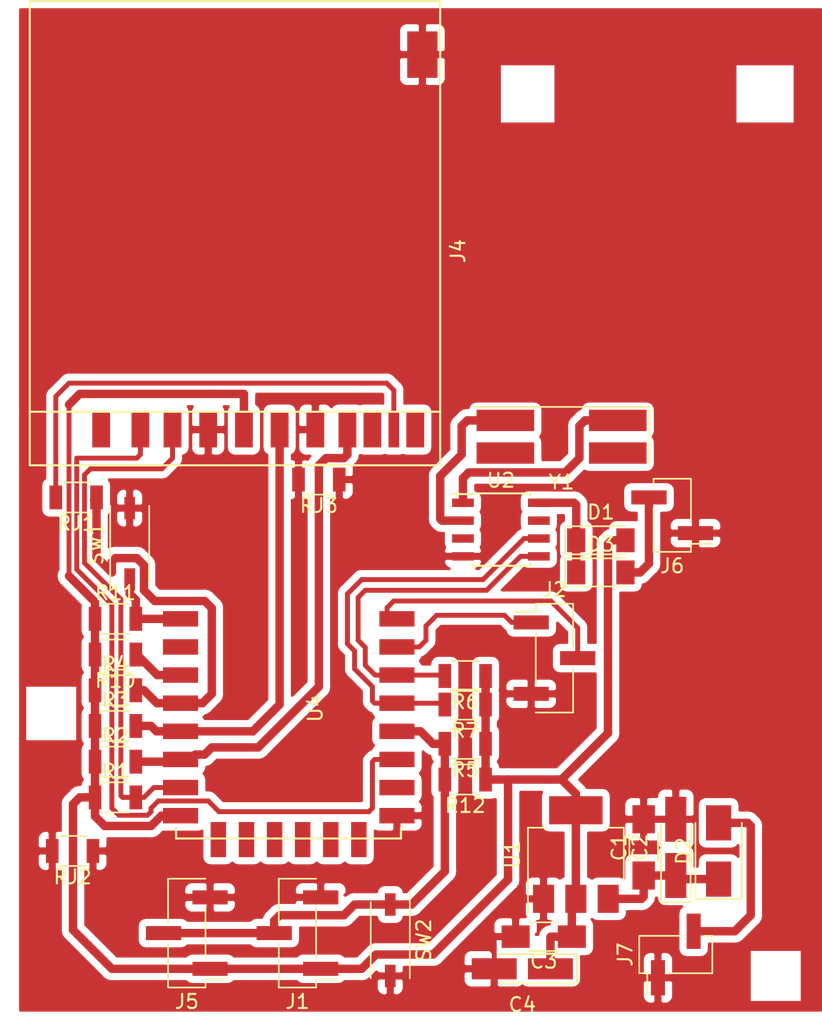
<source format=kicad_pcb>
(kicad_pcb (version 20171130) (host pcbnew "(5.0.0-rc2-dev-321-g78161b592)")

  (general
    (thickness 1.6)
    (drawings 0)
    (tracks 277)
    (zones 0)
    (modules 32)
    (nets 22)
  )

  (page A4)
  (layers
    (0 F.Cu signal)
    (31 B.Cu signal)
    (32 B.Adhes user)
    (33 F.Adhes user)
    (34 B.Paste user)
    (35 F.Paste user)
    (36 B.SilkS user)
    (37 F.SilkS user)
    (38 B.Mask user)
    (39 F.Mask user)
    (40 Dwgs.User user)
    (41 Cmts.User user)
    (42 Eco1.User user)
    (43 Eco2.User user)
    (44 Edge.Cuts user)
    (45 Margin user)
    (46 B.CrtYd user)
    (47 F.CrtYd user)
    (48 B.Fab user)
    (49 F.Fab user)
  )

  (setup
    (last_trace_width 0.25)
    (trace_clearance 0.2)
    (zone_clearance 0.5)
    (zone_45_only yes)
    (trace_min 0.2)
    (segment_width 0.2)
    (edge_width 0.1)
    (via_size 0.6)
    (via_drill 0.4)
    (via_min_size 0.4)
    (via_min_drill 0.3)
    (uvia_size 0.3)
    (uvia_drill 0.1)
    (uvias_allowed no)
    (uvia_min_size 0.2)
    (uvia_min_drill 0.1)
    (pcb_text_width 0.3)
    (pcb_text_size 1.5 1.5)
    (mod_edge_width 0.15)
    (mod_text_size 1 1)
    (mod_text_width 0.15)
    (pad_size 1.75 0.45)
    (pad_drill 0)
    (pad_to_mask_clearance 0)
    (aux_axis_origin 0 0)
    (visible_elements 7FFFFE7F)
    (pcbplotparams
      (layerselection 0x00000_00000001)
      (usegerberextensions false)
      (usegerberattributes true)
      (usegerberadvancedattributes true)
      (creategerberjobfile true)
      (excludeedgelayer true)
      (linewidth 0.050000)
      (plotframeref false)
      (viasonmask false)
      (mode 1)
      (useauxorigin false)
      (hpglpennumber 1)
      (hpglpenspeed 20)
      (hpglpendiameter 15)
      (psnegative false)
      (psa4output false)
      (plotreference false)
      (plotvalue false)
      (plotinvisibletext false)
      (padsonsilk false)
      (subtractmaskfromsilk false)
      (outputformat 2)
      (mirror true)
      (drillshape 0)
      (scaleselection 1)
      (outputdirectory ""))
  )

  (net 0 "")
  (net 1 "Net-(C1-Pad1)")
  (net 2 GND)
  (net 3 3V3)
  (net 4 "Net-(D1-Pad1)")
  (net 5 "Net-(D2-Pad2)")
  (net 6 "Net-(D3-Pad2)")
  (net 7 1wire)
  (net 8 CS)
  (net 9 GPIO13)
  (net 10 GPIO12)
  (net 11 GPIO14)
  (net 12 GPIO5)
  (net 13 GPIO4)
  (net 14 "Net-(R10-Pad1)")
  (net 15 RESET)
  (net 16 "Net-(U2-Pad1)")
  (net 17 "Net-(U2-Pad2)")
  (net 18 Rx)
  (net 19 Tx)
  (net 20 SD_D)
  (net 21 "Net-(J4-Pad10)")

  (net_class Default "To jest domyślna klasa połączeń."
    (clearance 0.2)
    (trace_width 0.25)
    (via_dia 0.6)
    (via_drill 0.4)
    (uvia_dia 0.3)
    (uvia_drill 0.1)
    (add_net CS)
    (add_net GND)
    (add_net GPIO13)
    (add_net GPIO4)
    (add_net GPIO5)
    (add_net "Net-(J4-Pad10)")
    (add_net Rx)
    (add_net Tx)
  )

  (net_class Grubsze ""
    (clearance 0.2)
    (trace_width 0.6)
    (via_dia 0.6)
    (via_drill 0.4)
    (uvia_dia 0.3)
    (uvia_drill 0.1)
    (add_net 1wire)
    (add_net 3V3)
    (add_net GPIO12)
    (add_net GPIO14)
    (add_net "Net-(C1-Pad1)")
    (add_net "Net-(D1-Pad1)")
    (add_net "Net-(D2-Pad2)")
    (add_net "Net-(D3-Pad2)")
    (add_net "Net-(R10-Pad1)")
    (add_net "Net-(U2-Pad1)")
    (add_net "Net-(U2-Pad2)")
    (add_net RESET)
    (add_net SD_D)
  )

  (module Capacitors_SMD:C_1206_HandSoldering (layer F.Cu) (tedit 59790407) (tstamp 596B6942)
    (at 97.536 91.44 90)
    (descr "Capacitor SMD 1206, hand soldering")
    (tags "capacitor 1206")
    (path /591E1A2B)
    (attr smd)
    (fp_text reference C1 (at 0 -1.75 90) (layer F.SilkS)
      (effects (font (size 1 1) (thickness 0.15)))
    )
    (fp_text value 10nF (at 0 2 90) (layer F.Fab)
      (effects (font (size 1 1) (thickness 0.15)))
    )
    (fp_text user %R (at 4.318 0 180) (layer F.Fab)
      (effects (font (size 1 1) (thickness 0.15)))
    )
    (fp_line (start -1.6 0.8) (end -1.6 -0.8) (layer F.Fab) (width 0.1))
    (fp_line (start 1.6 0.8) (end -1.6 0.8) (layer F.Fab) (width 0.1))
    (fp_line (start 1.6 -0.8) (end 1.6 0.8) (layer F.Fab) (width 0.1))
    (fp_line (start -1.6 -0.8) (end 1.6 -0.8) (layer F.Fab) (width 0.1))
    (fp_line (start 1 -1.02) (end -1 -1.02) (layer F.SilkS) (width 0.12))
    (fp_line (start -1 1.02) (end 1 1.02) (layer F.SilkS) (width 0.12))
    (fp_line (start -3.25 -1.05) (end 3.25 -1.05) (layer F.CrtYd) (width 0.05))
    (fp_line (start -3.25 -1.05) (end -3.25 1.05) (layer F.CrtYd) (width 0.05))
    (fp_line (start 3.25 1.05) (end 3.25 -1.05) (layer F.CrtYd) (width 0.05))
    (fp_line (start 3.25 1.05) (end -3.25 1.05) (layer F.CrtYd) (width 0.05))
    (pad 1 smd rect (at -2 0 90) (size 2 1.6) (layers F.Cu F.Paste F.Mask)
      (net 1 "Net-(C1-Pad1)"))
    (pad 2 smd rect (at 2 0 90) (size 2 1.6) (layers F.Cu F.Paste F.Mask)
      (net 2 GND))
    (model Capacitors_SMD.3dshapes/C_1206.wrl
      (at (xyz 0 0 0))
      (scale (xyz 1 1 1))
      (rotate (xyz 0 0 0))
    )
  )

  (module Capacitors_Tantalum_SMD:CP_Tantalum_Case-A_EIA-3216-18_Hand (layer F.Cu) (tedit 5979040B) (tstamp 596B6956)
    (at 99.822 91.44 90)
    (descr "Tantalum capacitor, Case A, EIA 3216-18, 3.2x1.6x1.6mm, Hand soldering footprint")
    (tags "capacitor tantalum smd")
    (path /591E1ABE)
    (attr smd)
    (fp_text reference C2 (at 0 -2.55 90) (layer F.SilkS)
      (effects (font (size 1 1) (thickness 0.15)))
    )
    (fp_text value 10uF (at 0 2.55 90) (layer F.Fab)
      (effects (font (size 1 1) (thickness 0.15)))
    )
    (fp_text user %R (at 4.572 0 180) (layer F.Fab)
      (effects (font (size 0.7 0.7) (thickness 0.105)))
    )
    (fp_line (start -4 -1.2) (end -4 1.2) (layer F.CrtYd) (width 0.05))
    (fp_line (start -4 1.2) (end 4 1.2) (layer F.CrtYd) (width 0.05))
    (fp_line (start 4 1.2) (end 4 -1.2) (layer F.CrtYd) (width 0.05))
    (fp_line (start 4 -1.2) (end -4 -1.2) (layer F.CrtYd) (width 0.05))
    (fp_line (start -1.6 -0.8) (end -1.6 0.8) (layer F.Fab) (width 0.1))
    (fp_line (start -1.6 0.8) (end 1.6 0.8) (layer F.Fab) (width 0.1))
    (fp_line (start 1.6 0.8) (end 1.6 -0.8) (layer F.Fab) (width 0.1))
    (fp_line (start 1.6 -0.8) (end -1.6 -0.8) (layer F.Fab) (width 0.1))
    (fp_line (start -1.28 -0.8) (end -1.28 0.8) (layer F.Fab) (width 0.1))
    (fp_line (start -1.12 -0.8) (end -1.12 0.8) (layer F.Fab) (width 0.1))
    (fp_line (start -3.9 -1.05) (end 1.6 -1.05) (layer F.SilkS) (width 0.12))
    (fp_line (start -3.9 1.05) (end 1.6 1.05) (layer F.SilkS) (width 0.12))
    (fp_line (start -3.9 -1.05) (end -3.9 1.05) (layer F.SilkS) (width 0.12))
    (pad 1 smd rect (at -2 0 90) (size 3.2 1.5) (layers F.Cu F.Paste F.Mask)
      (net 1 "Net-(C1-Pad1)"))
    (pad 2 smd rect (at 2 0 90) (size 3.2 1.5) (layers F.Cu F.Paste F.Mask)
      (net 2 GND))
    (model Capacitors_Tantalum_SMD.3dshapes/CP_Tantalum_Case-A_EIA-3216-18.wrl
      (at (xyz 0 0 0))
      (scale (xyz 1 1 1))
      (rotate (xyz 0 0 0))
    )
  )

  (module Capacitors_SMD:C_1206_HandSoldering (layer F.Cu) (tedit 597903F6) (tstamp 596B6967)
    (at 90.424 97.79 180)
    (descr "Capacitor SMD 1206, hand soldering")
    (tags "capacitor 1206")
    (path /591E1D93)
    (attr smd)
    (fp_text reference C3 (at 0 -1.75 180) (layer F.SilkS)
      (effects (font (size 1 1) (thickness 0.15)))
    )
    (fp_text value 10nF (at 0 2 180) (layer F.Fab)
      (effects (font (size 1 1) (thickness 0.15)))
    )
    (fp_text user %R (at -4.318 0 180) (layer F.Fab)
      (effects (font (size 1 1) (thickness 0.15)))
    )
    (fp_line (start -1.6 0.8) (end -1.6 -0.8) (layer F.Fab) (width 0.1))
    (fp_line (start 1.6 0.8) (end -1.6 0.8) (layer F.Fab) (width 0.1))
    (fp_line (start 1.6 -0.8) (end 1.6 0.8) (layer F.Fab) (width 0.1))
    (fp_line (start -1.6 -0.8) (end 1.6 -0.8) (layer F.Fab) (width 0.1))
    (fp_line (start 1 -1.02) (end -1 -1.02) (layer F.SilkS) (width 0.12))
    (fp_line (start -1 1.02) (end 1 1.02) (layer F.SilkS) (width 0.12))
    (fp_line (start -3.25 -1.05) (end 3.25 -1.05) (layer F.CrtYd) (width 0.05))
    (fp_line (start -3.25 -1.05) (end -3.25 1.05) (layer F.CrtYd) (width 0.05))
    (fp_line (start 3.25 1.05) (end 3.25 -1.05) (layer F.CrtYd) (width 0.05))
    (fp_line (start 3.25 1.05) (end -3.25 1.05) (layer F.CrtYd) (width 0.05))
    (pad 1 smd rect (at -2 0 180) (size 2 1.6) (layers F.Cu F.Paste F.Mask)
      (net 3 3V3))
    (pad 2 smd rect (at 2 0 180) (size 2 1.6) (layers F.Cu F.Paste F.Mask)
      (net 2 GND))
    (model Capacitors_SMD.3dshapes/C_1206.wrl
      (at (xyz 0 0 0))
      (scale (xyz 1 1 1))
      (rotate (xyz 0 0 0))
    )
  )

  (module Capacitors_Tantalum_SMD:CP_Tantalum_Case-A_EIA-3216-18_Hand (layer F.Cu) (tedit 597903FA) (tstamp 596B697B)
    (at 88.9 100.076 180)
    (descr "Tantalum capacitor, Case A, EIA 3216-18, 3.2x1.6x1.6mm, Hand soldering footprint")
    (tags "capacitor tantalum smd")
    (path /591E1E6F)
    (attr smd)
    (fp_text reference C4 (at 0 -2.55 180) (layer F.SilkS)
      (effects (font (size 1 1) (thickness 0.15)))
    )
    (fp_text value 10uF (at 0 2.55 180) (layer F.Fab)
      (effects (font (size 1 1) (thickness 0.15)))
    )
    (fp_text user %R (at -4.826 0 180) (layer F.Fab)
      (effects (font (size 0.7 0.7) (thickness 0.105)))
    )
    (fp_line (start -4 -1.2) (end -4 1.2) (layer F.CrtYd) (width 0.05))
    (fp_line (start -4 1.2) (end 4 1.2) (layer F.CrtYd) (width 0.05))
    (fp_line (start 4 1.2) (end 4 -1.2) (layer F.CrtYd) (width 0.05))
    (fp_line (start 4 -1.2) (end -4 -1.2) (layer F.CrtYd) (width 0.05))
    (fp_line (start -1.6 -0.8) (end -1.6 0.8) (layer F.Fab) (width 0.1))
    (fp_line (start -1.6 0.8) (end 1.6 0.8) (layer F.Fab) (width 0.1))
    (fp_line (start 1.6 0.8) (end 1.6 -0.8) (layer F.Fab) (width 0.1))
    (fp_line (start 1.6 -0.8) (end -1.6 -0.8) (layer F.Fab) (width 0.1))
    (fp_line (start -1.28 -0.8) (end -1.28 0.8) (layer F.Fab) (width 0.1))
    (fp_line (start -1.12 -0.8) (end -1.12 0.8) (layer F.Fab) (width 0.1))
    (fp_line (start -3.9 -1.05) (end 1.6 -1.05) (layer F.SilkS) (width 0.12))
    (fp_line (start -3.9 1.05) (end 1.6 1.05) (layer F.SilkS) (width 0.12))
    (fp_line (start -3.9 -1.05) (end -3.9 1.05) (layer F.SilkS) (width 0.12))
    (pad 1 smd rect (at -2 0 180) (size 3.2 1.5) (layers F.Cu F.Paste F.Mask)
      (net 3 3V3))
    (pad 2 smd rect (at 2 0 180) (size 3.2 1.5) (layers F.Cu F.Paste F.Mask)
      (net 2 GND))
    (model Capacitors_Tantalum_SMD.3dshapes/CP_Tantalum_Case-A_EIA-3216-18.wrl
      (at (xyz 0 0 0))
      (scale (xyz 1 1 1))
      (rotate (xyz 0 0 0))
    )
  )

  (module Diodes_SMD:D_MiniMELF (layer F.Cu) (tedit 5979042D) (tstamp 596B6994)
    (at 94.488 69.596)
    (descr "Diode Mini-MELF")
    (tags "Diode Mini-MELF")
    (path /591DF401)
    (attr smd)
    (fp_text reference D1 (at 0 -2) (layer F.SilkS)
      (effects (font (size 1 1) (thickness 0.15)))
    )
    (fp_text value 1N4148 (at 0 1.75) (layer F.Fab)
      (effects (font (size 1 1) (thickness 0.15)))
    )
    (fp_text user %R (at 0 -3.048) (layer F.Fab)
      (effects (font (size 1 1) (thickness 0.15)))
    )
    (fp_line (start 1.75 -1) (end -2.55 -1) (layer F.SilkS) (width 0.12))
    (fp_line (start -2.55 -1) (end -2.55 1) (layer F.SilkS) (width 0.12))
    (fp_line (start -2.55 1) (end 1.75 1) (layer F.SilkS) (width 0.12))
    (fp_line (start 1.65 -0.8) (end 1.65 0.8) (layer F.Fab) (width 0.1))
    (fp_line (start 1.65 0.8) (end -1.65 0.8) (layer F.Fab) (width 0.1))
    (fp_line (start -1.65 0.8) (end -1.65 -0.8) (layer F.Fab) (width 0.1))
    (fp_line (start -1.65 -0.8) (end 1.65 -0.8) (layer F.Fab) (width 0.1))
    (fp_line (start 0.25 0) (end 0.75 0) (layer F.Fab) (width 0.1))
    (fp_line (start 0.25 0.4) (end -0.35 0) (layer F.Fab) (width 0.1))
    (fp_line (start 0.25 -0.4) (end 0.25 0.4) (layer F.Fab) (width 0.1))
    (fp_line (start -0.35 0) (end 0.25 -0.4) (layer F.Fab) (width 0.1))
    (fp_line (start -0.35 0) (end -0.35 0.55) (layer F.Fab) (width 0.1))
    (fp_line (start -0.35 0) (end -0.35 -0.55) (layer F.Fab) (width 0.1))
    (fp_line (start -0.75 0) (end -0.35 0) (layer F.Fab) (width 0.1))
    (fp_line (start -2.65 -1.1) (end 2.65 -1.1) (layer F.CrtYd) (width 0.05))
    (fp_line (start 2.65 -1.1) (end 2.65 1.1) (layer F.CrtYd) (width 0.05))
    (fp_line (start 2.65 1.1) (end -2.65 1.1) (layer F.CrtYd) (width 0.05))
    (fp_line (start -2.65 1.1) (end -2.65 -1.1) (layer F.CrtYd) (width 0.05))
    (pad 1 smd rect (at -1.75 0) (size 1.3 1.7) (layers F.Cu F.Paste F.Mask)
      (net 4 "Net-(D1-Pad1)"))
    (pad 2 smd rect (at 1.75 0) (size 1.3 1.7) (layers F.Cu F.Paste F.Mask)
      (net 3 3V3))
    (model ${KISYS3DMOD}/Diodes_SMD.3dshapes/D_MiniMELF.wrl
      (at (xyz 0 0 0))
      (scale (xyz 1 1 1))
      (rotate (xyz 0 0 0))
    )
  )

  (module Diodes_SMD:D_SMA (layer F.Cu) (tedit 59790411) (tstamp 596B69AC)
    (at 102.87 91.694 90)
    (descr "Diode SMA (DO-214AC)")
    (tags "Diode SMA (DO-214AC)")
    (path /591E10E9)
    (attr smd)
    (fp_text reference D2 (at 0 -2.5 90) (layer F.SilkS)
      (effects (font (size 1 1) (thickness 0.15)))
    )
    (fp_text value 1N4007 (at 0 2.6 90) (layer F.Fab)
      (effects (font (size 1 1) (thickness 0.15)))
    )
    (fp_text user %R (at 4.572 0 180) (layer F.Fab)
      (effects (font (size 1 1) (thickness 0.15)))
    )
    (fp_line (start -3.4 -1.65) (end -3.4 1.65) (layer F.SilkS) (width 0.12))
    (fp_line (start 2.3 1.5) (end -2.3 1.5) (layer F.Fab) (width 0.1))
    (fp_line (start -2.3 1.5) (end -2.3 -1.5) (layer F.Fab) (width 0.1))
    (fp_line (start 2.3 -1.5) (end 2.3 1.5) (layer F.Fab) (width 0.1))
    (fp_line (start 2.3 -1.5) (end -2.3 -1.5) (layer F.Fab) (width 0.1))
    (fp_line (start -3.5 -1.75) (end 3.5 -1.75) (layer F.CrtYd) (width 0.05))
    (fp_line (start 3.5 -1.75) (end 3.5 1.75) (layer F.CrtYd) (width 0.05))
    (fp_line (start 3.5 1.75) (end -3.5 1.75) (layer F.CrtYd) (width 0.05))
    (fp_line (start -3.5 1.75) (end -3.5 -1.75) (layer F.CrtYd) (width 0.05))
    (fp_line (start -0.64944 0.00102) (end -1.55114 0.00102) (layer F.Fab) (width 0.1))
    (fp_line (start 0.50118 0.00102) (end 1.4994 0.00102) (layer F.Fab) (width 0.1))
    (fp_line (start -0.64944 -0.79908) (end -0.64944 0.80112) (layer F.Fab) (width 0.1))
    (fp_line (start 0.50118 0.75032) (end 0.50118 -0.79908) (layer F.Fab) (width 0.1))
    (fp_line (start -0.64944 0.00102) (end 0.50118 0.75032) (layer F.Fab) (width 0.1))
    (fp_line (start -0.64944 0.00102) (end 0.50118 -0.79908) (layer F.Fab) (width 0.1))
    (fp_line (start -3.4 1.65) (end 2 1.65) (layer F.SilkS) (width 0.12))
    (fp_line (start -3.4 -1.65) (end 2 -1.65) (layer F.SilkS) (width 0.12))
    (pad 1 smd rect (at -2 0 90) (size 2.5 1.8) (layers F.Cu F.Paste F.Mask)
      (net 1 "Net-(C1-Pad1)"))
    (pad 2 smd rect (at 2 0 90) (size 2.5 1.8) (layers F.Cu F.Paste F.Mask)
      (net 5 "Net-(D2-Pad2)"))
    (model ${KISYS3DMOD}/Diodes_SMD.3dshapes/D_SMA.wrl
      (at (xyz 0 0 0))
      (scale (xyz 1 1 1))
      (rotate (xyz 0 0 0))
    )
  )

  (module Diodes_SMD:D_MiniMELF (layer F.Cu) (tedit 5979042B) (tstamp 596B69C5)
    (at 94.488 71.882)
    (descr "Diode Mini-MELF")
    (tags "Diode Mini-MELF")
    (path /591DF21A)
    (attr smd)
    (fp_text reference D3 (at 0 -2) (layer F.SilkS)
      (effects (font (size 1 1) (thickness 0.15)))
    )
    (fp_text value 1N4148 (at 0 1.75) (layer F.Fab)
      (effects (font (size 1 1) (thickness 0.15)))
    )
    (fp_text user %R (at 0 -4.064) (layer F.Fab)
      (effects (font (size 1 1) (thickness 0.15)))
    )
    (fp_line (start 1.75 -1) (end -2.55 -1) (layer F.SilkS) (width 0.12))
    (fp_line (start -2.55 -1) (end -2.55 1) (layer F.SilkS) (width 0.12))
    (fp_line (start -2.55 1) (end 1.75 1) (layer F.SilkS) (width 0.12))
    (fp_line (start 1.65 -0.8) (end 1.65 0.8) (layer F.Fab) (width 0.1))
    (fp_line (start 1.65 0.8) (end -1.65 0.8) (layer F.Fab) (width 0.1))
    (fp_line (start -1.65 0.8) (end -1.65 -0.8) (layer F.Fab) (width 0.1))
    (fp_line (start -1.65 -0.8) (end 1.65 -0.8) (layer F.Fab) (width 0.1))
    (fp_line (start 0.25 0) (end 0.75 0) (layer F.Fab) (width 0.1))
    (fp_line (start 0.25 0.4) (end -0.35 0) (layer F.Fab) (width 0.1))
    (fp_line (start 0.25 -0.4) (end 0.25 0.4) (layer F.Fab) (width 0.1))
    (fp_line (start -0.35 0) (end 0.25 -0.4) (layer F.Fab) (width 0.1))
    (fp_line (start -0.35 0) (end -0.35 0.55) (layer F.Fab) (width 0.1))
    (fp_line (start -0.35 0) (end -0.35 -0.55) (layer F.Fab) (width 0.1))
    (fp_line (start -0.75 0) (end -0.35 0) (layer F.Fab) (width 0.1))
    (fp_line (start -2.65 -1.1) (end 2.65 -1.1) (layer F.CrtYd) (width 0.05))
    (fp_line (start 2.65 -1.1) (end 2.65 1.1) (layer F.CrtYd) (width 0.05))
    (fp_line (start 2.65 1.1) (end -2.65 1.1) (layer F.CrtYd) (width 0.05))
    (fp_line (start -2.65 1.1) (end -2.65 -1.1) (layer F.CrtYd) (width 0.05))
    (pad 1 smd rect (at -1.75 0) (size 1.3 1.7) (layers F.Cu F.Paste F.Mask)
      (net 4 "Net-(D1-Pad1)"))
    (pad 2 smd rect (at 1.75 0) (size 1.3 1.7) (layers F.Cu F.Paste F.Mask)
      (net 6 "Net-(D3-Pad2)"))
    (model ${KISYS3DMOD}/Diodes_SMD.3dshapes/D_MiniMELF.wrl
      (at (xyz 0 0 0))
      (scale (xyz 1 1 1))
      (rotate (xyz 0 0 0))
    )
  )

  (module Pin_Headers:Pin_Header_Straight_1x03_Pitch2.54mm_SMD_Pin1Left (layer F.Cu) (tedit 597903F0) (tstamp 596B69E7)
    (at 72.898 97.536 180)
    (descr "surface-mounted straight pin header, 1x03, 2.54mm pitch, single row, style 1 (pin 1 left)")
    (tags "Surface mounted pin header SMD 1x03 2.54mm single row style1 pin1 left")
    (path /591DD1E5)
    (attr smd)
    (fp_text reference J1 (at 0 -4.87 180) (layer F.SilkS)
      (effects (font (size 1 1) (thickness 0.15)))
    )
    (fp_text value CONN_01X03 (at 0 4.87 180) (layer F.Fab)
      (effects (font (size 1 1) (thickness 0.15)))
    )
    (fp_line (start 1.27 3.81) (end -1.27 3.81) (layer F.Fab) (width 0.1))
    (fp_line (start -0.32 -3.81) (end 1.27 -3.81) (layer F.Fab) (width 0.1))
    (fp_line (start -1.27 3.81) (end -1.27 -2.86) (layer F.Fab) (width 0.1))
    (fp_line (start -1.27 -2.86) (end -0.32 -3.81) (layer F.Fab) (width 0.1))
    (fp_line (start 1.27 -3.81) (end 1.27 3.81) (layer F.Fab) (width 0.1))
    (fp_line (start -1.27 -2.86) (end -2.54 -2.86) (layer F.Fab) (width 0.1))
    (fp_line (start -2.54 -2.86) (end -2.54 -2.22) (layer F.Fab) (width 0.1))
    (fp_line (start -2.54 -2.22) (end -1.27 -2.22) (layer F.Fab) (width 0.1))
    (fp_line (start -1.27 2.22) (end -2.54 2.22) (layer F.Fab) (width 0.1))
    (fp_line (start -2.54 2.22) (end -2.54 2.86) (layer F.Fab) (width 0.1))
    (fp_line (start -2.54 2.86) (end -1.27 2.86) (layer F.Fab) (width 0.1))
    (fp_line (start 1.27 -0.32) (end 2.54 -0.32) (layer F.Fab) (width 0.1))
    (fp_line (start 2.54 -0.32) (end 2.54 0.32) (layer F.Fab) (width 0.1))
    (fp_line (start 2.54 0.32) (end 1.27 0.32) (layer F.Fab) (width 0.1))
    (fp_line (start -1.33 -3.87) (end 1.33 -3.87) (layer F.SilkS) (width 0.12))
    (fp_line (start -1.33 3.87) (end 1.33 3.87) (layer F.SilkS) (width 0.12))
    (fp_line (start 1.33 -3.87) (end 1.33 -0.76) (layer F.SilkS) (width 0.12))
    (fp_line (start -1.33 -3.3) (end -2.85 -3.3) (layer F.SilkS) (width 0.12))
    (fp_line (start -1.33 -3.87) (end -1.33 -3.3) (layer F.SilkS) (width 0.12))
    (fp_line (start 1.33 3.3) (end 1.33 3.87) (layer F.SilkS) (width 0.12))
    (fp_line (start 1.33 0.76) (end 1.33 3.87) (layer F.SilkS) (width 0.12))
    (fp_line (start -1.33 -1.78) (end -1.33 1.78) (layer F.SilkS) (width 0.12))
    (fp_line (start -3.45 -4.35) (end -3.45 4.35) (layer F.CrtYd) (width 0.05))
    (fp_line (start -3.45 4.35) (end 3.45 4.35) (layer F.CrtYd) (width 0.05))
    (fp_line (start 3.45 4.35) (end 3.45 -4.35) (layer F.CrtYd) (width 0.05))
    (fp_line (start 3.45 -4.35) (end -3.45 -4.35) (layer F.CrtYd) (width 0.05))
    (fp_text user %R (at -4.318 4.064) (layer F.Fab)
      (effects (font (size 1 1) (thickness 0.15)))
    )
    (pad 1 smd rect (at -1.655 -2.54 180) (size 2.51 1) (layers F.Cu F.Paste F.Mask)
      (net 3 3V3))
    (pad 3 smd rect (at -1.655 2.54 180) (size 2.51 1) (layers F.Cu F.Paste F.Mask)
      (net 2 GND))
    (pad 2 smd rect (at 1.655 0 180) (size 2.51 1) (layers F.Cu F.Paste F.Mask)
      (net 7 1wire))
    (model ${KISYS3DMOD}/Pin_Headers.3dshapes/Pin_Header_Straight_1x03_Pitch2.54mm_SMD_Pin1Left.wrl
      (at (xyz 0 0 0))
      (scale (xyz 1 1 1))
      (rotate (xyz 0 0 0))
    )
  )

  (module dodatki:SDCARD-STANDARD (layer F.Cu) (tedit 5977726E) (tstamp 596B6A1A)
    (at 62.738 40.132 270)
    (path /591DD53A)
    (fp_text reference J4 (at 8.89 -21.59 270) (layer F.SilkS)
      (effects (font (size 1 1) (thickness 0.15)))
    )
    (fp_text value SD_Card (at 6.35 10.16 270) (layer F.Fab)
      (effects (font (size 1 1) (thickness 0.15)))
    )
    (fp_line (start 20.32 -20.32) (end 24.13 -20.32) (layer F.SilkS) (width 0.15))
    (fp_line (start 24.13 -20.32) (end 24.13 8.89) (layer F.SilkS) (width 0.15))
    (fp_line (start 24.13 8.89) (end 20.32 8.89) (layer F.SilkS) (width 0.15))
    (fp_line (start -8.89 -20.32) (end 20.32 -20.32) (layer F.SilkS) (width 0.15))
    (fp_line (start 20.32 -20.32) (end 20.32 8.89) (layer F.SilkS) (width 0.15))
    (fp_line (start -8.89 8.89) (end 20.32 8.89) (layer F.SilkS) (width 0.15))
    (fp_line (start -8.89 -20.32) (end -8.89 8.89) (layer F.SilkS) (width 0.15))
    (pad 9 smd rect (at 21.59 3.81 270) (size 2.54 1.27) (layers F.Cu F.Paste F.Mask))
    (pad 1 smd rect (at 21.59 1.016 270) (size 2.54 1.27) (layers F.Cu F.Paste F.Mask)
      (net 8 CS))
    (pad 2 smd rect (at 21.59 -1.27 270) (size 2.54 1.27) (layers F.Cu F.Paste F.Mask)
      (net 9 GPIO13))
    (pad 3 smd rect (at 21.59 -3.81 270) (size 2.54 1.27) (layers F.Cu F.Paste F.Mask)
      (net 2 GND))
    (pad 4 smd rect (at 21.59 -6.35 270) (size 2.54 1.27) (layers F.Cu F.Paste F.Mask)
      (net 3 3V3))
    (pad 5 smd rect (at 21.59 -8.89 270) (size 2.54 1.27) (layers F.Cu F.Paste F.Mask)
      (net 11 GPIO14))
    (pad 6 smd rect (at 21.59 -11.43 270) (size 2.54 1.27) (layers F.Cu F.Paste F.Mask)
      (net 2 GND))
    (pad 10 smd rect (at 21.59 -17.018 270) (size 2.54 0.762) (layers F.Cu F.Paste F.Mask)
      (net 21 "Net-(J4-Pad10)"))
    (pad 8 smd rect (at 21.59 -15.494 270) (size 2.54 1.27) (layers F.Cu F.Paste F.Mask))
    (pad 11 smd rect (at 21.59 -18.542 270) (size 2.54 1.27) (layers F.Cu F.Paste F.Mask))
    (pad 7 smd rect (at 21.59 -13.716 270) (size 2.54 1.27) (layers F.Cu F.Paste F.Mask)
      (net 10 GPIO12))
    (pad 12 smd rect (at -5.08 -19.05 270) (size 3.302 2.159) (layers F.Cu F.Paste F.Mask)
      (net 2 GND))
  )

  (module Pin_Headers:Pin_Header_Straight_1x03_Pitch2.54mm_SMD_Pin1Left (layer F.Cu) (tedit 597903EB) (tstamp 596B6A3C)
    (at 65.024 97.536 180)
    (descr "surface-mounted straight pin header, 1x03, 2.54mm pitch, single row, style 1 (pin 1 left)")
    (tags "Surface mounted pin header SMD 1x03 2.54mm single row style1 pin1 left")
    (path /591DD18C)
    (attr smd)
    (fp_text reference J5 (at 0 -4.87 180) (layer F.SilkS)
      (effects (font (size 1 1) (thickness 0.15)))
    )
    (fp_text value CONN_01X03 (at 0 4.87 180) (layer F.Fab)
      (effects (font (size 1 1) (thickness 0.15)))
    )
    (fp_line (start 1.27 3.81) (end -1.27 3.81) (layer F.Fab) (width 0.1))
    (fp_line (start -0.32 -3.81) (end 1.27 -3.81) (layer F.Fab) (width 0.1))
    (fp_line (start -1.27 3.81) (end -1.27 -2.86) (layer F.Fab) (width 0.1))
    (fp_line (start -1.27 -2.86) (end -0.32 -3.81) (layer F.Fab) (width 0.1))
    (fp_line (start 1.27 -3.81) (end 1.27 3.81) (layer F.Fab) (width 0.1))
    (fp_line (start -1.27 -2.86) (end -2.54 -2.86) (layer F.Fab) (width 0.1))
    (fp_line (start -2.54 -2.86) (end -2.54 -2.22) (layer F.Fab) (width 0.1))
    (fp_line (start -2.54 -2.22) (end -1.27 -2.22) (layer F.Fab) (width 0.1))
    (fp_line (start -1.27 2.22) (end -2.54 2.22) (layer F.Fab) (width 0.1))
    (fp_line (start -2.54 2.22) (end -2.54 2.86) (layer F.Fab) (width 0.1))
    (fp_line (start -2.54 2.86) (end -1.27 2.86) (layer F.Fab) (width 0.1))
    (fp_line (start 1.27 -0.32) (end 2.54 -0.32) (layer F.Fab) (width 0.1))
    (fp_line (start 2.54 -0.32) (end 2.54 0.32) (layer F.Fab) (width 0.1))
    (fp_line (start 2.54 0.32) (end 1.27 0.32) (layer F.Fab) (width 0.1))
    (fp_line (start -1.33 -3.87) (end 1.33 -3.87) (layer F.SilkS) (width 0.12))
    (fp_line (start -1.33 3.87) (end 1.33 3.87) (layer F.SilkS) (width 0.12))
    (fp_line (start 1.33 -3.87) (end 1.33 -0.76) (layer F.SilkS) (width 0.12))
    (fp_line (start -1.33 -3.3) (end -2.85 -3.3) (layer F.SilkS) (width 0.12))
    (fp_line (start -1.33 -3.87) (end -1.33 -3.3) (layer F.SilkS) (width 0.12))
    (fp_line (start 1.33 3.3) (end 1.33 3.87) (layer F.SilkS) (width 0.12))
    (fp_line (start 1.33 0.76) (end 1.33 3.87) (layer F.SilkS) (width 0.12))
    (fp_line (start -1.33 -1.78) (end -1.33 1.78) (layer F.SilkS) (width 0.12))
    (fp_line (start -3.45 -4.35) (end -3.45 4.35) (layer F.CrtYd) (width 0.05))
    (fp_line (start -3.45 4.35) (end 3.45 4.35) (layer F.CrtYd) (width 0.05))
    (fp_line (start 3.45 4.35) (end 3.45 -4.35) (layer F.CrtYd) (width 0.05))
    (fp_line (start 3.45 -4.35) (end -3.45 -4.35) (layer F.CrtYd) (width 0.05))
    (fp_text user %R (at 0 4.572) (layer F.Fab)
      (effects (font (size 1 1) (thickness 0.15)))
    )
    (pad 1 smd rect (at -1.655 -2.54 180) (size 2.51 1) (layers F.Cu F.Paste F.Mask)
      (net 3 3V3))
    (pad 3 smd rect (at -1.655 2.54 180) (size 2.51 1) (layers F.Cu F.Paste F.Mask)
      (net 2 GND))
    (pad 2 smd rect (at 1.655 0 180) (size 2.51 1) (layers F.Cu F.Paste F.Mask)
      (net 7 1wire))
    (model ${KISYS3DMOD}/Pin_Headers.3dshapes/Pin_Header_Straight_1x03_Pitch2.54mm_SMD_Pin1Left.wrl
      (at (xyz 0 0 0))
      (scale (xyz 1 1 1))
      (rotate (xyz 0 0 0))
    )
  )

  (module Pin_Headers:Pin_Header_Straight_1x02_Pitch2.54mm_SMD_Pin1Left (layer F.Cu) (tedit 59790439) (tstamp 596B6A59)
    (at 99.568 67.818 180)
    (descr "surface-mounted straight pin header, 1x02, 2.54mm pitch, single row, style 1 (pin 1 left)")
    (tags "Surface mounted pin header SMD 1x02 2.54mm single row style1 pin1 left")
    (path /591E39F7)
    (attr smd)
    (fp_text reference J6 (at 0 -3.6 180) (layer F.SilkS)
      (effects (font (size 1 1) (thickness 0.15)))
    )
    (fp_text value CONN_01X02 (at 0 3.6 180) (layer F.Fab)
      (effects (font (size 1 1) (thickness 0.15)))
    )
    (fp_line (start 1.27 2.54) (end -1.27 2.54) (layer F.Fab) (width 0.1))
    (fp_line (start -0.32 -2.54) (end 1.27 -2.54) (layer F.Fab) (width 0.1))
    (fp_line (start -1.27 2.54) (end -1.27 -1.59) (layer F.Fab) (width 0.1))
    (fp_line (start -1.27 -1.59) (end -0.32 -2.54) (layer F.Fab) (width 0.1))
    (fp_line (start 1.27 -2.54) (end 1.27 2.54) (layer F.Fab) (width 0.1))
    (fp_line (start -1.27 -1.59) (end -2.54 -1.59) (layer F.Fab) (width 0.1))
    (fp_line (start -2.54 -1.59) (end -2.54 -0.95) (layer F.Fab) (width 0.1))
    (fp_line (start -2.54 -0.95) (end -1.27 -0.95) (layer F.Fab) (width 0.1))
    (fp_line (start 1.27 0.95) (end 2.54 0.95) (layer F.Fab) (width 0.1))
    (fp_line (start 2.54 0.95) (end 2.54 1.59) (layer F.Fab) (width 0.1))
    (fp_line (start 2.54 1.59) (end 1.27 1.59) (layer F.Fab) (width 0.1))
    (fp_line (start -1.33 -2.6) (end 1.33 -2.6) (layer F.SilkS) (width 0.12))
    (fp_line (start -1.33 2.6) (end 1.33 2.6) (layer F.SilkS) (width 0.12))
    (fp_line (start 1.33 -2.6) (end 1.33 0.51) (layer F.SilkS) (width 0.12))
    (fp_line (start -1.33 -2.03) (end -2.85 -2.03) (layer F.SilkS) (width 0.12))
    (fp_line (start -1.33 -2.6) (end -1.33 -2.03) (layer F.SilkS) (width 0.12))
    (fp_line (start 1.33 2.03) (end 1.33 2.6) (layer F.SilkS) (width 0.12))
    (fp_line (start -1.33 -0.51) (end -1.33 2.6) (layer F.SilkS) (width 0.12))
    (fp_line (start -3.45 -3.05) (end -3.45 3.05) (layer F.CrtYd) (width 0.05))
    (fp_line (start -3.45 3.05) (end 3.45 3.05) (layer F.CrtYd) (width 0.05))
    (fp_line (start 3.45 3.05) (end 3.45 -3.05) (layer F.CrtYd) (width 0.05))
    (fp_line (start 3.45 -3.05) (end -3.45 -3.05) (layer F.CrtYd) (width 0.05))
    (fp_text user %R (at 0 3.302 180) (layer F.Fab)
      (effects (font (size 1 1) (thickness 0.15)))
    )
    (pad 1 smd rect (at -1.655 -1.27 180) (size 2.51 1) (layers F.Cu F.Paste F.Mask)
      (net 2 GND))
    (pad 2 smd rect (at 1.655 1.27 180) (size 2.51 1) (layers F.Cu F.Paste F.Mask)
      (net 6 "Net-(D3-Pad2)"))
    (model ${KISYS3DMOD}/Pin_Headers.3dshapes/Pin_Header_Straight_1x02_Pitch2.54mm_SMD_Pin1Left.wrl
      (at (xyz 0 0 0))
      (scale (xyz 1 1 1))
      (rotate (xyz 0 0 0))
    )
  )

  (module Pin_Headers:Pin_Header_Straight_1x02_Pitch2.54mm_SMD_Pin1Left (layer F.Cu) (tedit 59790400) (tstamp 596B6A76)
    (at 99.822 99.06 90)
    (descr "surface-mounted straight pin header, 1x02, 2.54mm pitch, single row, style 1 (pin 1 left)")
    (tags "Surface mounted pin header SMD 1x02 2.54mm single row style1 pin1 left")
    (path /591F80FA)
    (attr smd)
    (fp_text reference J7 (at 0 -3.6 90) (layer F.SilkS)
      (effects (font (size 1 1) (thickness 0.15)))
    )
    (fp_text value CONN_01X02 (at 0 3.6 90) (layer F.Fab)
      (effects (font (size 1 1) (thickness 0.15)))
    )
    (fp_line (start 1.27 2.54) (end -1.27 2.54) (layer F.Fab) (width 0.1))
    (fp_line (start -0.32 -2.54) (end 1.27 -2.54) (layer F.Fab) (width 0.1))
    (fp_line (start -1.27 2.54) (end -1.27 -1.59) (layer F.Fab) (width 0.1))
    (fp_line (start -1.27 -1.59) (end -0.32 -2.54) (layer F.Fab) (width 0.1))
    (fp_line (start 1.27 -2.54) (end 1.27 2.54) (layer F.Fab) (width 0.1))
    (fp_line (start -1.27 -1.59) (end -2.54 -1.59) (layer F.Fab) (width 0.1))
    (fp_line (start -2.54 -1.59) (end -2.54 -0.95) (layer F.Fab) (width 0.1))
    (fp_line (start -2.54 -0.95) (end -1.27 -0.95) (layer F.Fab) (width 0.1))
    (fp_line (start 1.27 0.95) (end 2.54 0.95) (layer F.Fab) (width 0.1))
    (fp_line (start 2.54 0.95) (end 2.54 1.59) (layer F.Fab) (width 0.1))
    (fp_line (start 2.54 1.59) (end 1.27 1.59) (layer F.Fab) (width 0.1))
    (fp_line (start -1.33 -2.6) (end 1.33 -2.6) (layer F.SilkS) (width 0.12))
    (fp_line (start -1.33 2.6) (end 1.33 2.6) (layer F.SilkS) (width 0.12))
    (fp_line (start 1.33 -2.6) (end 1.33 0.51) (layer F.SilkS) (width 0.12))
    (fp_line (start -1.33 -2.03) (end -2.85 -2.03) (layer F.SilkS) (width 0.12))
    (fp_line (start -1.33 -2.6) (end -1.33 -2.03) (layer F.SilkS) (width 0.12))
    (fp_line (start 1.33 2.03) (end 1.33 2.6) (layer F.SilkS) (width 0.12))
    (fp_line (start -1.33 -0.51) (end -1.33 2.6) (layer F.SilkS) (width 0.12))
    (fp_line (start -3.45 -3.05) (end -3.45 3.05) (layer F.CrtYd) (width 0.05))
    (fp_line (start -3.45 3.05) (end 3.45 3.05) (layer F.CrtYd) (width 0.05))
    (fp_line (start 3.45 3.05) (end 3.45 -3.05) (layer F.CrtYd) (width 0.05))
    (fp_line (start 3.45 -3.05) (end -3.45 -3.05) (layer F.CrtYd) (width 0.05))
    (fp_text user %R (at 0 3.81 180) (layer F.Fab)
      (effects (font (size 1 1) (thickness 0.15)))
    )
    (pad 1 smd rect (at -1.655 -1.27 90) (size 2.51 1) (layers F.Cu F.Paste F.Mask)
      (net 2 GND))
    (pad 2 smd rect (at 1.655 1.27 90) (size 2.51 1) (layers F.Cu F.Paste F.Mask)
      (net 5 "Net-(D2-Pad2)"))
    (model ${KISYS3DMOD}/Pin_Headers.3dshapes/Pin_Header_Straight_1x02_Pitch2.54mm_SMD_Pin1Left.wrl
      (at (xyz 0 0 0))
      (scale (xyz 1 1 1))
      (rotate (xyz 0 0 0))
    )
  )

  (module Buttons_Switches_SMD:SW_DIP_x1_W5.08mm_Slide_Copal_CHS-A (layer F.Cu) (tedit 586545EC) (tstamp 596B6BAD)
    (at 60.96 69.85 90)
    (descr "1x-dip-switch, Slide, row spacing 5.08 mm (200 mils), Copal_CHS-A")
    (tags "DIP Switch Slide 5.08mm 200mil Copal_CHS-A")
    (path /5962EC4D)
    (attr smd)
    (fp_text reference SW1 (at 0 -2.39 90) (layer F.SilkS)
      (effects (font (size 1 1) (thickness 0.15)))
    )
    (fp_text value RESET (at 0 2.39 90) (layer F.Fab)
      (effects (font (size 1 1) (thickness 0.15)))
    )
    (fp_line (start -1.7 -1.27) (end 2.7 -1.27) (layer F.Fab) (width 0.1))
    (fp_line (start 2.7 -1.27) (end 2.7 1.27) (layer F.Fab) (width 0.1))
    (fp_line (start 2.7 1.27) (end -2.7 1.27) (layer F.Fab) (width 0.1))
    (fp_line (start -2.7 1.27) (end -2.7 -0.27) (layer F.Fab) (width 0.1))
    (fp_line (start -2.7 -0.27) (end -1.7 -1.27) (layer F.Fab) (width 0.1))
    (fp_line (start -1.5 -0.25) (end -1.5 0.25) (layer F.Fab) (width 0.1))
    (fp_line (start -1.5 0.25) (end 1.5 0.25) (layer F.Fab) (width 0.1))
    (fp_line (start 1.5 0.25) (end 1.5 -0.25) (layer F.Fab) (width 0.1))
    (fp_line (start 1.5 -0.25) (end -1.5 -0.25) (layer F.Fab) (width 0.1))
    (fp_line (start 0 -0.25) (end 0 0.25) (layer F.Fab) (width 0.1))
    (fp_line (start -3.34 -1.39) (end 2.7 -1.39) (layer F.SilkS) (width 0.12))
    (fp_line (start -2.7 1.39) (end 2.7 1.39) (layer F.SilkS) (width 0.12))
    (fp_line (start -3.6 -1.7) (end -3.6 1.7) (layer F.CrtYd) (width 0.05))
    (fp_line (start -3.6 1.7) (end 3.6 1.7) (layer F.CrtYd) (width 0.05))
    (fp_line (start 3.6 1.7) (end 3.6 -1.7) (layer F.CrtYd) (width 0.05))
    (fp_line (start 3.6 -1.7) (end -3.6 -1.7) (layer F.CrtYd) (width 0.05))
    (pad 1 smd rect (at -2.54 0 90) (size 1.6 0.76) (layers F.Cu F.Mask)
      (net 15 RESET))
    (pad 2 smd rect (at 2.54 0 90) (size 1.6 0.76) (layers F.Cu F.Mask)
      (net 2 GND))
    (model ${KISYS3DMOD}/Buttons_Switches_SMD.3dshapes/SW_DIP_x1_W5.08mm_Slide_Copal_CHS-A.wrl
      (at (xyz 0 0 0))
      (scale (xyz 1 1 1))
      (rotate (xyz 0 0 0))
    )
  )

  (module TO_SOT_Packages_SMD:SOT-223-3Lead_TabPin2 (layer F.Cu) (tedit 58CE4E7E) (tstamp 596B6BC3)
    (at 92.71 91.948 90)
    (descr "module CMS SOT223 4 pins")
    (tags "CMS SOT")
    (path /591E00AF)
    (attr smd)
    (fp_text reference U1 (at 0 -4.5 90) (layer F.SilkS)
      (effects (font (size 1 1) (thickness 0.15)))
    )
    (fp_text value LM1117-3.3 (at 0 4.5 90) (layer F.Fab)
      (effects (font (size 1 1) (thickness 0.15)))
    )
    (fp_text user %R (at 0 0 90) (layer F.Fab)
      (effects (font (size 0.8 0.8) (thickness 0.12)))
    )
    (fp_line (start 1.91 3.41) (end 1.91 2.15) (layer F.SilkS) (width 0.12))
    (fp_line (start 1.91 -3.41) (end 1.91 -2.15) (layer F.SilkS) (width 0.12))
    (fp_line (start 4.4 -3.6) (end -4.4 -3.6) (layer F.CrtYd) (width 0.05))
    (fp_line (start 4.4 3.6) (end 4.4 -3.6) (layer F.CrtYd) (width 0.05))
    (fp_line (start -4.4 3.6) (end 4.4 3.6) (layer F.CrtYd) (width 0.05))
    (fp_line (start -4.4 -3.6) (end -4.4 3.6) (layer F.CrtYd) (width 0.05))
    (fp_line (start -1.85 -2.35) (end -0.85 -3.35) (layer F.Fab) (width 0.1))
    (fp_line (start -1.85 -2.35) (end -1.85 3.35) (layer F.Fab) (width 0.1))
    (fp_line (start -1.85 3.41) (end 1.91 3.41) (layer F.SilkS) (width 0.12))
    (fp_line (start -0.85 -3.35) (end 1.85 -3.35) (layer F.Fab) (width 0.1))
    (fp_line (start -4.1 -3.41) (end 1.91 -3.41) (layer F.SilkS) (width 0.12))
    (fp_line (start -1.85 3.35) (end 1.85 3.35) (layer F.Fab) (width 0.1))
    (fp_line (start 1.85 -3.35) (end 1.85 3.35) (layer F.Fab) (width 0.1))
    (pad 2 smd rect (at 3.15 0 90) (size 2 3.8) (layers F.Cu F.Paste F.Mask)
      (net 3 3V3))
    (pad 2 smd rect (at -3.15 0 90) (size 2 1.5) (layers F.Cu F.Paste F.Mask)
      (net 3 3V3))
    (pad 3 smd rect (at -3.15 2.3 90) (size 2 1.5) (layers F.Cu F.Paste F.Mask)
      (net 1 "Net-(C1-Pad1)"))
    (pad 1 smd rect (at -3.15 -2.3 90) (size 2 1.5) (layers F.Cu F.Paste F.Mask)
      (net 2 GND))
    (model ${KISYS3DMOD}/TO_SOT_Packages_SMD.3dshapes/SOT-223.wrl
      (at (xyz 0 0 0))
      (scale (xyz 1 1 1))
      (rotate (xyz 0 0 0))
    )
  )

  (module Housings_SOIC:SOIC-8_3.9x4.9mm_Pitch1.27mm (layer F.Cu) (tedit 5979047B) (tstamp 596B6BE0)
    (at 87.376 68.834)
    (descr "8-Lead Plastic Small Outline (SN) - Narrow, 3.90 mm Body [SOIC] (see Microchip Packaging Specification 00000049BS.pdf)")
    (tags "SOIC 1.27")
    (path /591DECCB)
    (attr smd)
    (fp_text reference U2 (at 0 -3.5) (layer F.SilkS)
      (effects (font (size 1 1) (thickness 0.15)))
    )
    (fp_text value PCF8563 (at 0 3.5) (layer F.Fab)
      (effects (font (size 1 1) (thickness 0.15)))
    )
    (fp_text user %R (at -5.08 1.016) (layer F.Fab)
      (effects (font (size 1 1) (thickness 0.15)))
    )
    (fp_line (start -0.95 -2.45) (end 1.95 -2.45) (layer F.Fab) (width 0.1))
    (fp_line (start 1.95 -2.45) (end 1.95 2.45) (layer F.Fab) (width 0.1))
    (fp_line (start 1.95 2.45) (end -1.95 2.45) (layer F.Fab) (width 0.1))
    (fp_line (start -1.95 2.45) (end -1.95 -1.45) (layer F.Fab) (width 0.1))
    (fp_line (start -1.95 -1.45) (end -0.95 -2.45) (layer F.Fab) (width 0.1))
    (fp_line (start -3.73 -2.7) (end -3.73 2.7) (layer F.CrtYd) (width 0.05))
    (fp_line (start 3.73 -2.7) (end 3.73 2.7) (layer F.CrtYd) (width 0.05))
    (fp_line (start -3.73 -2.7) (end 3.73 -2.7) (layer F.CrtYd) (width 0.05))
    (fp_line (start -3.73 2.7) (end 3.73 2.7) (layer F.CrtYd) (width 0.05))
    (fp_line (start -2.075 -2.575) (end -2.075 -2.525) (layer F.SilkS) (width 0.15))
    (fp_line (start 2.075 -2.575) (end 2.075 -2.43) (layer F.SilkS) (width 0.15))
    (fp_line (start 2.075 2.575) (end 2.075 2.43) (layer F.SilkS) (width 0.15))
    (fp_line (start -2.075 2.575) (end -2.075 2.43) (layer F.SilkS) (width 0.15))
    (fp_line (start -2.075 -2.575) (end 2.075 -2.575) (layer F.SilkS) (width 0.15))
    (fp_line (start -2.075 2.575) (end 2.075 2.575) (layer F.SilkS) (width 0.15))
    (fp_line (start -2.075 -2.525) (end -3.475 -2.525) (layer F.SilkS) (width 0.15))
    (pad 1 smd rect (at -2.7 -1.905) (size 1.55 0.6) (layers F.Cu F.Paste F.Mask)
      (net 16 "Net-(U2-Pad1)"))
    (pad 2 smd rect (at -2.7 -0.635) (size 1.55 0.6) (layers F.Cu F.Paste F.Mask)
      (net 17 "Net-(U2-Pad2)"))
    (pad 3 smd rect (at -2.7 0.635) (size 1.55 0.6) (layers F.Cu F.Paste F.Mask))
    (pad 4 smd rect (at -2.7 1.905) (size 1.55 0.6) (layers F.Cu F.Paste F.Mask)
      (net 2 GND))
    (pad 5 smd rect (at 2.7 1.905) (size 1.55 0.6) (layers F.Cu F.Paste F.Mask)
      (net 12 GPIO5))
    (pad 6 smd rect (at 2.7 0.635) (size 1.55 0.6) (layers F.Cu F.Paste F.Mask)
      (net 13 GPIO4))
    (pad 7 smd rect (at 2.7 -0.635) (size 1.55 0.6) (layers F.Cu F.Paste F.Mask))
    (pad 8 smd rect (at 2.7 -1.905) (size 1.55 0.6) (layers F.Cu F.Paste F.Mask)
      (net 4 "Net-(D1-Pad1)"))
    (model Housings_SOIC.3dshapes/SOIC-8_3.9x4.9mm_Pitch1.27mm.wrl
      (at (xyz 0 0 0))
      (scale (xyz 1 1 1))
      (rotate (xyz 0 0 0))
    )
  )

  (module ESP8266:ESP-12E_SMD (layer F.Cu) (tedit 58FB7FFE) (tstamp 596B6C3F)
    (at 65.278 75.184)
    (descr "Module, ESP-8266, ESP-12, 16 pad, SMD")
    (tags "Module ESP-8266 ESP8266")
    (path /59610456)
    (fp_text reference U4 (at 8.89 6.35 90) (layer F.SilkS)
      (effects (font (size 1 1) (thickness 0.15)))
    )
    (fp_text value ESP-12E (at 5.08 6.35 90) (layer F.Fab) hide
      (effects (font (size 1 1) (thickness 0.15)))
    )
    (fp_line (start -2.25 -0.5) (end -2.25 -8.75) (layer F.CrtYd) (width 0.05))
    (fp_line (start -2.25 -8.75) (end 15.25 -8.75) (layer F.CrtYd) (width 0.05))
    (fp_line (start 15.25 -8.75) (end 16.25 -8.75) (layer F.CrtYd) (width 0.05))
    (fp_line (start 16.25 -8.75) (end 16.25 16) (layer F.CrtYd) (width 0.05))
    (fp_line (start 16.25 16) (end -2.25 16) (layer F.CrtYd) (width 0.05))
    (fp_line (start -2.25 16) (end -2.25 -0.5) (layer F.CrtYd) (width 0.05))
    (fp_line (start -1.016 -8.382) (end 14.986 -8.382) (layer F.CrtYd) (width 0.1524))
    (fp_line (start 14.986 -8.382) (end 14.986 -0.889) (layer F.CrtYd) (width 0.1524))
    (fp_line (start -1.016 -8.382) (end -1.016 -1.016) (layer F.CrtYd) (width 0.1524))
    (fp_line (start -1.016 14.859) (end -1.016 15.621) (layer F.SilkS) (width 0.1524))
    (fp_line (start -1.016 15.621) (end 14.986 15.621) (layer F.SilkS) (width 0.1524))
    (fp_line (start 14.986 15.621) (end 14.986 14.859) (layer F.SilkS) (width 0.1524))
    (fp_line (start 14.992 -8.4) (end -1.008 -2.6) (layer F.CrtYd) (width 0.1524))
    (fp_line (start -1.008 -8.4) (end 14.992 -2.6) (layer F.CrtYd) (width 0.1524))
    (fp_text user "No Copper" (at 6.892 -5.4) (layer F.CrtYd)
      (effects (font (size 1 1) (thickness 0.15)))
    )
    (fp_line (start -1.008 -2.6) (end 14.992 -2.6) (layer F.CrtYd) (width 0.1524))
    (fp_line (start 15 -8.4) (end 15 15.6) (layer F.Fab) (width 0.05))
    (fp_line (start 14.992 15.6) (end -1.008 15.6) (layer F.Fab) (width 0.05))
    (fp_line (start -1.008 15.6) (end -1.008 -8.4) (layer F.Fab) (width 0.05))
    (fp_line (start -1.008 -8.4) (end 14.992 -8.4) (layer F.Fab) (width 0.05))
    (pad 1 smd rect (at 0 0) (size 2.5 1.1) (drill (offset -0.7 0)) (layers F.Cu F.Paste F.Mask)
      (net 15 RESET))
    (pad 2 smd rect (at 0 2) (size 2.5 1.1) (drill (offset -0.7 0)) (layers F.Cu F.Paste F.Mask))
    (pad 3 smd rect (at 0 4) (size 2.5 1.1) (drill (offset -0.7 0)) (layers F.Cu F.Paste F.Mask)
      (net 14 "Net-(R10-Pad1)"))
    (pad 4 smd rect (at 0 6) (size 2.5 1.1) (drill (offset -0.7 0)) (layers F.Cu F.Paste F.Mask)
      (net 20 SD_D))
    (pad 5 smd rect (at 0 8) (size 2.5 1.1) (drill (offset -0.7 0)) (layers F.Cu F.Paste F.Mask)
      (net 11 GPIO14))
    (pad 6 smd rect (at 0 10) (size 2.5 1.1) (drill (offset -0.7 0)) (layers F.Cu F.Paste F.Mask)
      (net 10 GPIO12))
    (pad 7 smd rect (at 0 12) (size 2.5 1.1) (drill (offset -0.7 0)) (layers F.Cu F.Paste F.Mask)
      (net 9 GPIO13))
    (pad 8 smd rect (at 0 14) (size 2.5 1.1) (drill (offset -0.7 0)) (layers F.Cu F.Paste F.Mask)
      (net 3 3V3))
    (pad 9 smd rect (at 14 14) (size 2.5 1.1) (drill (offset 0.7 0)) (layers F.Cu F.Paste F.Mask)
      (net 2 GND))
    (pad 10 smd rect (at 14 12) (size 2.5 1.1) (drill (offset 0.7 0)) (layers F.Cu F.Paste F.Mask))
    (pad 11 smd rect (at 14 10) (size 2.5 1.1) (drill (offset 0.7 0)) (layers F.Cu F.Paste F.Mask)
      (net 8 CS))
    (pad 12 smd rect (at 14 8) (size 2.5 1.1) (drill (offset 0.7 0)) (layers F.Cu F.Paste F.Mask)
      (net 7 1wire))
    (pad 13 smd rect (at 14 6) (size 2.5 1.1) (drill (offset 0.7 0)) (layers F.Cu F.Paste F.Mask)
      (net 13 GPIO4))
    (pad 14 smd rect (at 14 4) (size 2.5 1.1) (drill (offset 0.7 0)) (layers F.Cu F.Paste F.Mask)
      (net 12 GPIO5))
    (pad 15 smd rect (at 14 2) (size 2.5 1.1) (drill (offset 0.7 0)) (layers F.Cu F.Paste F.Mask)
      (net 18 Rx))
    (pad 16 smd rect (at 14 0) (size 2.5 1.1) (drill (offset 0.7 0)) (layers F.Cu F.Paste F.Mask)
      (net 19 Tx))
    (pad 17 smd rect (at 1.99 15 90) (size 2.5 1.1) (drill (offset -0.7 0)) (layers F.Cu F.Paste F.Mask))
    (pad 18 smd rect (at 3.99 15 90) (size 2.5 1.1) (drill (offset -0.7 0)) (layers F.Cu F.Paste F.Mask))
    (pad 19 smd rect (at 5.99 15 90) (size 2.5 1.1) (drill (offset -0.7 0)) (layers F.Cu F.Paste F.Mask))
    (pad 20 smd rect (at 7.99 15 90) (size 2.5 1.1) (drill (offset -0.7 0)) (layers F.Cu F.Paste F.Mask))
    (pad 21 smd rect (at 9.99 15 90) (size 2.5 1.1) (drill (offset -0.7 0)) (layers F.Cu F.Paste F.Mask))
    (pad 22 smd rect (at 11.99 15 90) (size 2.5 1.1) (drill (offset -0.7 0)) (layers F.Cu F.Paste F.Mask))
    (model ${ESPLIB}/ESP8266.3dshapes/ESP-12.wrl
      (at (xyz 0 0 0))
      (scale (xyz 0.3937 0.3937 0.3937))
      (rotate (xyz 0 0 0))
    )
  )

  (module Buttons_Switches_SMD:SW_DIP_x1_W5.08mm_Slide_Copal_CHS-A (layer F.Cu) (tedit 586545EC) (tstamp 596B72A3)
    (at 79.502 98.044 270)
    (descr "1x-dip-switch, Slide, row spacing 5.08 mm (200 mils), Copal_CHS-A")
    (tags "DIP Switch Slide 5.08mm 200mil Copal_CHS-A")
    (path /596B81BC)
    (attr smd)
    (fp_text reference SW2 (at 0 -2.39 270) (layer F.SilkS)
      (effects (font (size 1 1) (thickness 0.15)))
    )
    (fp_text value FLASH (at 0 2.39 270) (layer F.Fab)
      (effects (font (size 1 1) (thickness 0.15)))
    )
    (fp_line (start -1.7 -1.27) (end 2.7 -1.27) (layer F.Fab) (width 0.1))
    (fp_line (start 2.7 -1.27) (end 2.7 1.27) (layer F.Fab) (width 0.1))
    (fp_line (start 2.7 1.27) (end -2.7 1.27) (layer F.Fab) (width 0.1))
    (fp_line (start -2.7 1.27) (end -2.7 -0.27) (layer F.Fab) (width 0.1))
    (fp_line (start -2.7 -0.27) (end -1.7 -1.27) (layer F.Fab) (width 0.1))
    (fp_line (start -1.5 -0.25) (end -1.5 0.25) (layer F.Fab) (width 0.1))
    (fp_line (start -1.5 0.25) (end 1.5 0.25) (layer F.Fab) (width 0.1))
    (fp_line (start 1.5 0.25) (end 1.5 -0.25) (layer F.Fab) (width 0.1))
    (fp_line (start 1.5 -0.25) (end -1.5 -0.25) (layer F.Fab) (width 0.1))
    (fp_line (start 0 -0.25) (end 0 0.25) (layer F.Fab) (width 0.1))
    (fp_line (start -3.34 -1.39) (end 2.7 -1.39) (layer F.SilkS) (width 0.12))
    (fp_line (start -2.7 1.39) (end 2.7 1.39) (layer F.SilkS) (width 0.12))
    (fp_line (start -3.6 -1.7) (end -3.6 1.7) (layer F.CrtYd) (width 0.05))
    (fp_line (start -3.6 1.7) (end 3.6 1.7) (layer F.CrtYd) (width 0.05))
    (fp_line (start 3.6 1.7) (end 3.6 -1.7) (layer F.CrtYd) (width 0.05))
    (fp_line (start 3.6 -1.7) (end -3.6 -1.7) (layer F.CrtYd) (width 0.05))
    (pad 1 smd rect (at -2.54 0 270) (size 1.6 0.76) (layers F.Cu F.Mask)
      (net 7 1wire))
    (pad 2 smd rect (at 2.54 0 270) (size 1.6 0.76) (layers F.Cu F.Mask)
      (net 2 GND))
    (model ${KISYS3DMOD}/Buttons_Switches_SMD.3dshapes/SW_DIP_x1_W5.08mm_Slide_Copal_CHS-A.wrl
      (at (xyz 0 0 0))
      (scale (xyz 1 1 1))
      (rotate (xyz 0 0 0))
    )
  )

  (module Crystals:Crystal_SMD_SeikoEpson_MC406-4pin_9.6x4.1mm (layer F.Cu) (tedit 5979043F) (tstamp 59777E62)
    (at 91.694 62.23 180)
    (descr "SMD Crystal Seiko Epson MC-406 https://support.epson.biz/td/api/doc_check.php?dl=brief_MC-306_en.pdf, 9.6x4.1mm^2 package")
    (tags "SMD SMT crystal")
    (path /591DEFF4)
    (attr smd)
    (fp_text reference Y1 (at 0 -3.23 180) (layer F.SilkS)
      (effects (font (size 1 1) (thickness 0.15)))
    )
    (fp_text value Crystal (at 0 3.23 180) (layer F.Fab)
      (effects (font (size 1 1) (thickness 0.15)))
    )
    (fp_text user %R (at 0 3.048 180) (layer F.Fab)
      (effects (font (size 1 1) (thickness 0.15)))
    )
    (fp_line (start -4.8 -2.03) (end -4.8 2.03) (layer F.Fab) (width 0.1))
    (fp_line (start -4.8 2.03) (end 4.8 2.03) (layer F.Fab) (width 0.1))
    (fp_line (start 4.8 2.03) (end 4.8 -2.03) (layer F.Fab) (width 0.1))
    (fp_line (start 4.8 -2.03) (end -4.8 -2.03) (layer F.Fab) (width 0.1))
    (fp_line (start -4.8 1.03) (end -3.8 2.03) (layer F.Fab) (width 0.1))
    (fp_line (start -6.25 -2.12) (end -6.25 2.12) (layer F.SilkS) (width 0.12))
    (fp_line (start -6.25 2.12) (end 6.25 2.12) (layer F.SilkS) (width 0.12))
    (fp_line (start -6.3 -2.3) (end -6.3 2.3) (layer F.CrtYd) (width 0.05))
    (fp_line (start -6.3 2.3) (end 6.3 2.3) (layer F.CrtYd) (width 0.05))
    (fp_line (start 6.3 2.3) (end 6.3 -2.3) (layer F.CrtYd) (width 0.05))
    (fp_line (start 6.3 -2.3) (end -6.3 -2.3) (layer F.CrtYd) (width 0.05))
    (pad 1 smd rect (at -4 1.16 180) (size 4.1 1.52) (layers F.Cu F.Paste F.Mask)
      (net 16 "Net-(U2-Pad1)"))
    (pad 2 smd rect (at 4 1.16 180) (size 4.1 1.52) (layers F.Cu F.Paste F.Mask)
      (net 17 "Net-(U2-Pad2)"))
    (pad 3 smd rect (at 4 -1.16 180) (size 4.1 1.52) (layers F.Cu F.Paste F.Mask))
    (pad 4 smd rect (at -4 -1.16 180) (size 4.1 1.52) (layers F.Cu F.Paste F.Mask))
    (model ${KISYS3DMOD}/Crystals.3dshapes/Crystal_SMD_SeikoEpson_MC406-4pin_9.6x4.1mm.wrl
      (at (xyz 0 0 0))
      (scale (xyz 1 1 1))
      (rotate (xyz 0 0 0))
    )
  )

  (module Resistors_SMD:R_1206 (layer F.Cu) (tedit 5979044A) (tstamp 59777F3D)
    (at 57.15 66.548 180)
    (descr "Resistor SMD 1206, reflow soldering, Vishay (see dcrcw.pdf)")
    (tags "resistor 1206")
    (path /597795BC)
    (attr smd)
    (fp_text reference RJ1 (at 0 -1.85 180) (layer F.SilkS)
      (effects (font (size 1 1) (thickness 0.15)))
    )
    (fp_text value 0 (at 0 1.95 180) (layer F.Fab)
      (effects (font (size 1 1) (thickness 0.15)))
    )
    (fp_text user %R (at 2.286 -1.778 180) (layer F.Fab)
      (effects (font (size 0.7 0.7) (thickness 0.105)))
    )
    (fp_line (start -1.6 0.8) (end -1.6 -0.8) (layer F.Fab) (width 0.1))
    (fp_line (start 1.6 0.8) (end -1.6 0.8) (layer F.Fab) (width 0.1))
    (fp_line (start 1.6 -0.8) (end 1.6 0.8) (layer F.Fab) (width 0.1))
    (fp_line (start -1.6 -0.8) (end 1.6 -0.8) (layer F.Fab) (width 0.1))
    (fp_line (start 1 1.07) (end -1 1.07) (layer F.SilkS) (width 0.12))
    (fp_line (start -1 -1.07) (end 1 -1.07) (layer F.SilkS) (width 0.12))
    (fp_line (start -2.15 -1.11) (end 2.15 -1.11) (layer F.CrtYd) (width 0.05))
    (fp_line (start -2.15 -1.11) (end -2.15 1.1) (layer F.CrtYd) (width 0.05))
    (fp_line (start 2.15 1.1) (end 2.15 -1.11) (layer F.CrtYd) (width 0.05))
    (fp_line (start 2.15 1.1) (end -2.15 1.1) (layer F.CrtYd) (width 0.05))
    (pad 1 smd rect (at -1.45 0 180) (size 0.9 1.7) (layers F.Cu F.Paste F.Mask)
      (net 20 SD_D))
    (pad 2 smd rect (at 1.45 0 180) (size 0.9 1.7) (layers F.Cu F.Paste F.Mask)
      (net 21 "Net-(J4-Pad10)"))
    (model ${KISYS3DMOD}/Resistors_SMD.3dshapes/R_1206.wrl
      (at (xyz 0 0 0))
      (scale (xyz 1 1 1))
      (rotate (xyz 0 0 0))
    )
  )

  (module Resistors_SMD:R_1206 (layer F.Cu) (tedit 597903E6) (tstamp 597787CD)
    (at 56.896 91.694 180)
    (descr "Resistor SMD 1206, reflow soldering, Vishay (see dcrcw.pdf)")
    (tags "resistor 1206")
    (path /5977D282)
    (attr smd)
    (fp_text reference RJ2 (at 0 -1.85 180) (layer F.SilkS)
      (effects (font (size 1 1) (thickness 0.15)))
    )
    (fp_text value 0 (at 0 1.95 180) (layer F.Fab)
      (effects (font (size 1 1) (thickness 0.15)))
    )
    (fp_text user %R (at -3.302 0 180) (layer F.Fab)
      (effects (font (size 0.7 0.7) (thickness 0.105)))
    )
    (fp_line (start -1.6 0.8) (end -1.6 -0.8) (layer F.Fab) (width 0.1))
    (fp_line (start 1.6 0.8) (end -1.6 0.8) (layer F.Fab) (width 0.1))
    (fp_line (start 1.6 -0.8) (end 1.6 0.8) (layer F.Fab) (width 0.1))
    (fp_line (start -1.6 -0.8) (end 1.6 -0.8) (layer F.Fab) (width 0.1))
    (fp_line (start 1 1.07) (end -1 1.07) (layer F.SilkS) (width 0.12))
    (fp_line (start -1 -1.07) (end 1 -1.07) (layer F.SilkS) (width 0.12))
    (fp_line (start -2.15 -1.11) (end 2.15 -1.11) (layer F.CrtYd) (width 0.05))
    (fp_line (start -2.15 -1.11) (end -2.15 1.1) (layer F.CrtYd) (width 0.05))
    (fp_line (start 2.15 1.1) (end 2.15 -1.11) (layer F.CrtYd) (width 0.05))
    (fp_line (start 2.15 1.1) (end -2.15 1.1) (layer F.CrtYd) (width 0.05))
    (pad 1 smd rect (at -1.45 0 180) (size 0.9 1.7) (layers F.Cu F.Paste F.Mask)
      (net 2 GND))
    (pad 2 smd rect (at 1.45 0 180) (size 0.9 1.7) (layers F.Cu F.Paste F.Mask)
      (net 2 GND))
    (model ${KISYS3DMOD}/Resistors_SMD.3dshapes/R_1206.wrl
      (at (xyz 0 0 0))
      (scale (xyz 1 1 1))
      (rotate (xyz 0 0 0))
    )
  )

  (module Resistors_SMD:R_1206 (layer F.Cu) (tedit 59790444) (tstamp 5977A132)
    (at 74.422 65.278 180)
    (descr "Resistor SMD 1206, reflow soldering, Vishay (see dcrcw.pdf)")
    (tags "resistor 1206")
    (path /5977B25F)
    (attr smd)
    (fp_text reference RJ3 (at 0 -1.85 180) (layer F.SilkS)
      (effects (font (size 1 1) (thickness 0.15)))
    )
    (fp_text value 0 (at 0 1.95 180) (layer F.Fab)
      (effects (font (size 1 1) (thickness 0.15)))
    )
    (fp_text user %R (at -3.302 0 180) (layer F.Fab)
      (effects (font (size 0.7 0.7) (thickness 0.105)))
    )
    (fp_line (start -1.6 0.8) (end -1.6 -0.8) (layer F.Fab) (width 0.1))
    (fp_line (start 1.6 0.8) (end -1.6 0.8) (layer F.Fab) (width 0.1))
    (fp_line (start 1.6 -0.8) (end 1.6 0.8) (layer F.Fab) (width 0.1))
    (fp_line (start -1.6 -0.8) (end 1.6 -0.8) (layer F.Fab) (width 0.1))
    (fp_line (start 1 1.07) (end -1 1.07) (layer F.SilkS) (width 0.12))
    (fp_line (start -1 -1.07) (end 1 -1.07) (layer F.SilkS) (width 0.12))
    (fp_line (start -2.15 -1.11) (end 2.15 -1.11) (layer F.CrtYd) (width 0.05))
    (fp_line (start -2.15 -1.11) (end -2.15 1.1) (layer F.CrtYd) (width 0.05))
    (fp_line (start 2.15 1.1) (end 2.15 -1.11) (layer F.CrtYd) (width 0.05))
    (fp_line (start 2.15 1.1) (end -2.15 1.1) (layer F.CrtYd) (width 0.05))
    (pad 1 smd rect (at -1.45 0 180) (size 0.9 1.7) (layers F.Cu F.Paste F.Mask)
      (net 2 GND))
    (pad 2 smd rect (at 1.45 0 180) (size 0.9 1.7) (layers F.Cu F.Paste F.Mask)
      (net 2 GND))
    (model ${KISYS3DMOD}/Resistors_SMD.3dshapes/R_1206.wrl
      (at (xyz 0 0 0))
      (scale (xyz 1 1 1))
      (rotate (xyz 0 0 0))
    )
  )

  (module Resistors_SMD:R_1206 (layer F.Cu) (tedit 597903E1) (tstamp 5977A3B5)
    (at 59.944 87.884)
    (descr "Resistor SMD 1206, reflow soldering, Vishay (see dcrcw.pdf)")
    (tags "resistor 1206")
    (path /591DE219)
    (attr smd)
    (fp_text reference R1 (at 0 -1.85) (layer F.SilkS)
      (effects (font (size 1 1) (thickness 0.15)))
    )
    (fp_text value 10k (at 0 1.95) (layer F.Fab)
      (effects (font (size 1 1) (thickness 0.15)))
    )
    (fp_text user %R (at -4.572 0) (layer F.Fab)
      (effects (font (size 0.7 0.7) (thickness 0.105)))
    )
    (fp_line (start -1.6 0.8) (end -1.6 -0.8) (layer F.Fab) (width 0.1))
    (fp_line (start 1.6 0.8) (end -1.6 0.8) (layer F.Fab) (width 0.1))
    (fp_line (start 1.6 -0.8) (end 1.6 0.8) (layer F.Fab) (width 0.1))
    (fp_line (start -1.6 -0.8) (end 1.6 -0.8) (layer F.Fab) (width 0.1))
    (fp_line (start 1 1.07) (end -1 1.07) (layer F.SilkS) (width 0.12))
    (fp_line (start -1 -1.07) (end 1 -1.07) (layer F.SilkS) (width 0.12))
    (fp_line (start -2.15 -1.11) (end 2.15 -1.11) (layer F.CrtYd) (width 0.05))
    (fp_line (start -2.15 -1.11) (end -2.15 1.1) (layer F.CrtYd) (width 0.05))
    (fp_line (start 2.15 1.1) (end 2.15 -1.11) (layer F.CrtYd) (width 0.05))
    (fp_line (start 2.15 1.1) (end -2.15 1.1) (layer F.CrtYd) (width 0.05))
    (pad 1 smd rect (at -1.45 0) (size 0.9 1.7) (layers F.Cu F.Paste F.Mask)
      (net 3 3V3))
    (pad 2 smd rect (at 1.45 0) (size 0.9 1.7) (layers F.Cu F.Paste F.Mask)
      (net 9 GPIO13))
    (model ${KISYS3DMOD}/Resistors_SMD.3dshapes/R_1206.wrl
      (at (xyz 0 0 0))
      (scale (xyz 1 1 1))
      (rotate (xyz 0 0 0))
    )
  )

  (module Resistors_SMD:R_1206 (layer F.Cu) (tedit 597903DB) (tstamp 5977A3C5)
    (at 59.944 85.344)
    (descr "Resistor SMD 1206, reflow soldering, Vishay (see dcrcw.pdf)")
    (tags "resistor 1206")
    (path /591DE506)
    (attr smd)
    (fp_text reference R2 (at 0 -1.85) (layer F.SilkS)
      (effects (font (size 1 1) (thickness 0.15)))
    )
    (fp_text value 10k (at 0 1.95) (layer F.Fab)
      (effects (font (size 1 1) (thickness 0.15)))
    )
    (fp_text user %R (at -3.048 0) (layer F.Fab)
      (effects (font (size 0.7 0.7) (thickness 0.105)))
    )
    (fp_line (start -1.6 0.8) (end -1.6 -0.8) (layer F.Fab) (width 0.1))
    (fp_line (start 1.6 0.8) (end -1.6 0.8) (layer F.Fab) (width 0.1))
    (fp_line (start 1.6 -0.8) (end 1.6 0.8) (layer F.Fab) (width 0.1))
    (fp_line (start -1.6 -0.8) (end 1.6 -0.8) (layer F.Fab) (width 0.1))
    (fp_line (start 1 1.07) (end -1 1.07) (layer F.SilkS) (width 0.12))
    (fp_line (start -1 -1.07) (end 1 -1.07) (layer F.SilkS) (width 0.12))
    (fp_line (start -2.15 -1.11) (end 2.15 -1.11) (layer F.CrtYd) (width 0.05))
    (fp_line (start -2.15 -1.11) (end -2.15 1.1) (layer F.CrtYd) (width 0.05))
    (fp_line (start 2.15 1.1) (end 2.15 -1.11) (layer F.CrtYd) (width 0.05))
    (fp_line (start 2.15 1.1) (end -2.15 1.1) (layer F.CrtYd) (width 0.05))
    (pad 1 smd rect (at -1.45 0) (size 0.9 1.7) (layers F.Cu F.Paste F.Mask)
      (net 3 3V3))
    (pad 2 smd rect (at 1.45 0) (size 0.9 1.7) (layers F.Cu F.Paste F.Mask)
      (net 10 GPIO12))
    (model ${KISYS3DMOD}/Resistors_SMD.3dshapes/R_1206.wrl
      (at (xyz 0 0 0))
      (scale (xyz 1 1 1))
      (rotate (xyz 0 0 0))
    )
  )

  (module Resistors_SMD:R_1206 (layer F.Cu) (tedit 597903D6) (tstamp 5977A3D5)
    (at 59.944 82.804)
    (descr "Resistor SMD 1206, reflow soldering, Vishay (see dcrcw.pdf)")
    (tags "resistor 1206")
    (path /591DE541)
    (attr smd)
    (fp_text reference R3 (at 0 -1.85) (layer F.SilkS)
      (effects (font (size 1 1) (thickness 0.15)))
    )
    (fp_text value 10k (at 0 1.95) (layer F.Fab)
      (effects (font (size 1 1) (thickness 0.15)))
    )
    (fp_text user %R (at -3.048 0) (layer F.Fab)
      (effects (font (size 0.7 0.7) (thickness 0.105)))
    )
    (fp_line (start -1.6 0.8) (end -1.6 -0.8) (layer F.Fab) (width 0.1))
    (fp_line (start 1.6 0.8) (end -1.6 0.8) (layer F.Fab) (width 0.1))
    (fp_line (start 1.6 -0.8) (end 1.6 0.8) (layer F.Fab) (width 0.1))
    (fp_line (start -1.6 -0.8) (end 1.6 -0.8) (layer F.Fab) (width 0.1))
    (fp_line (start 1 1.07) (end -1 1.07) (layer F.SilkS) (width 0.12))
    (fp_line (start -1 -1.07) (end 1 -1.07) (layer F.SilkS) (width 0.12))
    (fp_line (start -2.15 -1.11) (end 2.15 -1.11) (layer F.CrtYd) (width 0.05))
    (fp_line (start -2.15 -1.11) (end -2.15 1.1) (layer F.CrtYd) (width 0.05))
    (fp_line (start 2.15 1.1) (end 2.15 -1.11) (layer F.CrtYd) (width 0.05))
    (fp_line (start 2.15 1.1) (end -2.15 1.1) (layer F.CrtYd) (width 0.05))
    (pad 1 smd rect (at -1.45 0) (size 0.9 1.7) (layers F.Cu F.Paste F.Mask)
      (net 3 3V3))
    (pad 2 smd rect (at 1.45 0) (size 0.9 1.7) (layers F.Cu F.Paste F.Mask)
      (net 11 GPIO14))
    (model ${KISYS3DMOD}/Resistors_SMD.3dshapes/R_1206.wrl
      (at (xyz 0 0 0))
      (scale (xyz 1 1 1))
      (rotate (xyz 0 0 0))
    )
  )

  (module Resistors_SMD:R_1206 (layer F.Cu) (tedit 597903D1) (tstamp 5977A3E5)
    (at 59.944 80.264)
    (descr "Resistor SMD 1206, reflow soldering, Vishay (see dcrcw.pdf)")
    (tags "resistor 1206")
    (path /591DDBFF)
    (attr smd)
    (fp_text reference R4 (at 0 -1.85) (layer F.SilkS)
      (effects (font (size 1 1) (thickness 0.15)))
    )
    (fp_text value 10k (at 0 1.95) (layer F.Fab)
      (effects (font (size 1 1) (thickness 0.15)))
    )
    (fp_text user %R (at -3.048 0) (layer F.Fab)
      (effects (font (size 0.7 0.7) (thickness 0.105)))
    )
    (fp_line (start -1.6 0.8) (end -1.6 -0.8) (layer F.Fab) (width 0.1))
    (fp_line (start 1.6 0.8) (end -1.6 0.8) (layer F.Fab) (width 0.1))
    (fp_line (start 1.6 -0.8) (end 1.6 0.8) (layer F.Fab) (width 0.1))
    (fp_line (start -1.6 -0.8) (end 1.6 -0.8) (layer F.Fab) (width 0.1))
    (fp_line (start 1 1.07) (end -1 1.07) (layer F.SilkS) (width 0.12))
    (fp_line (start -1 -1.07) (end 1 -1.07) (layer F.SilkS) (width 0.12))
    (fp_line (start -2.15 -1.11) (end 2.15 -1.11) (layer F.CrtYd) (width 0.05))
    (fp_line (start -2.15 -1.11) (end -2.15 1.1) (layer F.CrtYd) (width 0.05))
    (fp_line (start 2.15 1.1) (end 2.15 -1.11) (layer F.CrtYd) (width 0.05))
    (fp_line (start 2.15 1.1) (end -2.15 1.1) (layer F.CrtYd) (width 0.05))
    (pad 1 smd rect (at -1.45 0) (size 0.9 1.7) (layers F.Cu F.Paste F.Mask)
      (net 3 3V3))
    (pad 2 smd rect (at 1.45 0) (size 0.9 1.7) (layers F.Cu F.Paste F.Mask)
      (net 20 SD_D))
    (model ${KISYS3DMOD}/Resistors_SMD.3dshapes/R_1206.wrl
      (at (xyz 0 0 0))
      (scale (xyz 1 1 1))
      (rotate (xyz 0 0 0))
    )
  )

  (module Resistors_SMD:R_1206 (layer F.Cu) (tedit 59790496) (tstamp 5977A3F5)
    (at 84.836 84.074 180)
    (descr "Resistor SMD 1206, reflow soldering, Vishay (see dcrcw.pdf)")
    (tags "resistor 1206")
    (path /591DCE97)
    (attr smd)
    (fp_text reference R5 (at 0 -1.85 180) (layer F.SilkS)
      (effects (font (size 1 1) (thickness 0.15)))
    )
    (fp_text value 4k7 (at 0 1.95 180) (layer F.Fab)
      (effects (font (size 1 1) (thickness 0.15)))
    )
    (fp_text user %R (at -3.048 2.794 180) (layer F.Fab)
      (effects (font (size 0.7 0.7) (thickness 0.105)))
    )
    (fp_line (start -1.6 0.8) (end -1.6 -0.8) (layer F.Fab) (width 0.1))
    (fp_line (start 1.6 0.8) (end -1.6 0.8) (layer F.Fab) (width 0.1))
    (fp_line (start 1.6 -0.8) (end 1.6 0.8) (layer F.Fab) (width 0.1))
    (fp_line (start -1.6 -0.8) (end 1.6 -0.8) (layer F.Fab) (width 0.1))
    (fp_line (start 1 1.07) (end -1 1.07) (layer F.SilkS) (width 0.12))
    (fp_line (start -1 -1.07) (end 1 -1.07) (layer F.SilkS) (width 0.12))
    (fp_line (start -2.15 -1.11) (end 2.15 -1.11) (layer F.CrtYd) (width 0.05))
    (fp_line (start -2.15 -1.11) (end -2.15 1.1) (layer F.CrtYd) (width 0.05))
    (fp_line (start 2.15 1.1) (end 2.15 -1.11) (layer F.CrtYd) (width 0.05))
    (fp_line (start 2.15 1.1) (end -2.15 1.1) (layer F.CrtYd) (width 0.05))
    (pad 1 smd rect (at -1.45 0 180) (size 0.9 1.7) (layers F.Cu F.Paste F.Mask)
      (net 3 3V3))
    (pad 2 smd rect (at 1.45 0 180) (size 0.9 1.7) (layers F.Cu F.Paste F.Mask)
      (net 7 1wire))
    (model ${KISYS3DMOD}/Resistors_SMD.3dshapes/R_1206.wrl
      (at (xyz 0 0 0))
      (scale (xyz 1 1 1))
      (rotate (xyz 0 0 0))
    )
  )

  (module Resistors_SMD:R_1206 (layer F.Cu) (tedit 59790489) (tstamp 5977A405)
    (at 84.836 79.248 180)
    (descr "Resistor SMD 1206, reflow soldering, Vishay (see dcrcw.pdf)")
    (tags "resistor 1206")
    (path /591DCEFA)
    (attr smd)
    (fp_text reference R6 (at 0 -1.85 180) (layer F.SilkS)
      (effects (font (size 1 1) (thickness 0.15)))
    )
    (fp_text value 4k7 (at 0 1.95 180) (layer F.Fab)
      (effects (font (size 1 1) (thickness 0.15)))
    )
    (fp_text user %R (at -3.048 0 180) (layer F.Fab)
      (effects (font (size 0.7 0.7) (thickness 0.105)))
    )
    (fp_line (start -1.6 0.8) (end -1.6 -0.8) (layer F.Fab) (width 0.1))
    (fp_line (start 1.6 0.8) (end -1.6 0.8) (layer F.Fab) (width 0.1))
    (fp_line (start 1.6 -0.8) (end 1.6 0.8) (layer F.Fab) (width 0.1))
    (fp_line (start -1.6 -0.8) (end 1.6 -0.8) (layer F.Fab) (width 0.1))
    (fp_line (start 1 1.07) (end -1 1.07) (layer F.SilkS) (width 0.12))
    (fp_line (start -1 -1.07) (end 1 -1.07) (layer F.SilkS) (width 0.12))
    (fp_line (start -2.15 -1.11) (end 2.15 -1.11) (layer F.CrtYd) (width 0.05))
    (fp_line (start -2.15 -1.11) (end -2.15 1.1) (layer F.CrtYd) (width 0.05))
    (fp_line (start 2.15 1.1) (end 2.15 -1.11) (layer F.CrtYd) (width 0.05))
    (fp_line (start 2.15 1.1) (end -2.15 1.1) (layer F.CrtYd) (width 0.05))
    (pad 1 smd rect (at -1.45 0 180) (size 0.9 1.7) (layers F.Cu F.Paste F.Mask)
      (net 3 3V3))
    (pad 2 smd rect (at 1.45 0 180) (size 0.9 1.7) (layers F.Cu F.Paste F.Mask)
      (net 12 GPIO5))
    (model ${KISYS3DMOD}/Resistors_SMD.3dshapes/R_1206.wrl
      (at (xyz 0 0 0))
      (scale (xyz 1 1 1))
      (rotate (xyz 0 0 0))
    )
  )

  (module Resistors_SMD:R_1206 (layer F.Cu) (tedit 59790494) (tstamp 5977A415)
    (at 84.836 81.28 180)
    (descr "Resistor SMD 1206, reflow soldering, Vishay (see dcrcw.pdf)")
    (tags "resistor 1206")
    (path /591DCF1C)
    (attr smd)
    (fp_text reference R7 (at 0 -1.85 180) (layer F.SilkS)
      (effects (font (size 1 1) (thickness 0.15)))
    )
    (fp_text value 4k7 (at 0 1.95 180) (layer F.Fab)
      (effects (font (size 1 1) (thickness 0.15)))
    )
    (fp_text user %R (at -3.048 1.016 180) (layer F.Fab)
      (effects (font (size 0.7 0.7) (thickness 0.105)))
    )
    (fp_line (start -1.6 0.8) (end -1.6 -0.8) (layer F.Fab) (width 0.1))
    (fp_line (start 1.6 0.8) (end -1.6 0.8) (layer F.Fab) (width 0.1))
    (fp_line (start 1.6 -0.8) (end 1.6 0.8) (layer F.Fab) (width 0.1))
    (fp_line (start -1.6 -0.8) (end 1.6 -0.8) (layer F.Fab) (width 0.1))
    (fp_line (start 1 1.07) (end -1 1.07) (layer F.SilkS) (width 0.12))
    (fp_line (start -1 -1.07) (end 1 -1.07) (layer F.SilkS) (width 0.12))
    (fp_line (start -2.15 -1.11) (end 2.15 -1.11) (layer F.CrtYd) (width 0.05))
    (fp_line (start -2.15 -1.11) (end -2.15 1.1) (layer F.CrtYd) (width 0.05))
    (fp_line (start 2.15 1.1) (end 2.15 -1.11) (layer F.CrtYd) (width 0.05))
    (fp_line (start 2.15 1.1) (end -2.15 1.1) (layer F.CrtYd) (width 0.05))
    (pad 1 smd rect (at -1.45 0 180) (size 0.9 1.7) (layers F.Cu F.Paste F.Mask)
      (net 3 3V3))
    (pad 2 smd rect (at 1.45 0 180) (size 0.9 1.7) (layers F.Cu F.Paste F.Mask)
      (net 13 GPIO4))
    (model ${KISYS3DMOD}/Resistors_SMD.3dshapes/R_1206.wrl
      (at (xyz 0 0 0))
      (scale (xyz 1 1 1))
      (rotate (xyz 0 0 0))
    )
  )

  (module Resistors_SMD:R_1206 (layer F.Cu) (tedit 597903CB) (tstamp 5977A445)
    (at 59.944 77.724 180)
    (descr "Resistor SMD 1206, reflow soldering, Vishay (see dcrcw.pdf)")
    (tags "resistor 1206")
    (path /59617D63)
    (attr smd)
    (fp_text reference R10 (at 0 -1.85 180) (layer F.SilkS)
      (effects (font (size 1 1) (thickness 0.15)))
    )
    (fp_text value 1k (at 0 1.95 180) (layer F.Fab)
      (effects (font (size 1 1) (thickness 0.15)))
    )
    (fp_text user %R (at 3.302 0 180) (layer F.Fab)
      (effects (font (size 0.7 0.7) (thickness 0.105)))
    )
    (fp_line (start -1.6 0.8) (end -1.6 -0.8) (layer F.Fab) (width 0.1))
    (fp_line (start 1.6 0.8) (end -1.6 0.8) (layer F.Fab) (width 0.1))
    (fp_line (start 1.6 -0.8) (end 1.6 0.8) (layer F.Fab) (width 0.1))
    (fp_line (start -1.6 -0.8) (end 1.6 -0.8) (layer F.Fab) (width 0.1))
    (fp_line (start 1 1.07) (end -1 1.07) (layer F.SilkS) (width 0.12))
    (fp_line (start -1 -1.07) (end 1 -1.07) (layer F.SilkS) (width 0.12))
    (fp_line (start -2.15 -1.11) (end 2.15 -1.11) (layer F.CrtYd) (width 0.05))
    (fp_line (start -2.15 -1.11) (end -2.15 1.1) (layer F.CrtYd) (width 0.05))
    (fp_line (start 2.15 1.1) (end 2.15 -1.11) (layer F.CrtYd) (width 0.05))
    (fp_line (start 2.15 1.1) (end -2.15 1.1) (layer F.CrtYd) (width 0.05))
    (pad 1 smd rect (at -1.45 0 180) (size 0.9 1.7) (layers F.Cu F.Paste F.Mask)
      (net 14 "Net-(R10-Pad1)"))
    (pad 2 smd rect (at 1.45 0 180) (size 0.9 1.7) (layers F.Cu F.Paste F.Mask)
      (net 3 3V3))
    (model ${KISYS3DMOD}/Resistors_SMD.3dshapes/R_1206.wrl
      (at (xyz 0 0 0))
      (scale (xyz 1 1 1))
      (rotate (xyz 0 0 0))
    )
  )

  (module Resistors_SMD:R_1206 (layer F.Cu) (tedit 597903C7) (tstamp 5977A455)
    (at 59.944 75.184)
    (descr "Resistor SMD 1206, reflow soldering, Vishay (see dcrcw.pdf)")
    (tags "resistor 1206")
    (path /5962EF38)
    (attr smd)
    (fp_text reference R11 (at 0 -1.85) (layer F.SilkS)
      (effects (font (size 1 1) (thickness 0.15)))
    )
    (fp_text value 1k (at 0 1.95) (layer F.Fab)
      (effects (font (size 1 1) (thickness 0.15)))
    )
    (fp_text user %R (at -3.302 0) (layer F.Fab)
      (effects (font (size 0.7 0.7) (thickness 0.105)))
    )
    (fp_line (start -1.6 0.8) (end -1.6 -0.8) (layer F.Fab) (width 0.1))
    (fp_line (start 1.6 0.8) (end -1.6 0.8) (layer F.Fab) (width 0.1))
    (fp_line (start 1.6 -0.8) (end 1.6 0.8) (layer F.Fab) (width 0.1))
    (fp_line (start -1.6 -0.8) (end 1.6 -0.8) (layer F.Fab) (width 0.1))
    (fp_line (start 1 1.07) (end -1 1.07) (layer F.SilkS) (width 0.12))
    (fp_line (start -1 -1.07) (end 1 -1.07) (layer F.SilkS) (width 0.12))
    (fp_line (start -2.15 -1.11) (end 2.15 -1.11) (layer F.CrtYd) (width 0.05))
    (fp_line (start -2.15 -1.11) (end -2.15 1.1) (layer F.CrtYd) (width 0.05))
    (fp_line (start 2.15 1.1) (end 2.15 -1.11) (layer F.CrtYd) (width 0.05))
    (fp_line (start 2.15 1.1) (end -2.15 1.1) (layer F.CrtYd) (width 0.05))
    (pad 1 smd rect (at -1.45 0) (size 0.9 1.7) (layers F.Cu F.Paste F.Mask)
      (net 3 3V3))
    (pad 2 smd rect (at 1.45 0) (size 0.9 1.7) (layers F.Cu F.Paste F.Mask)
      (net 15 RESET))
    (model ${KISYS3DMOD}/Resistors_SMD.3dshapes/R_1206.wrl
      (at (xyz 0 0 0))
      (scale (xyz 1 1 1))
      (rotate (xyz 0 0 0))
    )
  )

  (module Resistors_SMD:R_1206 (layer F.Cu) (tedit 59790499) (tstamp 5977A465)
    (at 84.836 86.614 180)
    (descr "Resistor SMD 1206, reflow soldering, Vishay (see dcrcw.pdf)")
    (tags "resistor 1206")
    (path /596B81C2)
    (attr smd)
    (fp_text reference R12 (at 0 -1.85 180) (layer F.SilkS)
      (effects (font (size 1 1) (thickness 0.15)))
    )
    (fp_text value 1k (at 0 1.95 180) (layer F.Fab)
      (effects (font (size 1 1) (thickness 0.15)))
    )
    (fp_text user %R (at -3.302 4.318 180) (layer F.Fab)
      (effects (font (size 0.7 0.7) (thickness 0.105)))
    )
    (fp_line (start -1.6 0.8) (end -1.6 -0.8) (layer F.Fab) (width 0.1))
    (fp_line (start 1.6 0.8) (end -1.6 0.8) (layer F.Fab) (width 0.1))
    (fp_line (start 1.6 -0.8) (end 1.6 0.8) (layer F.Fab) (width 0.1))
    (fp_line (start -1.6 -0.8) (end 1.6 -0.8) (layer F.Fab) (width 0.1))
    (fp_line (start 1 1.07) (end -1 1.07) (layer F.SilkS) (width 0.12))
    (fp_line (start -1 -1.07) (end 1 -1.07) (layer F.SilkS) (width 0.12))
    (fp_line (start -2.15 -1.11) (end 2.15 -1.11) (layer F.CrtYd) (width 0.05))
    (fp_line (start -2.15 -1.11) (end -2.15 1.1) (layer F.CrtYd) (width 0.05))
    (fp_line (start 2.15 1.1) (end 2.15 -1.11) (layer F.CrtYd) (width 0.05))
    (fp_line (start 2.15 1.1) (end -2.15 1.1) (layer F.CrtYd) (width 0.05))
    (pad 1 smd rect (at -1.45 0 180) (size 0.9 1.7) (layers F.Cu F.Paste F.Mask)
      (net 3 3V3))
    (pad 2 smd rect (at 1.45 0 180) (size 0.9 1.7) (layers F.Cu F.Paste F.Mask)
      (net 7 1wire))
    (model ${KISYS3DMOD}/Resistors_SMD.3dshapes/R_1206.wrl
      (at (xyz 0 0 0))
      (scale (xyz 1 1 1))
      (rotate (xyz 0 0 0))
    )
  )

  (module Pin_Headers:Pin_Header_Straight_1x03_Pitch2.54mm_SMD_Pin1Left (layer F.Cu) (tedit 59650532) (tstamp 598344F3)
    (at 91.186 77.978)
    (descr "surface-mounted straight pin header, 1x03, 2.54mm pitch, single row, style 1 (pin 1 left)")
    (tags "Surface mounted pin header SMD 1x03 2.54mm single row style1 pin1 left")
    (path /598350CE)
    (attr smd)
    (fp_text reference J2 (at 0 -4.87) (layer F.SilkS)
      (effects (font (size 1 1) (thickness 0.15)))
    )
    (fp_text value CONN_01X03 (at 0 4.87) (layer F.Fab)
      (effects (font (size 1 1) (thickness 0.15)))
    )
    (fp_line (start 1.27 3.81) (end -1.27 3.81) (layer F.Fab) (width 0.1))
    (fp_line (start -0.32 -3.81) (end 1.27 -3.81) (layer F.Fab) (width 0.1))
    (fp_line (start -1.27 3.81) (end -1.27 -2.86) (layer F.Fab) (width 0.1))
    (fp_line (start -1.27 -2.86) (end -0.32 -3.81) (layer F.Fab) (width 0.1))
    (fp_line (start 1.27 -3.81) (end 1.27 3.81) (layer F.Fab) (width 0.1))
    (fp_line (start -1.27 -2.86) (end -2.54 -2.86) (layer F.Fab) (width 0.1))
    (fp_line (start -2.54 -2.86) (end -2.54 -2.22) (layer F.Fab) (width 0.1))
    (fp_line (start -2.54 -2.22) (end -1.27 -2.22) (layer F.Fab) (width 0.1))
    (fp_line (start -1.27 2.22) (end -2.54 2.22) (layer F.Fab) (width 0.1))
    (fp_line (start -2.54 2.22) (end -2.54 2.86) (layer F.Fab) (width 0.1))
    (fp_line (start -2.54 2.86) (end -1.27 2.86) (layer F.Fab) (width 0.1))
    (fp_line (start 1.27 -0.32) (end 2.54 -0.32) (layer F.Fab) (width 0.1))
    (fp_line (start 2.54 -0.32) (end 2.54 0.32) (layer F.Fab) (width 0.1))
    (fp_line (start 2.54 0.32) (end 1.27 0.32) (layer F.Fab) (width 0.1))
    (fp_line (start -1.33 -3.87) (end 1.33 -3.87) (layer F.SilkS) (width 0.12))
    (fp_line (start -1.33 3.87) (end 1.33 3.87) (layer F.SilkS) (width 0.12))
    (fp_line (start 1.33 -3.87) (end 1.33 -0.76) (layer F.SilkS) (width 0.12))
    (fp_line (start -1.33 -3.3) (end -2.85 -3.3) (layer F.SilkS) (width 0.12))
    (fp_line (start -1.33 -3.87) (end -1.33 -3.3) (layer F.SilkS) (width 0.12))
    (fp_line (start 1.33 3.3) (end 1.33 3.87) (layer F.SilkS) (width 0.12))
    (fp_line (start 1.33 0.76) (end 1.33 3.87) (layer F.SilkS) (width 0.12))
    (fp_line (start -1.33 -1.78) (end -1.33 1.78) (layer F.SilkS) (width 0.12))
    (fp_line (start -3.45 -4.35) (end -3.45 4.35) (layer F.CrtYd) (width 0.05))
    (fp_line (start -3.45 4.35) (end 3.45 4.35) (layer F.CrtYd) (width 0.05))
    (fp_line (start 3.45 4.35) (end 3.45 -4.35) (layer F.CrtYd) (width 0.05))
    (fp_line (start 3.45 -4.35) (end -3.45 -4.35) (layer F.CrtYd) (width 0.05))
    (fp_text user %R (at 0 0 90) (layer F.Fab)
      (effects (font (size 1 1) (thickness 0.15)))
    )
    (pad 1 smd rect (at -1.655 -2.54) (size 2.51 1) (layers F.Cu F.Paste F.Mask)
      (net 18 Rx))
    (pad 3 smd rect (at -1.655 2.54) (size 2.51 1) (layers F.Cu F.Paste F.Mask)
      (net 2 GND))
    (pad 2 smd rect (at 1.655 0) (size 2.51 1) (layers F.Cu F.Paste F.Mask)
      (net 19 Tx))
    (model ${KISYS3DMOD}/Pin_Headers.3dshapes/Pin_Header_Straight_1x03_Pitch2.54mm_SMD_Pin1Left.wrl
      (at (xyz 0 0 0))
      (scale (xyz 1 1 1))
      (rotate (xyz 0 0 0))
    )
  )

  (segment (start 95.01 95.098) (end 97.384 95.098) (width 0.6) (layer F.Cu) (net 1) (status 10))
  (segment (start 95.366 94.742) (end 95.01 95.098) (width 0.6) (layer F.Cu) (net 1) (tstamp 5977897E) (status 30))
  (segment (start 97.384 95.098) (end 97.536 94.946) (width 0.6) (layer F.Cu) (net 1) (tstamp 5977A869))
  (segment (start 97.536 94.946) (end 97.536 93.44) (width 0.6) (layer F.Cu) (net 1) (tstamp 5977A86A) (status 20))
  (segment (start 97.536 93.44) (end 99.822 93.44) (width 0.6) (layer F.Cu) (net 1) (status 30))
  (segment (start 102.87 93.694) (end 100.076 93.694) (width 0.6) (layer F.Cu) (net 1) (status 30))
  (segment (start 100.076 93.694) (end 99.822 93.44) (width 0.6) (layer F.Cu) (net 1) (tstamp 5977A864) (status 30))
  (segment (start 89.531 79.371) (end 89.531 80.518) (width 0.35) (layer F.Cu) (net 2) (tstamp 59D6A250) (status 20))
  (segment (start 89.154 78.994) (end 89.531 79.371) (width 0.35) (layer F.Cu) (net 2) (tstamp 59D6A24F))
  (segment (start 89.154 78.867) (end 89.154 78.994) (width 0.35) (layer F.Cu) (net 2) (tstamp 59D6A24C))
  (segment (start 87.503 77.216) (end 89.154 78.867) (width 0.35) (layer F.Cu) (net 2) (tstamp 59D6A24B))
  (segment (start 86.614 77.216) (end 87.503 77.216) (width 0.35) (layer F.Cu) (net 2))
  (segment (start 96.531 81.269) (end 98.088 81.269) (width 0.35) (layer F.Cu) (net 2) (tstamp 597A4425))
  (segment (start 96.266 81.534) (end 96.531 81.269) (width 0.35) (layer F.Cu) (net 2) (tstamp 597A4424))
  (segment (start 96.266 84.328) (end 96.266 81.534) (width 0.35) (layer F.Cu) (net 2) (tstamp 597A4423))
  (segment (start 96.52 84.582) (end 96.266 84.328) (width 0.35) (layer F.Cu) (net 2) (tstamp 597A4421))
  (segment (start 98.077 81.28) (end 98.088 81.269) (width 0.35) (layer F.Cu) (net 2) (tstamp 5977A77B))
  (segment (start 97.536 84.582) (end 96.52 84.582) (width 0.35) (layer F.Cu) (net 2))
  (segment (start 97.536 89.44) (end 97.536 84.582) (width 0.35) (layer F.Cu) (net 2) (status 10))
  (segment (start 97.028 88.932) (end 97.536 89.44) (width 0.35) (layer F.Cu) (net 2) (tstamp 5977A86D) (status 30))
  (segment (start 58.346 91.694) (end 58.346 95.43) (width 0.35) (layer F.Cu) (net 2) (tstamp 5977A881) (status 10))
  (segment (start 61.722 98.806) (end 58.346 95.43) (width 0.35) (layer F.Cu) (net 2) (tstamp 5977A87F))
  (segment (start 73.406 98.806) (end 61.722 98.806) (width 0.35) (layer F.Cu) (net 2) (tstamp 5977A87E))
  (segment (start 74.676 97.536) (end 73.406 98.806) (width 0.35) (layer F.Cu) (net 2) (tstamp 5977A87D))
  (segment (start 81.28 97.536) (end 74.676 97.536) (width 0.35) (layer F.Cu) (net 2) (tstamp 5977A87C))
  (segment (start 84.836 93.98) (end 81.28 97.536) (width 0.35) (layer F.Cu) (net 2) (tstamp 5977A87B))
  (segment (start 84.836 77.724) (end 84.836 93.98) (width 0.35) (layer F.Cu) (net 2) (tstamp 5977A87A))
  (segment (start 85.344 77.216) (end 84.836 77.724) (width 0.35) (layer F.Cu) (net 2) (tstamp 5977A879))
  (segment (start 86.614 77.216) (end 85.344 77.216) (width 0.35) (layer F.Cu) (net 2) (tstamp 5977A878))
  (segment (start 88.424 97.79) (end 88.424 95.218) (width 0.35) (layer F.Cu) (net 2) (status 10))
  (segment (start 88.544 95.098) (end 90.41 95.098) (width 0.35) (layer F.Cu) (net 2) (tstamp 59778992) (status 20))
  (segment (start 88.424 95.218) (end 88.544 95.098) (width 0.35) (layer F.Cu) (net 2) (tstamp 59778991))
  (segment (start 86.9 100.076) (end 86.9 97.822) (width 0.35) (layer F.Cu) (net 2) (status 10))
  (segment (start 86.932 97.79) (end 88.424 97.79) (width 0.35) (layer F.Cu) (net 2) (tstamp 5977898E) (status 20))
  (segment (start 86.9 97.822) (end 86.932 97.79) (width 0.35) (layer F.Cu) (net 2) (tstamp 5977898D))
  (segment (start 59.69 91.694) (end 58.346 91.694) (width 0.35) (layer F.Cu) (net 2) (tstamp 59779A6F) (status 20))
  (segment (start 60.198 92.202) (end 59.69 91.694) (width 0.35) (layer F.Cu) (net 2) (tstamp 59779A6E))
  (segment (start 60.198 94.234) (end 60.198 92.202) (width 0.35) (layer F.Cu) (net 2) (tstamp 59779A6D))
  (segment (start 66.679 94.996) (end 60.96 94.996) (width 0.35) (layer F.Cu) (net 2) (status 10))
  (segment (start 60.96 94.996) (end 60.198 94.234) (width 0.35) (layer F.Cu) (net 2) (tstamp 59779A6C))
  (segment (start 66.679 94.996) (end 74.553 94.996) (width 0.35) (layer F.Cu) (net 2) (status 30))
  (segment (start 56.642 63.5) (end 56.642 59.944) (width 0.35) (layer F.Cu) (net 3))
  (segment (start 56.642 69.596) (end 56.642 72.136) (width 0.35) (layer F.Cu) (net 3))
  (segment (start 56.642 69.088) (end 56.642 69.596) (width 0.35) (layer F.Cu) (net 3) (tstamp 5977A5AC))
  (segment (start 56.642 63.5) (end 56.642 69.088) (width 0.35) (layer F.Cu) (net 3))
  (segment (start 58.494 75.184) (end 58.494 73.988) (width 0.6) (layer F.Cu) (net 3) (tstamp 5977A600) (status 10))
  (segment (start 56.642 72.136) (end 58.494 73.988) (width 0.6) (layer F.Cu) (net 3) (tstamp 5977A5FE))
  (segment (start 56.642 59.944) (end 57.404 59.182) (width 0.6) (layer F.Cu) (net 3) (tstamp 5979037F))
  (segment (start 67.056 59.182) (end 69.088 59.182) (width 0.6) (layer F.Cu) (net 3))
  (segment (start 69.088 59.182) (end 69.088 61.722) (width 0.6) (layer F.Cu) (net 3) (tstamp 5978FCA7) (status 20))
  (segment (start 57.404 59.182) (end 67.056 59.182) (width 0.6) (layer F.Cu) (net 3) (tstamp 59790382))
  (segment (start 94.996 76.708) (end 94.996 80.01) (width 0.6) (layer F.Cu) (net 3))
  (segment (start 94.996 80.01) (end 94.996 83.312) (width 0.6) (layer F.Cu) (net 3) (tstamp 5977A966))
  (segment (start 94.996 83.312) (end 91.694 86.614) (width 0.6) (layer F.Cu) (net 3) (tstamp 5977A94D))
  (segment (start 94.996 69.85) (end 94.996 76.708) (width 0.6) (layer F.Cu) (net 3) (tstamp 59778718))
  (segment (start 94.996 76.708) (end 94.996 76.719) (width 0.6) (layer F.Cu) (net 3) (tstamp 5977A94B))
  (segment (start 87.884 93.726) (end 87.884 86.614) (width 0.6) (layer F.Cu) (net 3))
  (segment (start 86.286 86.614) (end 87.884 86.614) (width 0.6) (layer F.Cu) (net 3) (status 10))
  (segment (start 87.884 86.614) (end 90.678 86.614) (width 0.6) (layer F.Cu) (net 3) (tstamp 5977A678))
  (segment (start 90.678 86.614) (end 91.694 86.614) (width 0.6) (layer F.Cu) (net 3))
  (segment (start 86.286 86.614) (end 86.286 84.074) (width 0.6) (layer F.Cu) (net 3) (status 30))
  (segment (start 86.286 84.074) (end 86.286 81.28) (width 0.6) (layer F.Cu) (net 3) (status 30))
  (segment (start 86.286 79.248) (end 86.286 81.28) (width 0.6) (layer F.Cu) (net 3) (status 30))
  (segment (start 77.47 100.076) (end 78.486 99.06) (width 0.6) (layer F.Cu) (net 3) (tstamp 59777144))
  (segment (start 77.47 100.076) (end 74.553 100.076) (width 0.6) (layer F.Cu) (net 3) (status 20))
  (segment (start 82.55 99.06) (end 87.884 93.726) (width 0.6) (layer F.Cu) (net 3) (tstamp 59777146))
  (segment (start 78.486 99.06) (end 82.55 99.06) (width 0.6) (layer F.Cu) (net 3) (tstamp 59777145))
  (segment (start 56.928 97.314) (end 56.928 88.36) (width 0.6) (layer F.Cu) (net 3))
  (segment (start 58.039 98.425) (end 56.928 97.314) (width 0.6) (layer F.Cu) (net 3) (tstamp 596E0F1E))
  (segment (start 57.404 87.884) (end 58.494 87.884) (width 0.6) (layer F.Cu) (net 3) (tstamp 5977A604) (status 20))
  (segment (start 56.928 88.36) (end 57.404 87.884) (width 0.6) (layer F.Cu) (net 3) (tstamp 5977A603))
  (segment (start 65.278 89.184) (end 63.216 89.184) (width 0.6) (layer F.Cu) (net 3) (status 10))
  (segment (start 63.216 89.184) (end 62.484 89.916) (width 0.6) (layer F.Cu) (net 3) (tstamp 5977A5D7))
  (segment (start 62.484 89.916) (end 59.182 89.916) (width 0.6) (layer F.Cu) (net 3) (tstamp 5977A5D8))
  (segment (start 59.182 89.916) (end 58.494 89.228) (width 0.6) (layer F.Cu) (net 3) (tstamp 5977A5D9))
  (segment (start 58.494 89.228) (end 58.494 87.884) (width 0.6) (layer F.Cu) (net 3) (tstamp 5977A5DA) (status 20))
  (segment (start 58.494 87.884) (end 58.494 85.344) (width 0.6) (layer F.Cu) (net 3) (status 30))
  (segment (start 58.494 82.804) (end 58.494 85.331002) (width 0.6) (layer F.Cu) (net 3) (status 30))
  (segment (start 58.494 85.331002) (end 58.506998 85.344) (width 0.6) (layer F.Cu) (net 3) (tstamp 5977A594) (status 30))
  (segment (start 58.506998 85.344) (end 58.494 85.344) (width 0.6) (layer F.Cu) (net 3) (tstamp 5977A596) (status 30))
  (segment (start 58.494 80.264) (end 58.494 82.804) (width 0.6) (layer F.Cu) (net 3) (status 30))
  (segment (start 58.494 80.264) (end 58.494 77.724) (width 0.6) (layer F.Cu) (net 3) (status 30))
  (segment (start 58.494 75.184) (end 58.494 77.711002) (width 0.6) (layer F.Cu) (net 3) (status 30))
  (segment (start 58.494 77.711002) (end 58.506998 77.724) (width 0.6) (layer F.Cu) (net 3) (tstamp 5977A58B) (status 30))
  (segment (start 58.506998 77.724) (end 58.494 77.724) (width 0.6) (layer F.Cu) (net 3) (tstamp 5977A58D) (status 30))
  (segment (start 92.424 97.79) (end 90.932 97.79) (width 0.6) (layer F.Cu) (net 3) (status 10))
  (segment (start 90.9 97.822) (end 90.9 100.076) (width 0.6) (layer F.Cu) (net 3) (tstamp 5977948A) (status 20))
  (segment (start 90.932 97.79) (end 90.9 97.822) (width 0.6) (layer F.Cu) (net 3) (tstamp 59779488))
  (segment (start 92.202 100.076) (end 90.9 100.076) (width 0.6) (layer F.Cu) (net 3) (tstamp 59779480) (status 30))
  (segment (start 92.71 95.098) (end 92.71 88.798) (width 0.6) (layer F.Cu) (net 3) (status 30))
  (segment (start 92.71 88.798) (end 92.71 87.63) (width 0.6) (layer F.Cu) (net 3) (status 10))
  (segment (start 92.71 87.63) (end 91.694 86.614) (width 0.6) (layer F.Cu) (net 3) (tstamp 59778995))
  (segment (start 90.9 100.076) (end 91.186 100.076) (width 0.6) (layer F.Cu) (net 3) (status 30))
  (segment (start 92.424 97.79) (end 92.424 95.384) (width 0.6) (layer F.Cu) (net 3) (status 30))
  (segment (start 92.424 95.384) (end 92.71 95.098) (width 0.6) (layer F.Cu) (net 3) (tstamp 59778981) (status 30))
  (segment (start 96.238 69.596) (end 95.25 69.596) (width 0.6) (layer F.Cu) (net 3) (status 10))
  (segment (start 95.25 69.596) (end 94.996 69.85) (width 0.6) (layer F.Cu) (net 3) (tstamp 59778717))
  (segment (start 65.278 89.184) (end 63.724 89.184) (width 0.6) (layer F.Cu) (net 3) (status 30))
  (segment (start 66.679 100.076) (end 74.553 100.076) (width 0.6) (layer F.Cu) (net 3) (status 30))
  (segment (start 58.039 98.425) (end 59.69 100.076) (width 0.6) (layer F.Cu) (net 3))
  (segment (start 59.69 100.076) (end 66.679 100.076) (width 0.6) (layer F.Cu) (net 3) (tstamp 597770A0) (status 20))
  (segment (start 58.039 98.425) (end 58.043 98.429) (width 0.6) (layer F.Cu) (net 3) (tstamp 5977709E))
  (segment (start 90.076 66.929) (end 92.583 66.929) (width 0.6) (layer F.Cu) (net 4) (status 10))
  (segment (start 92.738 67.084) (end 92.738 69.596) (width 0.6) (layer F.Cu) (net 4) (tstamp 59778720) (status 20))
  (segment (start 92.583 66.929) (end 92.738 67.084) (width 0.6) (layer F.Cu) (net 4) (tstamp 5977871F))
  (segment (start 92.738 69.596) (end 92.738 71.882) (width 0.6) (layer F.Cu) (net 4) (status 30))
  (segment (start 104.934 89.694) (end 102.87 89.694) (width 0.6) (layer F.Cu) (net 5) (tstamp 5977A861) (status 20))
  (segment (start 105.156 89.916) (end 104.934 89.694) (width 0.6) (layer F.Cu) (net 5) (tstamp 5977A860))
  (segment (start 105.156 96.266) (end 105.156 89.916) (width 0.6) (layer F.Cu) (net 5) (tstamp 5977A85F))
  (segment (start 104.017 97.405) (end 105.156 96.266) (width 0.6) (layer F.Cu) (net 5) (tstamp 5977A85E))
  (segment (start 101.092 97.405) (end 104.017 97.405) (width 0.6) (layer F.Cu) (net 5) (status 10))
  (segment (start 97.913 66.548) (end 97.913 71.251) (width 0.6) (layer F.Cu) (net 6) (status 10))
  (segment (start 97.282 71.882) (end 96.238 71.882) (width 0.6) (layer F.Cu) (net 6) (tstamp 5977A93C) (status 20))
  (segment (start 97.913 71.251) (end 97.282 71.882) (width 0.6) (layer F.Cu) (net 6) (tstamp 5977A93B))
  (segment (start 79.502 95.504) (end 81.026 95.504) (width 0.6) (layer F.Cu) (net 7) (status 10))
  (segment (start 83.386 93.144) (end 83.386 86.614) (width 0.6) (layer F.Cu) (net 7) (tstamp 5977A67C) (status 20))
  (segment (start 81.026 95.504) (end 83.386 93.144) (width 0.6) (layer F.Cu) (net 7) (tstamp 5977A67A))
  (segment (start 83.386 86.614) (end 83.386 84.074) (width 0.6) (layer F.Cu) (net 7) (status 30))
  (segment (start 79.278 83.184) (end 81.66 83.184) (width 0.6) (layer F.Cu) (net 7) (status 10))
  (segment (start 82.55 84.074) (end 83.386 84.074) (width 0.6) (layer F.Cu) (net 7) (tstamp 5977A661) (status 20))
  (segment (start 81.66 83.184) (end 82.55 84.074) (width 0.6) (layer F.Cu) (net 7) (tstamp 5977A660))
  (segment (start 71.243 97.536) (end 71.243 96.651) (width 0.6) (layer F.Cu) (net 7) (status 10))
  (segment (start 76.962 95.504) (end 79.502 95.504) (width 0.6) (layer F.Cu) (net 7) (tstamp 59777141) (status 20))
  (segment (start 76.2 96.266) (end 76.962 95.504) (width 0.6) (layer F.Cu) (net 7) (tstamp 59777140))
  (segment (start 71.628 96.266) (end 76.2 96.266) (width 0.6) (layer F.Cu) (net 7) (tstamp 5977713F))
  (segment (start 71.243 96.651) (end 71.628 96.266) (width 0.6) (layer F.Cu) (net 7) (tstamp 5977713E))
  (segment (start 63.369 97.536) (end 71.243 97.536) (width 0.6) (layer F.Cu) (net 7) (status 30))
  (segment (start 57.192002 63.754) (end 57.192002 64.77) (width 0.35) (layer F.Cu) (net 8))
  (segment (start 57.192002 65.024) (end 57.192002 64.558002) (width 0.35) (layer F.Cu) (net 8))
  (segment (start 61.722 63.5) (end 61.468 63.754) (width 0.35) (layer F.Cu) (net 8) (tstamp 59790361))
  (segment (start 61.468 63.754) (end 57.192002 63.754) (width 0.35) (layer F.Cu) (net 8) (tstamp 59790362))
  (segment (start 61.722 63.5) (end 61.722 61.722) (width 0.35) (layer F.Cu) (net 8) (status 20))
  (segment (start 57.192002 64.77) (end 57.192002 64.558002) (width 0.35) (layer F.Cu) (net 8) (tstamp 5979036B))
  (segment (start 59.69 87.122) (end 59.69 74.168) (width 0.35) (layer F.Cu) (net 8))
  (segment (start 59.436 73.914) (end 57.192002 71.670002) (width 0.35) (layer F.Cu) (net 8) (tstamp 5977A5E0))
  (segment (start 57.192002 71.670002) (end 57.192002 69.638002) (width 0.35) (layer F.Cu) (net 8) (tstamp 5977A5E1))
  (segment (start 57.192002 65.024) (end 57.192002 69.638002) (width 0.35) (layer F.Cu) (net 8))
  (segment (start 60.198 89.154) (end 59.69 88.646) (width 0.35) (layer F.Cu) (net 8) (tstamp 5977A5F6))
  (segment (start 59.69 88.646) (end 59.69 87.122) (width 0.35) (layer F.Cu) (net 8) (tstamp 5977A5F7))
  (segment (start 62.23 89.154) (end 60.452 89.154) (width 0.35) (layer F.Cu) (net 8))
  (segment (start 78.232 88.646) (end 77.978 88.9) (width 0.35) (layer F.Cu) (net 8) (tstamp 5977860C))
  (segment (start 77.978 88.9) (end 67.31 88.9) (width 0.35) (layer F.Cu) (net 8) (tstamp 5977860E))
  (segment (start 67.31 88.9) (end 66.548 88.138) (width 0.35) (layer F.Cu) (net 8) (tstamp 59778611))
  (segment (start 66.548 88.138) (end 62.992 88.138) (width 0.35) (layer F.Cu) (net 8) (tstamp 59778614))
  (segment (start 78.392 85.184) (end 79.278 85.184) (width 0.35) (layer F.Cu) (net 8) (status 20))
  (segment (start 62.484 88.9) (end 62.23 89.154) (width 0.35) (layer F.Cu) (net 8) (tstamp 597785C3))
  (segment (start 62.484 88.646) (end 62.484 88.9) (width 0.35) (layer F.Cu) (net 8) (tstamp 597785C2))
  (segment (start 62.992 88.138) (end 62.484 88.646) (width 0.35) (layer F.Cu) (net 8) (tstamp 597785C1))
  (segment (start 78.232 85.344) (end 78.232 87.63) (width 0.35) (layer F.Cu) (net 8) (tstamp 597785BE))
  (segment (start 78.392 85.184) (end 78.232 85.344) (width 0.35) (layer F.Cu) (net 8) (tstamp 597785BD))
  (segment (start 78.232 87.63) (end 78.232 88.646) (width 0.35) (layer F.Cu) (net 8))
  (segment (start 60.452 89.154) (end 60.198 89.154) (width 0.35) (layer F.Cu) (net 8))
  (segment (start 59.69 74.168) (end 59.436 73.914) (width 0.35) (layer F.Cu) (net 8) (tstamp 5977A5FB))
  (segment (start 57.192002 65.024) (end 57.192002 64.981998) (width 0.35) (layer F.Cu) (net 8) (tstamp 597785D4))
  (segment (start 57.742004 65.278) (end 57.742004 64.939996) (width 0.35) (layer F.Cu) (net 9))
  (segment (start 60.33291 86.82291) (end 60.33291 87.76491) (width 0.35) (layer F.Cu) (net 9))
  (segment (start 57.742004 71.204004) (end 60.33291 73.79491) (width 0.35) (layer F.Cu) (net 9) (tstamp 5977A5E8))
  (segment (start 60.33291 73.79491) (end 60.33291 86.82291) (width 0.35) (layer F.Cu) (net 9) (tstamp 5977A5EA))
  (segment (start 57.742004 69.342) (end 57.742004 71.204004) (width 0.35) (layer F.Cu) (net 9))
  (segment (start 61.394 87.884) (end 60.452 87.884) (width 0.35) (layer F.Cu) (net 9) (tstamp 5977A5F3) (status 10))
  (segment (start 60.33291 87.76491) (end 60.452 87.884) (width 0.35) (layer F.Cu) (net 9) (tstamp 5977A5F2))
  (segment (start 57.742004 69.342) (end 57.742004 65.278) (width 0.35) (layer F.Cu) (net 9))
  (segment (start 64.008 63.754) (end 64.008 61.722) (width 0.35) (layer F.Cu) (net 9) (tstamp 5979035E) (status 20))
  (segment (start 63.246 64.516) (end 64.008 63.754) (width 0.35) (layer F.Cu) (net 9) (tstamp 5979035D))
  (segment (start 58.166 64.516) (end 63.246 64.516) (width 0.35) (layer F.Cu) (net 9) (tstamp 5979035A))
  (segment (start 57.742004 64.939996) (end 58.166 64.516) (width 0.35) (layer F.Cu) (net 9) (tstamp 59790357))
  (segment (start 61.394 87.884) (end 61.976 87.884) (width 0.35) (layer F.Cu) (net 9) (status 10))
  (segment (start 62.676 87.184) (end 65.278 87.184) (width 0.35) (layer F.Cu) (net 9) (tstamp 5977A5D3) (status 20))
  (segment (start 61.976 87.884) (end 62.676 87.184) (width 0.35) (layer F.Cu) (net 9) (tstamp 5977A5D2))
  (segment (start 69.088 84.328) (end 70.104 84.328) (width 0.6) (layer F.Cu) (net 10))
  (segment (start 65.626 84.836) (end 66.294 84.836) (width 0.6) (layer F.Cu) (net 10) (tstamp 5977A6C0) (status 10))
  (segment (start 66.802 84.328) (end 66.294 84.836) (width 0.6) (layer F.Cu) (net 10) (tstamp 5977A6BF))
  (segment (start 69.088 84.328) (end 66.802 84.328) (width 0.6) (layer F.Cu) (net 10) (tstamp 5977A6BE))
  (segment (start 76.454 63.5) (end 76.454 61.722) (width 0.6) (layer F.Cu) (net 10) (tstamp 5978FD2E) (status 20))
  (segment (start 76.2 63.754) (end 76.454 63.5) (width 0.6) (layer F.Cu) (net 10) (tstamp 5978FD2C))
  (segment (start 74.93 63.754) (end 76.2 63.754) (width 0.6) (layer F.Cu) (net 10) (tstamp 5978FD2A))
  (segment (start 74.422 64.262) (end 74.93 63.754) (width 0.6) (layer F.Cu) (net 10) (tstamp 5978FD28))
  (segment (start 74.422 80.01) (end 74.422 64.262) (width 0.6) (layer F.Cu) (net 10) (tstamp 5978FD24))
  (segment (start 70.104 84.328) (end 74.422 80.01) (width 0.6) (layer F.Cu) (net 10) (tstamp 5978FD22))
  (segment (start 61.394 85.344) (end 65.118 85.344) (width 0.6) (layer F.Cu) (net 10) (status 30))
  (segment (start 65.118 85.344) (end 65.278 85.184) (width 0.6) (layer F.Cu) (net 10) (tstamp 5977A8E0) (status 30))
  (segment (start 65.626 84.836) (end 65.278 85.184) (width 0.6) (layer F.Cu) (net 10) (tstamp 5977A6C1) (status 30))
  (segment (start 65.438 85.344) (end 65.278 85.184) (width 0.6) (layer F.Cu) (net 10) (tstamp 5977A6B5) (status 30))
  (segment (start 65.118 85.344) (end 65.278 85.184) (width 0.6) (layer F.Cu) (net 10) (tstamp 596B7006) (status 30))
  (segment (start 65.278 83.184) (end 69.724 83.184) (width 0.6) (layer F.Cu) (net 11) (status 10))
  (segment (start 71.628 81.28) (end 71.628 61.722) (width 0.6) (layer F.Cu) (net 11) (tstamp 5978FD0F) (status 20))
  (segment (start 69.724 83.184) (end 71.628 81.28) (width 0.6) (layer F.Cu) (net 11) (tstamp 5978FD0C))
  (segment (start 61.394 82.804) (end 62.484 82.804) (width 0.6) (layer F.Cu) (net 11) (status 10))
  (segment (start 62.864 83.184) (end 65.278 83.184) (width 0.6) (layer F.Cu) (net 11) (tstamp 5977A5CB) (status 20))
  (segment (start 62.484 82.804) (end 62.864 83.184) (width 0.6) (layer F.Cu) (net 11) (tstamp 5977A5CA))
  (segment (start 65.404 83.058) (end 65.278 83.184) (width 0.6) (layer F.Cu) (net 11) (tstamp 59777A3C) (status 30))
  (segment (start 79.278 79.184) (end 83.322 79.184) (width 0.35) (layer F.Cu) (net 12) (status 30))
  (segment (start 83.322 79.184) (end 83.386 79.248) (width 0.35) (layer F.Cu) (net 12) (tstamp 5977A65A) (status 30))
  (segment (start 86.36 73.152) (end 88.773 70.739) (width 0.35) (layer F.Cu) (net 12))
  (segment (start 88.773 70.739) (end 90.076 70.739) (width 0.35) (layer F.Cu) (net 12) (status 20))
  (segment (start 78.422 79.184) (end 77.724 78.486) (width 0.35) (layer F.Cu) (net 12) (tstamp 59778633))
  (segment (start 77.724 78.486) (end 77.724 77.216) (width 0.35) (layer F.Cu) (net 12) (tstamp 59778636))
  (segment (start 77.724 77.216) (end 77.216 76.708) (width 0.35) (layer F.Cu) (net 12) (tstamp 59778637))
  (segment (start 77.216 76.708) (end 77.216 73.66) (width 0.35) (layer F.Cu) (net 12) (tstamp 59778638))
  (segment (start 77.216 73.66) (end 77.724 73.152) (width 0.35) (layer F.Cu) (net 12) (tstamp 59778642))
  (segment (start 78.422 79.184) (end 79.278 79.184) (width 0.35) (layer F.Cu) (net 12) (status 20))
  (segment (start 86.36 73.152) (end 77.724 73.152) (width 0.35) (layer F.Cu) (net 12) (tstamp 5977868F))
  (segment (start 79.468 78.994) (end 79.278 79.184) (width 0.35) (layer F.Cu) (net 12) (tstamp 596B6FF4) (status 30))
  (segment (start 79.278 81.184) (end 83.29 81.184) (width 0.35) (layer F.Cu) (net 13) (status 30))
  (segment (start 83.29 81.184) (end 83.386 81.28) (width 0.35) (layer F.Cu) (net 13) (tstamp 5977A65D) (status 30))
  (segment (start 90.076 69.469) (end 89.027 69.469) (width 0.35) (layer F.Cu) (net 13) (status 10))
  (segment (start 78.39 81.184) (end 79.278 81.184) (width 0.35) (layer F.Cu) (net 13) (tstamp 597786AD) (status 20))
  (segment (start 78.232 81.026) (end 78.39 81.184) (width 0.35) (layer F.Cu) (net 13) (tstamp 597786AC))
  (segment (start 78.232 80.01) (end 78.232 81.026) (width 0.35) (layer F.Cu) (net 13) (tstamp 597786AB))
  (segment (start 76.962 78.74) (end 78.232 80.01) (width 0.35) (layer F.Cu) (net 13) (tstamp 597786A9))
  (segment (start 76.962 77.47) (end 76.962 78.74) (width 0.35) (layer F.Cu) (net 13) (tstamp 597786A6))
  (segment (start 76.454 76.962) (end 76.962 77.47) (width 0.35) (layer F.Cu) (net 13) (tstamp 597786A3))
  (segment (start 76.454 73.406) (end 76.454 76.962) (width 0.35) (layer F.Cu) (net 13) (tstamp 5977869E))
  (segment (start 77.47 72.39) (end 76.454 73.406) (width 0.35) (layer F.Cu) (net 13) (tstamp 5977869B))
  (segment (start 86.106 72.39) (end 77.47 72.39) (width 0.35) (layer F.Cu) (net 13) (tstamp 59778696))
  (segment (start 89.027 69.469) (end 86.106 72.39) (width 0.35) (layer F.Cu) (net 13) (tstamp 59778693))
  (segment (start 79.628 81.534) (end 79.278 81.184) (width 0.35) (layer F.Cu) (net 13) (tstamp 596B6FF7) (status 30))
  (segment (start 61.394 77.724) (end 61.468 77.724) (width 0.6) (layer F.Cu) (net 14) (status 30))
  (segment (start 61.468 77.724) (end 62.928 79.184) (width 0.6) (layer F.Cu) (net 14) (tstamp 5977A5C1) (status 10))
  (segment (start 62.928 79.184) (end 65.278 79.184) (width 0.6) (layer F.Cu) (net 14) (tstamp 5977A5C2) (status 20))
  (segment (start 60.96 72.39) (end 60.96 73.406) (width 0.6) (layer F.Cu) (net 15) (status 10))
  (segment (start 61.394 73.84) (end 61.394 75.184) (width 0.6) (layer F.Cu) (net 15) (tstamp 597A43E4) (status 20))
  (segment (start 60.96 73.406) (end 61.394 73.84) (width 0.6) (layer F.Cu) (net 15) (tstamp 597A43E0))
  (segment (start 65.278 75.184) (end 61.394 75.184) (width 0.6) (layer F.Cu) (net 15) (status 30))
  (segment (start 91.186 64.77) (end 91.948 64.77) (width 0.6) (layer F.Cu) (net 16))
  (segment (start 84.676 65.184) (end 85.09 64.77) (width 0.6) (layer F.Cu) (net 16) (tstamp 59777E73))
  (segment (start 85.09 64.77) (end 91.186 64.77) (width 0.6) (layer F.Cu) (net 16) (tstamp 59777E74))
  (segment (start 84.676 66.929) (end 84.676 65.184) (width 0.6) (layer F.Cu) (net 16) (status 10))
  (segment (start 93.362 61.07) (end 95.694 61.07) (width 0.6) (layer F.Cu) (net 16) (tstamp 597789A0) (status 20))
  (segment (start 92.964 61.468) (end 93.362 61.07) (width 0.6) (layer F.Cu) (net 16) (tstamp 5977899F))
  (segment (start 92.964 63.754) (end 92.964 61.468) (width 0.6) (layer F.Cu) (net 16) (tstamp 5977899E))
  (segment (start 91.948 64.77) (end 92.964 63.754) (width 0.6) (layer F.Cu) (net 16) (tstamp 5977899D))
  (segment (start 84.676 68.199) (end 83.185 68.199) (width 0.6) (layer F.Cu) (net 17) (status 10))
  (segment (start 84.98 61.07) (end 87.694 61.07) (width 0.6) (layer F.Cu) (net 17) (tstamp 597793D9) (status 20))
  (segment (start 84.582 61.468) (end 84.98 61.07) (width 0.6) (layer F.Cu) (net 17) (tstamp 597793D8))
  (segment (start 84.582 63.5) (end 84.582 61.468) (width 0.6) (layer F.Cu) (net 17) (tstamp 597793D7))
  (segment (start 83.058 65.024) (end 84.582 63.5) (width 0.6) (layer F.Cu) (net 17) (tstamp 597793D4))
  (segment (start 83.058 68.072) (end 83.058 65.024) (width 0.6) (layer F.Cu) (net 17) (tstamp 597793D2))
  (segment (start 83.185 68.199) (end 83.058 68.072) (width 0.6) (layer F.Cu) (net 17) (tstamp 597793D1))
  (segment (start 79.278 77.184) (end 81.566 77.184) (width 0.35) (layer F.Cu) (net 18) (status 10))
  (segment (start 88.138 75.438) (end 89.531 75.438) (width 0.35) (layer F.Cu) (net 18) (tstamp 59834545) (status 20))
  (segment (start 87.63 74.93) (end 88.138 75.438) (width 0.35) (layer F.Cu) (net 18) (tstamp 59834544))
  (segment (start 82.804 74.93) (end 87.63 74.93) (width 0.35) (layer F.Cu) (net 18) (tstamp 59834543))
  (segment (start 82.042 75.692) (end 82.804 74.93) (width 0.35) (layer F.Cu) (net 18) (tstamp 59834542))
  (segment (start 82.042 76.708) (end 82.042 75.692) (width 0.35) (layer F.Cu) (net 18) (tstamp 59834541))
  (segment (start 81.566 77.184) (end 82.042 76.708) (width 0.35) (layer F.Cu) (net 18) (tstamp 59834540))
  (segment (start 89.531 75.438) (end 88.646 75.438) (width 0.35) (layer F.Cu) (net 18) (status 30))
  (segment (start 92.841 77.978) (end 92.841 75.823) (width 0.35) (layer F.Cu) (net 19) (status 10))
  (segment (start 79.278 74.392) (end 79.278 75.184) (width 0.35) (layer F.Cu) (net 19) (tstamp 5983453C) (status 20))
  (segment (start 79.756 73.914) (end 79.278 74.392) (width 0.35) (layer F.Cu) (net 19) (tstamp 5983453B))
  (segment (start 90.932 73.914) (end 79.756 73.914) (width 0.35) (layer F.Cu) (net 19) (tstamp 59834539))
  (segment (start 92.841 75.823) (end 90.932 73.914) (width 0.35) (layer F.Cu) (net 19) (tstamp 59834537))
  (segment (start 92.71 77.847) (end 92.841 77.978) (width 0.35) (layer F.Cu) (net 19) (tstamp 59834530) (status 30))
  (segment (start 61.976 71.374) (end 61.976 73.152) (width 0.6) (layer F.Cu) (net 20))
  (segment (start 58.6 70.792) (end 59.69 71.882) (width 0.6) (layer F.Cu) (net 20) (tstamp 5978FDA0))
  (segment (start 59.69 71.882) (end 59.69 71.12) (width 0.6) (layer F.Cu) (net 20) (tstamp 5978FDA3))
  (segment (start 59.69 71.12) (end 59.944 70.866) (width 0.6) (layer F.Cu) (net 20) (tstamp 5978FDA4))
  (segment (start 59.944 70.866) (end 61.468 70.866) (width 0.6) (layer F.Cu) (net 20) (tstamp 5978FDA5))
  (segment (start 61.468 70.866) (end 61.976 71.374) (width 0.6) (layer F.Cu) (net 20) (tstamp 5978FDA7))
  (segment (start 58.6 66.548) (end 58.6 70.792) (width 0.6) (layer F.Cu) (net 20) (status 10))
  (segment (start 62.738 73.914) (end 66.294 73.914) (width 0.6) (layer F.Cu) (net 20) (tstamp 597A43E8))
  (segment (start 61.976 73.152) (end 62.738 73.914) (width 0.6) (layer F.Cu) (net 20) (tstamp 597A43E7))
  (segment (start 66.136 81.184) (end 65.278 81.184) (width 0.6) (layer F.Cu) (net 20) (tstamp 5978FDB4) (status 20))
  (segment (start 66.294 73.914) (end 66.802 74.422) (width 0.6) (layer F.Cu) (net 20) (tstamp 597A43EB))
  (segment (start 66.802 74.422) (end 66.802 80.518) (width 0.6) (layer F.Cu) (net 20) (tstamp 5978FDAF))
  (segment (start 66.802 80.518) (end 66.136 81.184) (width 0.6) (layer F.Cu) (net 20) (tstamp 5978FDB3))
  (segment (start 58.42 66.728) (end 58.6 66.548) (width 0.6) (layer F.Cu) (net 20) (tstamp 5977A8E6) (status 30))
  (segment (start 61.394 80.264) (end 61.976 80.264) (width 0.6) (layer F.Cu) (net 20) (status 10))
  (segment (start 61.976 80.264) (end 62.896 81.184) (width 0.6) (layer F.Cu) (net 20) (tstamp 5977A5C6))
  (segment (start 62.896 81.184) (end 65.278 81.184) (width 0.6) (layer F.Cu) (net 20) (tstamp 5977A5C7) (status 20))
  (segment (start 55.7 66.548) (end 55.7 59.362) (width 0.35) (layer F.Cu) (net 21) (status 10))
  (segment (start 55.7 59.362) (end 56.642 58.42) (width 0.35) (layer F.Cu) (net 21) (tstamp 5979038D))
  (segment (start 77.47 58.42) (end 79.248 58.42) (width 0.35) (layer F.Cu) (net 21))
  (segment (start 79.248 58.42) (end 79.756 58.928) (width 0.35) (layer F.Cu) (net 21) (tstamp 5978FCA1))
  (segment (start 79.756 58.928) (end 79.756 61.722) (width 0.35) (layer F.Cu) (net 21) (tstamp 5978FCA2) (status 20))
  (segment (start 56.642 58.42) (end 77.47 58.42) (width 0.35) (layer F.Cu) (net 21) (tstamp 59790395))
  (segment (start 55.626 66.474) (end 55.7 66.548) (width 0.35) (layer F.Cu) (net 21) (tstamp 59778429) (status 30))

  (zone (net 0) (net_name "") (layer F.Cu) (tstamp 597794EF) (hatch edge 0.508)
    (connect_pads (clearance 0.35))
    (min_thickness 0.254)
    (keepout (tracks not_allowed) (vias not_allowed) (copperpour not_allowed))
    (fill (arc_segments 16) (thermal_gap 0.508) (thermal_bridge_width 0.508))
    (polygon
      (pts
        (xy 57.15 83.82) (xy 53.594 83.82) (xy 53.594 80.01) (xy 57.15 80.01)
      )
    )
  )
  (zone (net 0) (net_name "") (layer F.Cu) (tstamp 5977952F) (hatch edge 0.508)
    (connect_pads (clearance 0.35))
    (min_thickness 0.254)
    (keepout (tracks not_allowed) (vias not_allowed) (copperpour not_allowed))
    (fill (arc_segments 16) (thermal_gap 0.508) (thermal_bridge_width 0.508))
    (polygon
      (pts
        (xy 104.14 35.814) (xy 108.204 35.814) (xy 108.204 39.878) (xy 104.14 39.878) (xy 104.14 39.624)
      )
    )
  )
  (zone (net 0) (net_name "") (layer F.Cu) (tstamp 5977953B) (hatch edge 0.508)
    (connect_pads (clearance 0.35))
    (min_thickness 0.254)
    (keepout (tracks not_allowed) (vias not_allowed) (copperpour not_allowed))
    (fill (arc_segments 16) (thermal_gap 0.508) (thermal_bridge_width 0.508))
    (polygon
      (pts
        (xy 91.186 39.878) (xy 87.376 39.878) (xy 87.376 35.814) (xy 91.186 35.814)
      )
    )
  )
  (zone (net 0) (net_name "") (layer F.Cu) (tstamp 59779580) (hatch edge 0.508)
    (connect_pads (clearance 0.35))
    (min_thickness 0.254)
    (keepout (tracks not_allowed) (vias not_allowed) (copperpour not_allowed))
    (fill (arc_segments 16) (thermal_gap 0.508) (thermal_bridge_width 0.508))
    (polygon
      (pts
        (xy 105.156 98.806) (xy 108.712 98.806) (xy 108.712 102.362) (xy 105.156 102.362) (xy 105.156 101.346)
      )
    )
  )
  (zone (net 2) (net_name GND) (layer F.Cu) (tstamp 5978FDEF) (hatch edge 0.508)
    (connect_pads (clearance 0.5))
    (min_thickness 0.2)
    (fill yes (arc_segments 16) (thermal_gap 0.508) (thermal_bridge_width 0.508))
    (polygon
      (pts
        (xy 53.086 31.75) (xy 110.236 31.75) (xy 110.236 103.124) (xy 53.086 103.124) (xy 53.086 98.806)
      )
    )
    (filled_polygon
      (pts
        (xy 110.136 103.024) (xy 53.186 103.024) (xy 53.186 92) (xy 54.388 92) (xy 54.388 92.664938)
        (xy 54.480562 92.888404) (xy 54.651595 93.059437) (xy 54.875061 93.152) (xy 55.14 93.152) (xy 55.292 93)
        (xy 55.292 91.848) (xy 54.54 91.848) (xy 54.388 92) (xy 53.186 92) (xy 53.186 90.723062)
        (xy 54.388 90.723062) (xy 54.388 91.388) (xy 54.54 91.54) (xy 55.292 91.54) (xy 55.292 90.388)
        (xy 55.14 90.236) (xy 54.875061 90.236) (xy 54.651595 90.328563) (xy 54.480562 90.499596) (xy 54.388 90.723062)
        (xy 53.186 90.723062) (xy 53.186 80.01) (xy 53.494 80.01) (xy 53.494 83.82) (xy 53.501612 83.858268)
        (xy 53.523289 83.890711) (xy 53.555732 83.912388) (xy 53.594 83.92) (xy 57.15 83.92) (xy 57.188268 83.912388)
        (xy 57.220711 83.890711) (xy 57.242388 83.858268) (xy 57.25 83.82) (xy 57.25 80.01) (xy 57.242388 79.971732)
        (xy 57.220711 79.939289) (xy 57.188268 79.917612) (xy 57.15 79.91) (xy 53.594 79.91) (xy 53.555732 79.917612)
        (xy 53.523289 79.939289) (xy 53.501612 79.971732) (xy 53.494 80.01) (xy 53.186 80.01) (xy 53.186 65.698)
        (xy 54.638246 65.698) (xy 54.638246 67.398) (xy 54.684813 67.632108) (xy 54.817425 67.830575) (xy 55.015892 67.963187)
        (xy 55.25 68.009754) (xy 55.867001 68.009754) (xy 55.867001 69.011666) (xy 55.867 69.011671) (xy 55.867 69.519671)
        (xy 55.867001 71.675913) (xy 55.794219 71.784839) (xy 55.724368 72.136) (xy 55.794219 72.487161) (xy 55.942925 72.709716)
        (xy 57.454638 74.221429) (xy 57.432246 74.334) (xy 57.432246 76.034) (xy 57.478813 76.268108) (xy 57.594 76.440498)
        (xy 57.594001 76.467502) (xy 57.478813 76.639892) (xy 57.432246 76.874) (xy 57.432246 78.574) (xy 57.478813 78.808108)
        (xy 57.594001 78.980498) (xy 57.594 79.007502) (xy 57.478813 79.179892) (xy 57.432246 79.414) (xy 57.432246 81.114)
        (xy 57.478813 81.348108) (xy 57.594 81.520498) (xy 57.594001 81.547502) (xy 57.478813 81.719892) (xy 57.432246 81.954)
        (xy 57.432246 83.654) (xy 57.478813 83.888108) (xy 57.594 84.060498) (xy 57.594001 84.087502) (xy 57.478813 84.259892)
        (xy 57.432246 84.494) (xy 57.432246 86.194) (xy 57.478813 86.428108) (xy 57.594001 86.600498) (xy 57.594 86.627502)
        (xy 57.478813 86.799892) (xy 57.444112 86.974347) (xy 57.404 86.966368) (xy 57.315359 86.984) (xy 57.315358 86.984)
        (xy 57.052837 87.036219) (xy 56.755136 87.235136) (xy 56.704921 87.310288) (xy 56.354286 87.660923) (xy 56.279137 87.711136)
        (xy 56.098713 87.981161) (xy 56.080219 88.008839) (xy 56.010368 88.36) (xy 56.028001 88.448646) (xy 56.028001 90.240582)
        (xy 56.016939 90.236) (xy 55.752 90.236) (xy 55.6 90.388) (xy 55.6 91.54) (xy 55.62 91.54)
        (xy 55.62 91.848) (xy 55.6 91.848) (xy 55.6 93) (xy 55.752 93.152) (xy 56.016939 93.152)
        (xy 56.028 93.147418) (xy 56.028 97.225359) (xy 56.010368 97.314) (xy 56.028 97.402641) (xy 56.080219 97.665162)
        (xy 56.279136 97.962864) (xy 56.354287 98.013078) (xy 57.465283 99.124075) (xy 57.465286 99.124077) (xy 58.990923 100.649715)
        (xy 59.041136 100.724864) (xy 59.338837 100.923781) (xy 59.601358 100.976) (xy 59.601359 100.976) (xy 59.69 100.993632)
        (xy 59.778641 100.976) (xy 64.969659 100.976) (xy 64.991425 101.008575) (xy 65.189892 101.141187) (xy 65.424 101.187754)
        (xy 67.934 101.187754) (xy 68.168108 101.141187) (xy 68.366575 101.008575) (xy 68.388341 100.976) (xy 72.843659 100.976)
        (xy 72.865425 101.008575) (xy 73.063892 101.141187) (xy 73.298 101.187754) (xy 75.808 101.187754) (xy 76.042108 101.141187)
        (xy 76.240575 101.008575) (xy 76.262341 100.976) (xy 77.381359 100.976) (xy 77.47 100.993632) (xy 77.558641 100.976)
        (xy 77.558642 100.976) (xy 77.821163 100.923781) (xy 77.871719 100.89) (xy 78.514 100.89) (xy 78.514 101.504939)
        (xy 78.606563 101.728405) (xy 78.777596 101.899438) (xy 79.001062 101.992) (xy 79.196 101.992) (xy 79.348 101.84)
        (xy 79.348 100.738) (xy 79.656 100.738) (xy 79.656 101.84) (xy 79.808 101.992) (xy 80.002938 101.992)
        (xy 80.226404 101.899438) (xy 80.397437 101.728405) (xy 80.49 101.504939) (xy 80.49 100.89) (xy 80.338 100.738)
        (xy 79.656 100.738) (xy 79.348 100.738) (xy 78.666 100.738) (xy 78.514 100.89) (xy 77.871719 100.89)
        (xy 78.118864 100.724864) (xy 78.169078 100.649713) (xy 78.527396 100.291396) (xy 78.666 100.43) (xy 79.348 100.43)
        (xy 79.348 100.41) (xy 79.656 100.41) (xy 79.656 100.43) (xy 80.338 100.43) (xy 80.386 100.382)
        (xy 84.692 100.382) (xy 84.692 100.946938) (xy 84.784562 101.170404) (xy 84.955595 101.341437) (xy 85.179061 101.434)
        (xy 86.594 101.434) (xy 86.746 101.282) (xy 86.746 100.23) (xy 84.844 100.23) (xy 84.692 100.382)
        (xy 80.386 100.382) (xy 80.49 100.278) (xy 80.49 99.96) (xy 82.461359 99.96) (xy 82.55 99.977632)
        (xy 82.638641 99.96) (xy 82.638642 99.96) (xy 82.901163 99.907781) (xy 83.198864 99.708864) (xy 83.249078 99.633713)
        (xy 86.013729 96.869062) (xy 86.816 96.869062) (xy 86.816 97.484) (xy 86.968 97.636) (xy 88.27 97.636)
        (xy 88.27 96.534) (xy 88.118 96.382) (xy 87.303061 96.382) (xy 87.079595 96.474563) (xy 86.908562 96.645596)
        (xy 86.816 96.869062) (xy 86.013729 96.869062) (xy 88.457716 94.425076) (xy 88.532864 94.374864) (xy 88.731781 94.077163)
        (xy 88.751692 93.977061) (xy 89.052 93.977061) (xy 89.052 94.792) (xy 89.204 94.944) (xy 90.256 94.944)
        (xy 90.256 93.642) (xy 90.104 93.49) (xy 89.539062 93.49) (xy 89.315596 93.582562) (xy 89.144563 93.753595)
        (xy 89.052 93.977061) (xy 88.751692 93.977061) (xy 88.784 93.814642) (xy 88.784 93.814641) (xy 88.801632 93.726001)
        (xy 88.784 93.63736) (xy 88.784 87.514) (xy 90.27815 87.514) (xy 90.244813 87.563892) (xy 90.198246 87.798)
        (xy 90.198246 89.798) (xy 90.244813 90.032108) (xy 90.377425 90.230575) (xy 90.575892 90.363187) (xy 90.81 90.409754)
        (xy 91.810001 90.409754) (xy 91.81 93.516083) (xy 91.725892 93.532813) (xy 91.563298 93.641456) (xy 91.504404 93.582562)
        (xy 91.280938 93.49) (xy 90.716 93.49) (xy 90.564 93.642) (xy 90.564 94.944) (xy 90.584 94.944)
        (xy 90.584 95.252) (xy 90.564 95.252) (xy 90.564 96.554) (xy 90.716 96.706) (xy 90.89215 96.706)
        (xy 90.858813 96.755892) (xy 90.831675 96.892324) (xy 90.580837 96.942219) (xy 90.283136 97.141136) (xy 90.270319 97.160319)
        (xy 90.251136 97.173136) (xy 90.052219 97.470838) (xy 90.021625 97.624642) (xy 90.019366 97.635998) (xy 89.880002 97.635998)
        (xy 90.032 97.484) (xy 90.032 96.869062) (xy 89.964458 96.706) (xy 90.104 96.706) (xy 90.256 96.554)
        (xy 90.256 95.252) (xy 89.204 95.252) (xy 89.052 95.404) (xy 89.052 96.218939) (xy 89.119542 96.382)
        (xy 88.73 96.382) (xy 88.578 96.534) (xy 88.578 97.636) (xy 88.598 97.636) (xy 88.598 97.944)
        (xy 88.578 97.944) (xy 88.578 97.964) (xy 88.27 97.964) (xy 88.27 97.944) (xy 86.968 97.944)
        (xy 86.816 98.096) (xy 86.816 98.710938) (xy 86.818925 98.718) (xy 86.745998 98.718) (xy 86.745998 98.869998)
        (xy 86.594 98.718) (xy 85.179061 98.718) (xy 84.955595 98.810563) (xy 84.784562 98.981596) (xy 84.692 99.205062)
        (xy 84.692 99.77) (xy 84.844 99.922) (xy 86.746 99.922) (xy 86.746 99.902) (xy 87.054 99.902)
        (xy 87.054 99.922) (xy 87.074 99.922) (xy 87.074 100.23) (xy 87.054 100.23) (xy 87.054 101.282)
        (xy 87.206 101.434) (xy 88.620939 101.434) (xy 88.844405 101.341437) (xy 88.903298 101.282544) (xy 89.065892 101.391187)
        (xy 89.3 101.437754) (xy 92.5 101.437754) (xy 92.734108 101.391187) (xy 92.932575 101.258575) (xy 93.065187 101.060108)
        (xy 93.072966 101.021) (xy 97.444 101.021) (xy 97.444 102.090939) (xy 97.536563 102.314405) (xy 97.707596 102.485438)
        (xy 97.931062 102.578) (xy 98.246 102.578) (xy 98.398 102.426) (xy 98.398 100.869) (xy 98.706 100.869)
        (xy 98.706 102.426) (xy 98.858 102.578) (xy 99.172938 102.578) (xy 99.396404 102.485438) (xy 99.567437 102.314405)
        (xy 99.66 102.090939) (xy 99.66 101.021) (xy 99.508 100.869) (xy 98.706 100.869) (xy 98.398 100.869)
        (xy 97.596 100.869) (xy 97.444 101.021) (xy 93.072966 101.021) (xy 93.111754 100.826) (xy 93.111754 100.115605)
        (xy 93.119632 100.076) (xy 93.111754 100.036395) (xy 93.111754 99.339061) (xy 97.444 99.339061) (xy 97.444 100.409)
        (xy 97.596 100.561) (xy 98.398 100.561) (xy 98.398 99.004) (xy 98.706 99.004) (xy 98.706 100.561)
        (xy 99.508 100.561) (xy 99.66 100.409) (xy 99.66 99.339061) (xy 99.567437 99.115595) (xy 99.396404 98.944562)
        (xy 99.172938 98.852) (xy 98.858 98.852) (xy 98.706 99.004) (xy 98.398 99.004) (xy 98.246 98.852)
        (xy 97.931062 98.852) (xy 97.707596 98.944562) (xy 97.536563 99.115595) (xy 97.444 99.339061) (xy 93.111754 99.339061)
        (xy 93.111754 99.326) (xy 93.08704 99.201754) (xy 93.424 99.201754) (xy 93.658108 99.155187) (xy 93.856575 99.022575)
        (xy 93.989187 98.824108) (xy 94.035754 98.59) (xy 94.035754 96.99) (xy 93.989187 96.755892) (xy 93.856575 96.557425)
        (xy 93.854483 96.556027) (xy 93.86 96.552341) (xy 94.025892 96.663187) (xy 94.26 96.709754) (xy 95.76 96.709754)
        (xy 95.994108 96.663187) (xy 96.192575 96.530575) (xy 96.325187 96.332108) (xy 96.371754 96.098) (xy 96.371754 95.998)
        (xy 97.295359 95.998) (xy 97.384 96.015632) (xy 97.472641 95.998) (xy 97.472642 95.998) (xy 97.735163 95.945781)
        (xy 98.032864 95.746864) (xy 98.083078 95.671714) (xy 98.109715 95.645077) (xy 98.184864 95.594864) (xy 98.383781 95.297163)
        (xy 98.436 95.034642) (xy 98.436 95.034638) (xy 98.436575 95.031748) (xy 98.460246 95.02704) (xy 98.460246 95.04)
        (xy 98.506813 95.274108) (xy 98.639425 95.472575) (xy 98.837892 95.605187) (xy 99.072 95.651754) (xy 100.257708 95.651754)
        (xy 100.159425 95.717425) (xy 100.026813 95.915892) (xy 99.980246 96.15) (xy 99.980246 98.66) (xy 100.026813 98.894108)
        (xy 100.159425 99.092575) (xy 100.357892 99.225187) (xy 100.592 99.271754) (xy 101.592 99.271754) (xy 101.826108 99.225187)
        (xy 102.024575 99.092575) (xy 102.157187 98.894108) (xy 102.174712 98.806) (xy 105.056 98.806) (xy 105.056 102.362)
        (xy 105.063612 102.400268) (xy 105.085289 102.432711) (xy 105.117732 102.454388) (xy 105.156 102.462) (xy 108.712 102.462)
        (xy 108.750268 102.454388) (xy 108.782711 102.432711) (xy 108.804388 102.400268) (xy 108.812 102.362) (xy 108.812 98.806)
        (xy 108.804388 98.767732) (xy 108.782711 98.735289) (xy 108.750268 98.713612) (xy 108.712 98.706) (xy 105.156 98.706)
        (xy 105.117732 98.713612) (xy 105.085289 98.735289) (xy 105.063612 98.767732) (xy 105.056 98.806) (xy 102.174712 98.806)
        (xy 102.203754 98.66) (xy 102.203754 98.305) (xy 103.928359 98.305) (xy 104.017 98.322632) (xy 104.105641 98.305)
        (xy 104.105642 98.305) (xy 104.368163 98.252781) (xy 104.665864 98.053864) (xy 104.716078 97.978713) (xy 105.729716 96.965076)
        (xy 105.804864 96.914864) (xy 106.003781 96.617163) (xy 106.056 96.354642) (xy 106.056 96.354641) (xy 106.073632 96.266001)
        (xy 106.056 96.17736) (xy 106.056 90.004637) (xy 106.073631 89.915999) (xy 106.056 89.827362) (xy 106.056 89.827358)
        (xy 106.003781 89.564837) (xy 105.804864 89.267136) (xy 105.729714 89.216923) (xy 105.633078 89.120286) (xy 105.582864 89.045136)
        (xy 105.285163 88.846219) (xy 105.022642 88.794) (xy 105.022641 88.794) (xy 104.934 88.776368) (xy 104.845359 88.794)
        (xy 104.381754 88.794) (xy 104.381754 88.444) (xy 104.335187 88.209892) (xy 104.202575 88.011425) (xy 104.004108 87.878813)
        (xy 103.77 87.832246) (xy 101.97 87.832246) (xy 101.735892 87.878813) (xy 101.537425 88.011425) (xy 101.404813 88.209892)
        (xy 101.358246 88.444) (xy 101.358246 90.944) (xy 101.404813 91.178108) (xy 101.537425 91.376575) (xy 101.735892 91.509187)
        (xy 101.97 91.555754) (xy 103.77 91.555754) (xy 104.004108 91.509187) (xy 104.202575 91.376575) (xy 104.256001 91.296618)
        (xy 104.256001 92.091382) (xy 104.202575 92.011425) (xy 104.004108 91.878813) (xy 103.77 91.832246) (xy 101.97 91.832246)
        (xy 101.735892 91.878813) (xy 101.537425 92.011425) (xy 101.404813 92.209892) (xy 101.358246 92.444) (xy 101.358246 92.794)
        (xy 101.183754 92.794) (xy 101.183754 91.84) (xy 101.137187 91.605892) (xy 101.028544 91.443298) (xy 101.087437 91.384405)
        (xy 101.18 91.160939) (xy 101.18 89.746) (xy 101.028 89.594) (xy 99.976 89.594) (xy 99.976 89.614)
        (xy 99.668 89.614) (xy 99.668 89.594) (xy 97.69 89.594) (xy 97.69 90.896) (xy 97.842 91.048)
        (xy 98.456938 91.048) (xy 98.464 91.045075) (xy 98.464 91.160939) (xy 98.556563 91.384405) (xy 98.615456 91.443298)
        (xy 98.506813 91.605892) (xy 98.460246 91.84) (xy 98.460246 91.85296) (xy 98.336 91.828246) (xy 96.736 91.828246)
        (xy 96.501892 91.874813) (xy 96.303425 92.007425) (xy 96.170813 92.205892) (xy 96.124246 92.44) (xy 96.124246 93.619769)
        (xy 95.994108 93.532813) (xy 95.76 93.486246) (xy 94.26 93.486246) (xy 94.025892 93.532813) (xy 93.86 93.643659)
        (xy 93.694108 93.532813) (xy 93.61 93.516083) (xy 93.61 90.409754) (xy 94.61 90.409754) (xy 94.844108 90.363187)
        (xy 95.042575 90.230575) (xy 95.175187 90.032108) (xy 95.221754 89.798) (xy 95.221754 89.746) (xy 96.128 89.746)
        (xy 96.128 90.560939) (xy 96.220563 90.784405) (xy 96.391596 90.955438) (xy 96.615062 91.048) (xy 97.23 91.048)
        (xy 97.382 90.896) (xy 97.382 89.594) (xy 96.28 89.594) (xy 96.128 89.746) (xy 95.221754 89.746)
        (xy 95.221754 88.319061) (xy 96.128 88.319061) (xy 96.128 89.134) (xy 96.28 89.286) (xy 97.382 89.286)
        (xy 97.382 87.984) (xy 97.69 87.984) (xy 97.69 89.286) (xy 99.668 89.286) (xy 99.668 87.384)
        (xy 99.976 87.384) (xy 99.976 89.286) (xy 101.028 89.286) (xy 101.18 89.134) (xy 101.18 87.719061)
        (xy 101.087437 87.495595) (xy 100.916404 87.324562) (xy 100.692938 87.232) (xy 100.128 87.232) (xy 99.976 87.384)
        (xy 99.668 87.384) (xy 99.516 87.232) (xy 98.951062 87.232) (xy 98.727596 87.324562) (xy 98.556563 87.495595)
        (xy 98.464 87.719061) (xy 98.464 87.834925) (xy 98.456938 87.832) (xy 97.842 87.832) (xy 97.69 87.984)
        (xy 97.382 87.984) (xy 97.23 87.832) (xy 96.615062 87.832) (xy 96.391596 87.924562) (xy 96.220563 88.095595)
        (xy 96.128 88.319061) (xy 95.221754 88.319061) (xy 95.221754 87.798) (xy 95.175187 87.563892) (xy 95.042575 87.365425)
        (xy 94.844108 87.232813) (xy 94.61 87.186246) (xy 93.495914 87.186246) (xy 93.358864 86.981136) (xy 93.283715 86.930923)
        (xy 92.966791 86.614) (xy 95.569715 84.011077) (xy 95.644864 83.960864) (xy 95.843781 83.663163) (xy 95.894065 83.410369)
        (xy 95.913632 83.312001) (xy 95.896 83.22336) (xy 95.896 73.343754) (xy 96.888 73.343754) (xy 97.122108 73.297187)
        (xy 97.320575 73.164575) (xy 97.453187 72.966108) (xy 97.494718 72.75732) (xy 97.633163 72.729781) (xy 97.930864 72.530864)
        (xy 97.981078 72.455713) (xy 98.486715 71.950077) (xy 98.561864 71.899864) (xy 98.760781 71.602163) (xy 98.813 71.339642)
        (xy 98.813 71.339641) (xy 98.830632 71.251) (xy 98.813 71.162359) (xy 98.813 69.394) (xy 99.36 69.394)
        (xy 99.36 69.708938) (xy 99.452562 69.932404) (xy 99.623595 70.103437) (xy 99.847061 70.196) (xy 100.917 70.196)
        (xy 101.069 70.044) (xy 101.069 69.242) (xy 101.377 69.242) (xy 101.377 70.044) (xy 101.529 70.196)
        (xy 102.598939 70.196) (xy 102.822405 70.103437) (xy 102.993438 69.932404) (xy 103.086 69.708938) (xy 103.086 69.394)
        (xy 102.934 69.242) (xy 101.377 69.242) (xy 101.069 69.242) (xy 99.512 69.242) (xy 99.36 69.394)
        (xy 98.813 69.394) (xy 98.813 68.467062) (xy 99.36 68.467062) (xy 99.36 68.782) (xy 99.512 68.934)
        (xy 101.069 68.934) (xy 101.069 68.132) (xy 101.377 68.132) (xy 101.377 68.934) (xy 102.934 68.934)
        (xy 103.086 68.782) (xy 103.086 68.467062) (xy 102.993438 68.243596) (xy 102.822405 68.072563) (xy 102.598939 67.98)
        (xy 101.529 67.98) (xy 101.377 68.132) (xy 101.069 68.132) (xy 100.917 67.98) (xy 99.847061 67.98)
        (xy 99.623595 68.072563) (xy 99.452562 68.243596) (xy 99.36 68.467062) (xy 98.813 68.467062) (xy 98.813 67.659754)
        (xy 99.168 67.659754) (xy 99.402108 67.613187) (xy 99.600575 67.480575) (xy 99.733187 67.282108) (xy 99.779754 67.048)
        (xy 99.779754 66.048) (xy 99.733187 65.813892) (xy 99.600575 65.615425) (xy 99.402108 65.482813) (xy 99.168 65.436246)
        (xy 96.658 65.436246) (xy 96.423892 65.482813) (xy 96.225425 65.615425) (xy 96.092813 65.813892) (xy 96.046246 66.048)
        (xy 96.046246 67.048) (xy 96.092813 67.282108) (xy 96.225425 67.480575) (xy 96.423892 67.613187) (xy 96.658 67.659754)
        (xy 97.013 67.659754) (xy 97.013 68.15911) (xy 96.888 68.134246) (xy 95.588 68.134246) (xy 95.353892 68.180813)
        (xy 95.155425 68.313425) (xy 95.022813 68.511892) (xy 94.978975 68.732278) (xy 94.898837 68.748219) (xy 94.601136 68.947136)
        (xy 94.550921 69.022288) (xy 94.422288 69.150921) (xy 94.347136 69.201136) (xy 94.148219 69.498838) (xy 94.113709 69.67233)
        (xy 94.078368 69.85) (xy 94.096 69.938641) (xy 94.096001 76.619354) (xy 94.096 76.619359) (xy 94.096 76.866246)
        (xy 93.616 76.866246) (xy 93.616 75.89933) (xy 93.631183 75.823) (xy 93.571034 75.52061) (xy 93.442981 75.328965)
        (xy 93.399744 75.264256) (xy 93.335035 75.221019) (xy 91.533983 73.419968) (xy 91.490744 73.355256) (xy 91.23439 73.183966)
        (xy 91.00833 73.139) (xy 90.932 73.123817) (xy 90.85567 73.139) (xy 87.469015 73.139) (xy 89.029088 71.578927)
        (xy 89.066892 71.604187) (xy 89.301 71.650754) (xy 90.851 71.650754) (xy 91.085108 71.604187) (xy 91.283575 71.471575)
        (xy 91.416187 71.273108) (xy 91.462754 71.039) (xy 91.462754 70.439) (xy 91.416187 70.204892) (xy 91.348773 70.104)
        (xy 91.416187 70.003108) (xy 91.462754 69.769) (xy 91.462754 69.169) (xy 91.416187 68.934892) (xy 91.348773 68.834)
        (xy 91.416187 68.733108) (xy 91.462754 68.499) (xy 91.462754 67.899) (xy 91.44883 67.829) (xy 91.838 67.829)
        (xy 91.838 68.191431) (xy 91.655425 68.313425) (xy 91.522813 68.511892) (xy 91.476246 68.746) (xy 91.476246 70.446)
        (xy 91.522813 70.680108) (xy 91.562164 70.739) (xy 91.522813 70.797892) (xy 91.476246 71.032) (xy 91.476246 72.732)
        (xy 91.522813 72.966108) (xy 91.655425 73.164575) (xy 91.853892 73.297187) (xy 92.088 73.343754) (xy 93.388 73.343754)
        (xy 93.622108 73.297187) (xy 93.820575 73.164575) (xy 93.953187 72.966108) (xy 93.999754 72.732) (xy 93.999754 71.032)
        (xy 93.953187 70.797892) (xy 93.913836 70.739) (xy 93.953187 70.680108) (xy 93.999754 70.446) (xy 93.999754 68.746)
        (xy 93.953187 68.511892) (xy 93.820575 68.313425) (xy 93.638 68.191432) (xy 93.638 67.17264) (xy 93.655632 67.083999)
        (xy 93.585781 66.732838) (xy 93.585781 66.732837) (xy 93.386864 66.435136) (xy 93.311713 66.384922) (xy 93.282079 66.355288)
        (xy 93.231864 66.280136) (xy 92.934163 66.081219) (xy 92.671642 66.029) (xy 92.671641 66.029) (xy 92.583 66.011368)
        (xy 92.494359 66.029) (xy 90.910091 66.029) (xy 90.851 66.017246) (xy 89.301 66.017246) (xy 89.066892 66.063813)
        (xy 88.868425 66.196425) (xy 88.735813 66.394892) (xy 88.689246 66.629) (xy 88.689246 67.229) (xy 88.735813 67.463108)
        (xy 88.803227 67.564) (xy 88.735813 67.664892) (xy 88.689246 67.899) (xy 88.689246 68.499) (xy 88.735813 68.733108)
        (xy 88.737954 68.736312) (xy 88.72461 68.738966) (xy 88.468256 68.910256) (xy 88.425019 68.974965) (xy 85.784985 71.615)
        (xy 85.649194 71.615) (xy 85.795405 71.554437) (xy 85.966438 71.383404) (xy 86.059 71.159938) (xy 86.059 71.041)
        (xy 85.907 70.889) (xy 84.83 70.889) (xy 84.83 70.913) (xy 84.522 70.913) (xy 84.522 70.889)
        (xy 83.445 70.889) (xy 83.293 71.041) (xy 83.293 71.159938) (xy 83.385562 71.383404) (xy 83.556595 71.554437)
        (xy 83.702806 71.615) (xy 77.54633 71.615) (xy 77.47 71.599817) (xy 77.39367 71.615) (xy 77.16761 71.659966)
        (xy 76.911256 71.831256) (xy 76.868018 71.895966) (xy 75.959968 72.804017) (xy 75.895256 72.847256) (xy 75.746178 73.070368)
        (xy 75.723966 73.103611) (xy 75.663817 73.406) (xy 75.679 73.48233) (xy 75.679001 76.885665) (xy 75.663817 76.962)
        (xy 75.723966 77.264389) (xy 75.839992 77.438034) (xy 75.895257 77.520744) (xy 75.959966 77.563981) (xy 76.187 77.791015)
        (xy 76.187001 78.663666) (xy 76.171817 78.74) (xy 76.231966 79.042389) (xy 76.347992 79.216034) (xy 76.403257 79.298744)
        (xy 76.467966 79.341981) (xy 77.457 80.331016) (xy 77.457001 80.949666) (xy 77.441817 81.026) (xy 77.501966 81.328389)
        (xy 77.59926 81.474) (xy 77.673257 81.584744) (xy 77.737966 81.627981) (xy 77.788017 81.678032) (xy 77.831256 81.742744)
        (xy 78.08761 81.914034) (xy 78.154712 81.927381) (xy 78.162813 81.968108) (xy 78.295425 82.166575) (xy 78.321503 82.184)
        (xy 78.295425 82.201425) (xy 78.162813 82.399892) (xy 78.116246 82.634) (xy 78.116246 83.734) (xy 78.162813 83.968108)
        (xy 78.295425 84.166575) (xy 78.321503 84.184) (xy 78.295425 84.201425) (xy 78.162813 84.399892) (xy 78.15463 84.441033)
        (xy 78.08961 84.453966) (xy 77.833256 84.625256) (xy 77.790017 84.689968) (xy 77.737968 84.742017) (xy 77.673256 84.785256)
        (xy 77.543239 84.979841) (xy 77.501966 85.041611) (xy 77.441817 85.344) (xy 77.457 85.42033) (xy 77.457001 87.553666)
        (xy 77.457 87.553671) (xy 77.457 88.125) (xy 67.631016 88.125) (xy 67.149983 87.643968) (xy 67.106744 87.579256)
        (xy 66.85039 87.407966) (xy 66.62433 87.363) (xy 66.548 87.347817) (xy 66.47167 87.363) (xy 66.439754 87.363)
        (xy 66.439754 86.634) (xy 66.393187 86.399892) (xy 66.260575 86.201425) (xy 66.234497 86.184) (xy 66.260575 86.166575)
        (xy 66.393187 85.968108) (xy 66.439754 85.734) (xy 66.439754 85.72464) (xy 66.645163 85.683781) (xy 66.942864 85.484864)
        (xy 66.993078 85.409713) (xy 67.174791 85.228) (xy 70.015359 85.228) (xy 70.104 85.245632) (xy 70.192641 85.228)
        (xy 70.192642 85.228) (xy 70.455163 85.175781) (xy 70.752864 84.976864) (xy 70.803078 84.901713) (xy 74.995716 80.709076)
        (xy 75.070864 80.658864) (xy 75.269781 80.361163) (xy 75.322 80.098642) (xy 75.322 80.098641) (xy 75.339632 80.010001)
        (xy 75.322 79.921358) (xy 75.322 66.736) (xy 75.566 66.736) (xy 75.718 66.584) (xy 75.718 65.432)
        (xy 76.026 65.432) (xy 76.026 66.584) (xy 76.178 66.736) (xy 76.442939 66.736) (xy 76.666405 66.643437)
        (xy 76.837438 66.472404) (xy 76.93 66.248938) (xy 76.93 65.584) (xy 76.778 65.432) (xy 76.026 65.432)
        (xy 75.718 65.432) (xy 75.698 65.432) (xy 75.698 65.124) (xy 75.718 65.124) (xy 75.718 65.104)
        (xy 76.026 65.104) (xy 76.026 65.124) (xy 76.778 65.124) (xy 76.878 65.024) (xy 82.140368 65.024)
        (xy 82.158001 65.112646) (xy 82.158 67.983359) (xy 82.140368 68.072) (xy 82.158 68.160641) (xy 82.210219 68.423162)
        (xy 82.409136 68.720864) (xy 82.484288 68.771079) (xy 82.485921 68.772712) (xy 82.536136 68.847864) (xy 82.833837 69.046781)
        (xy 83.096358 69.099) (xy 83.184999 69.116632) (xy 83.27364 69.099) (xy 83.30317 69.099) (xy 83.289246 69.169)
        (xy 83.289246 69.769) (xy 83.335813 70.003108) (xy 83.392385 70.087773) (xy 83.385562 70.094596) (xy 83.293 70.318062)
        (xy 83.293 70.437) (xy 83.445 70.589) (xy 84.522 70.589) (xy 84.522 70.565) (xy 84.83 70.565)
        (xy 84.83 70.589) (xy 85.907 70.589) (xy 86.059 70.437) (xy 86.059 70.318062) (xy 85.966438 70.094596)
        (xy 85.959615 70.087773) (xy 86.016187 70.003108) (xy 86.062754 69.769) (xy 86.062754 69.169) (xy 86.016187 68.934892)
        (xy 85.948773 68.834) (xy 86.016187 68.733108) (xy 86.062754 68.499) (xy 86.062754 67.899) (xy 86.016187 67.664892)
        (xy 85.948773 67.564) (xy 86.016187 67.463108) (xy 86.062754 67.229) (xy 86.062754 66.629) (xy 86.016187 66.394892)
        (xy 85.883575 66.196425) (xy 85.685108 66.063813) (xy 85.576 66.04211) (xy 85.576 65.67) (xy 91.859359 65.67)
        (xy 91.948 65.687632) (xy 92.036641 65.67) (xy 92.036642 65.67) (xy 92.299163 65.617781) (xy 92.596864 65.418864)
        (xy 92.647078 65.343713) (xy 93.329393 64.661399) (xy 93.409892 64.715187) (xy 93.644 64.761754) (xy 97.744 64.761754)
        (xy 97.978108 64.715187) (xy 98.176575 64.582575) (xy 98.309187 64.384108) (xy 98.355754 64.15) (xy 98.355754 62.63)
        (xy 98.309187 62.395892) (xy 98.198341 62.23) (xy 98.309187 62.064108) (xy 98.355754 61.83) (xy 98.355754 60.31)
        (xy 98.309187 60.075892) (xy 98.176575 59.877425) (xy 97.978108 59.744813) (xy 97.744 59.698246) (xy 93.644 59.698246)
        (xy 93.409892 59.744813) (xy 93.211425 59.877425) (xy 93.078813 60.075892) (xy 93.051308 60.214169) (xy 93.010837 60.222219)
        (xy 92.713136 60.421136) (xy 92.662921 60.496288) (xy 92.390286 60.768923) (xy 92.315137 60.819136) (xy 92.147516 61.07)
        (xy 92.116219 61.116839) (xy 92.046368 61.468) (xy 92.064001 61.556646) (xy 92.064 63.381208) (xy 91.575209 63.87)
        (xy 90.355754 63.87) (xy 90.355754 62.63) (xy 90.309187 62.395892) (xy 90.198341 62.23) (xy 90.309187 62.064108)
        (xy 90.355754 61.83) (xy 90.355754 60.31) (xy 90.309187 60.075892) (xy 90.176575 59.877425) (xy 89.978108 59.744813)
        (xy 89.744 59.698246) (xy 85.644 59.698246) (xy 85.409892 59.744813) (xy 85.211425 59.877425) (xy 85.078813 60.075892)
        (xy 85.060419 60.168365) (xy 84.98 60.152368) (xy 84.891359 60.17) (xy 84.891358 60.17) (xy 84.628837 60.222219)
        (xy 84.331136 60.421136) (xy 84.280921 60.496288) (xy 84.008286 60.768923) (xy 83.933137 60.819136) (xy 83.765516 61.07)
        (xy 83.734219 61.116839) (xy 83.664368 61.468) (xy 83.682001 61.556646) (xy 83.682 63.127207) (xy 82.484285 64.324924)
        (xy 82.409137 64.375136) (xy 82.222807 64.654) (xy 82.210219 64.672839) (xy 82.140368 65.024) (xy 76.878 65.024)
        (xy 76.93 64.972) (xy 76.93 64.307062) (xy 76.926992 64.299799) (xy 77.027713 64.199078) (xy 77.102864 64.148864)
        (xy 77.301781 63.851163) (xy 77.354 63.588642) (xy 77.354 63.588641) (xy 77.360566 63.555633) (xy 77.362892 63.557187)
        (xy 77.597 63.603754) (xy 78.867 63.603754) (xy 79.101108 63.557187) (xy 79.121 63.543896) (xy 79.140892 63.557187)
        (xy 79.375 63.603754) (xy 80.137 63.603754) (xy 80.371108 63.557187) (xy 80.391 63.543896) (xy 80.410892 63.557187)
        (xy 80.645 63.603754) (xy 81.915 63.603754) (xy 82.149108 63.557187) (xy 82.347575 63.424575) (xy 82.480187 63.226108)
        (xy 82.526754 62.992) (xy 82.526754 60.452) (xy 82.480187 60.217892) (xy 82.347575 60.019425) (xy 82.149108 59.886813)
        (xy 81.915 59.840246) (xy 80.645 59.840246) (xy 80.531 59.862922) (xy 80.531 59.004324) (xy 80.546182 58.927999)
        (xy 80.531 58.851674) (xy 80.531 58.85167) (xy 80.486034 58.62561) (xy 80.314744 58.369256) (xy 80.250032 58.326017)
        (xy 79.849983 57.925968) (xy 79.806744 57.861256) (xy 79.55039 57.689966) (xy 79.32433 57.645) (xy 79.248 57.629817)
        (xy 79.17167 57.645) (xy 56.718328 57.645) (xy 56.641999 57.629817) (xy 56.56567 57.645) (xy 56.33961 57.689966)
        (xy 56.083256 57.861256) (xy 56.040018 57.925966) (xy 55.205966 58.760019) (xy 55.141257 58.803256) (xy 55.09802 58.867965)
        (xy 55.098019 58.867966) (xy 54.969966 59.059611) (xy 54.909817 59.362) (xy 54.925001 59.438335) (xy 54.925 65.193545)
        (xy 54.817425 65.265425) (xy 54.684813 65.463892) (xy 54.638246 65.698) (xy 53.186 65.698) (xy 53.186 35.358)
        (xy 80.1005 35.358) (xy 80.1005 36.823939) (xy 80.193063 37.047405) (xy 80.364096 37.218438) (xy 80.587562 37.311)
        (xy 81.482 37.311) (xy 81.634 37.159) (xy 81.634 35.206) (xy 81.942 35.206) (xy 81.942 37.159)
        (xy 82.094 37.311) (xy 82.988438 37.311) (xy 83.211904 37.218438) (xy 83.382937 37.047405) (xy 83.4755 36.823939)
        (xy 83.4755 35.814) (xy 87.276 35.814) (xy 87.276 39.878) (xy 87.283612 39.916268) (xy 87.305289 39.948711)
        (xy 87.337732 39.970388) (xy 87.376 39.978) (xy 91.186 39.978) (xy 91.224268 39.970388) (xy 91.256711 39.948711)
        (xy 91.278388 39.916268) (xy 91.286 39.878) (xy 91.286 35.814) (xy 104.04 35.814) (xy 104.04 39.878)
        (xy 104.047612 39.916268) (xy 104.069289 39.948711) (xy 104.101732 39.970388) (xy 104.14 39.978) (xy 108.204 39.978)
        (xy 108.242268 39.970388) (xy 108.274711 39.948711) (xy 108.296388 39.916268) (xy 108.304 39.878) (xy 108.304 35.814)
        (xy 108.296388 35.775732) (xy 108.274711 35.743289) (xy 108.242268 35.721612) (xy 108.204 35.714) (xy 104.14 35.714)
        (xy 104.101732 35.721612) (xy 104.069289 35.743289) (xy 104.047612 35.775732) (xy 104.04 35.814) (xy 91.286 35.814)
        (xy 91.278388 35.775732) (xy 91.256711 35.743289) (xy 91.224268 35.721612) (xy 91.186 35.714) (xy 87.376 35.714)
        (xy 87.337732 35.721612) (xy 87.305289 35.743289) (xy 87.283612 35.775732) (xy 87.276 35.814) (xy 83.4755 35.814)
        (xy 83.4755 35.358) (xy 83.3235 35.206) (xy 81.942 35.206) (xy 81.634 35.206) (xy 80.2525 35.206)
        (xy 80.1005 35.358) (xy 53.186 35.358) (xy 53.186 33.280061) (xy 80.1005 33.280061) (xy 80.1005 34.746)
        (xy 80.2525 34.898) (xy 81.634 34.898) (xy 81.634 32.945) (xy 81.942 32.945) (xy 81.942 34.898)
        (xy 83.3235 34.898) (xy 83.4755 34.746) (xy 83.4755 33.280061) (xy 83.382937 33.056595) (xy 83.211904 32.885562)
        (xy 82.988438 32.793) (xy 82.094 32.793) (xy 81.942 32.945) (xy 81.634 32.945) (xy 81.482 32.793)
        (xy 80.587562 32.793) (xy 80.364096 32.885562) (xy 80.193063 33.056595) (xy 80.1005 33.280061) (xy 53.186 33.280061)
        (xy 53.186 31.85) (xy 110.136 31.85)
      )
    )
    (filled_polygon
      (pts
        (xy 92.066001 76.144017) (xy 92.066001 76.866246) (xy 91.586 76.866246) (xy 91.351892 76.912813) (xy 91.153425 77.045425)
        (xy 91.020813 77.243892) (xy 90.974246 77.478) (xy 90.974246 78.478) (xy 91.020813 78.712108) (xy 91.153425 78.910575)
        (xy 91.351892 79.043187) (xy 91.586 79.089754) (xy 94.096001 79.089754) (xy 94.096001 79.921354) (xy 94.096 79.921359)
        (xy 94.096001 82.939207) (xy 91.321209 85.714) (xy 87.972642 85.714) (xy 87.884 85.696368) (xy 87.795359 85.714)
        (xy 87.337808 85.714) (xy 87.301187 85.529892) (xy 87.186 85.357503) (xy 87.186 85.330497) (xy 87.301187 85.158108)
        (xy 87.347754 84.924) (xy 87.347754 83.224) (xy 87.301187 82.989892) (xy 87.186 82.817503) (xy 87.186 82.536497)
        (xy 87.301187 82.364108) (xy 87.347754 82.13) (xy 87.347754 80.824) (xy 87.668 80.824) (xy 87.668 81.138938)
        (xy 87.760562 81.362404) (xy 87.931595 81.533437) (xy 88.155061 81.626) (xy 89.225 81.626) (xy 89.377 81.474)
        (xy 89.377 80.672) (xy 89.685 80.672) (xy 89.685 81.474) (xy 89.837 81.626) (xy 90.906939 81.626)
        (xy 91.130405 81.533437) (xy 91.301438 81.362404) (xy 91.394 81.138938) (xy 91.394 80.824) (xy 91.242 80.672)
        (xy 89.685 80.672) (xy 89.377 80.672) (xy 87.82 80.672) (xy 87.668 80.824) (xy 87.347754 80.824)
        (xy 87.347754 80.43) (xy 87.314735 80.264) (xy 87.347754 80.098) (xy 87.347754 79.897062) (xy 87.668 79.897062)
        (xy 87.668 80.212) (xy 87.82 80.364) (xy 89.377 80.364) (xy 89.377 79.562) (xy 89.685 79.562)
        (xy 89.685 80.364) (xy 91.242 80.364) (xy 91.394 80.212) (xy 91.394 79.897062) (xy 91.301438 79.673596)
        (xy 91.130405 79.502563) (xy 90.906939 79.41) (xy 89.837 79.41) (xy 89.685 79.562) (xy 89.377 79.562)
        (xy 89.225 79.41) (xy 88.155061 79.41) (xy 87.931595 79.502563) (xy 87.760562 79.673596) (xy 87.668 79.897062)
        (xy 87.347754 79.897062) (xy 87.347754 78.398) (xy 87.301187 78.163892) (xy 87.168575 77.965425) (xy 86.970108 77.832813)
        (xy 86.736 77.786246) (xy 85.836 77.786246) (xy 85.601892 77.832813) (xy 85.403425 77.965425) (xy 85.270813 78.163892)
        (xy 85.224246 78.398) (xy 85.224246 80.098) (xy 85.257265 80.264) (xy 85.224246 80.43) (xy 85.224246 82.13)
        (xy 85.270813 82.364108) (xy 85.386001 82.536498) (xy 85.386 82.817503) (xy 85.270813 82.989892) (xy 85.224246 83.224)
        (xy 85.224246 84.924) (xy 85.270813 85.158108) (xy 85.386001 85.330498) (xy 85.386 85.357502) (xy 85.270813 85.529892)
        (xy 85.224246 85.764) (xy 85.224246 87.464) (xy 85.270813 87.698108) (xy 85.403425 87.896575) (xy 85.601892 88.029187)
        (xy 85.836 88.075754) (xy 86.736 88.075754) (xy 86.970108 88.029187) (xy 86.984001 88.019904) (xy 86.984 93.353208)
        (xy 82.177209 98.16) (xy 78.574641 98.16) (xy 78.486 98.142368) (xy 78.397359 98.16) (xy 78.397358 98.16)
        (xy 78.134837 98.212219) (xy 77.837136 98.411136) (xy 77.786924 98.486284) (xy 77.097209 99.176) (xy 76.262341 99.176)
        (xy 76.240575 99.143425) (xy 76.042108 99.010813) (xy 75.808 98.964246) (xy 73.298 98.964246) (xy 73.063892 99.010813)
        (xy 72.865425 99.143425) (xy 72.843659 99.176) (xy 68.388341 99.176) (xy 68.366575 99.143425) (xy 68.168108 99.010813)
        (xy 67.934 98.964246) (xy 65.424 98.964246) (xy 65.189892 99.010813) (xy 64.991425 99.143425) (xy 64.969659 99.176)
        (xy 60.062792 99.176) (xy 58.738077 97.851286) (xy 58.738075 97.851283) (xy 57.828 96.941209) (xy 57.828 95.302)
        (xy 64.816 95.302) (xy 64.816 95.616938) (xy 64.908562 95.840404) (xy 65.079595 96.011437) (xy 65.303061 96.104)
        (xy 66.373 96.104) (xy 66.525 95.952) (xy 66.525 95.15) (xy 66.833 95.15) (xy 66.833 95.952)
        (xy 66.985 96.104) (xy 68.054939 96.104) (xy 68.278405 96.011437) (xy 68.449438 95.840404) (xy 68.542 95.616938)
        (xy 68.542 95.302) (xy 68.39 95.15) (xy 66.833 95.15) (xy 66.525 95.15) (xy 64.968 95.15)
        (xy 64.816 95.302) (xy 57.828 95.302) (xy 57.828 94.375062) (xy 64.816 94.375062) (xy 64.816 94.69)
        (xy 64.968 94.842) (xy 66.525 94.842) (xy 66.525 94.04) (xy 66.833 94.04) (xy 66.833 94.842)
        (xy 68.39 94.842) (xy 68.542 94.69) (xy 68.542 94.375062) (xy 72.69 94.375062) (xy 72.69 94.69)
        (xy 72.842 94.842) (xy 74.399 94.842) (xy 74.399 94.04) (xy 74.247 93.888) (xy 73.177061 93.888)
        (xy 72.953595 93.980563) (xy 72.782562 94.151596) (xy 72.69 94.375062) (xy 68.542 94.375062) (xy 68.449438 94.151596)
        (xy 68.278405 93.980563) (xy 68.054939 93.888) (xy 66.985 93.888) (xy 66.833 94.04) (xy 66.525 94.04)
        (xy 66.373 93.888) (xy 65.303061 93.888) (xy 65.079595 93.980563) (xy 64.908562 94.151596) (xy 64.816 94.375062)
        (xy 57.828 94.375062) (xy 57.828 93.152) (xy 58.04 93.152) (xy 58.192 93) (xy 58.192 91.848)
        (xy 58.5 91.848) (xy 58.5 93) (xy 58.652 93.152) (xy 58.916939 93.152) (xy 59.140405 93.059437)
        (xy 59.311438 92.888404) (xy 59.404 92.664938) (xy 59.404 92) (xy 59.252 91.848) (xy 58.5 91.848)
        (xy 58.192 91.848) (xy 58.172 91.848) (xy 58.172 91.54) (xy 58.192 91.54) (xy 58.192 91.52)
        (xy 58.5 91.52) (xy 58.5 91.54) (xy 59.252 91.54) (xy 59.404 91.388) (xy 59.404 90.816)
        (xy 62.395359 90.816) (xy 62.484 90.833632) (xy 62.572641 90.816) (xy 62.572642 90.816) (xy 62.835163 90.763781)
        (xy 63.132864 90.564864) (xy 63.183078 90.489713) (xy 63.327197 90.345594) (xy 63.328 90.345754) (xy 65.828 90.345754)
        (xy 66.062108 90.299187) (xy 66.106246 90.269695) (xy 66.106246 92.134) (xy 66.152813 92.368108) (xy 66.285425 92.566575)
        (xy 66.483892 92.699187) (xy 66.718 92.745754) (xy 67.818 92.745754) (xy 68.052108 92.699187) (xy 68.250575 92.566575)
        (xy 68.268 92.540497) (xy 68.285425 92.566575) (xy 68.483892 92.699187) (xy 68.718 92.745754) (xy 69.818 92.745754)
        (xy 70.052108 92.699187) (xy 70.250575 92.566575) (xy 70.268 92.540497) (xy 70.285425 92.566575) (xy 70.483892 92.699187)
        (xy 70.718 92.745754) (xy 71.818 92.745754) (xy 72.052108 92.699187) (xy 72.250575 92.566575) (xy 72.268 92.540497)
        (xy 72.285425 92.566575) (xy 72.483892 92.699187) (xy 72.718 92.745754) (xy 73.818 92.745754) (xy 74.052108 92.699187)
        (xy 74.250575 92.566575) (xy 74.268 92.540497) (xy 74.285425 92.566575) (xy 74.483892 92.699187) (xy 74.718 92.745754)
        (xy 75.818 92.745754) (xy 76.052108 92.699187) (xy 76.250575 92.566575) (xy 76.268 92.540497) (xy 76.285425 92.566575)
        (xy 76.483892 92.699187) (xy 76.718 92.745754) (xy 77.818 92.745754) (xy 78.052108 92.699187) (xy 78.250575 92.566575)
        (xy 78.383187 92.368108) (xy 78.429754 92.134) (xy 78.429754 90.268557) (xy 78.607061 90.342) (xy 79.672 90.342)
        (xy 79.824 90.19) (xy 79.824 89.338) (xy 80.132 89.338) (xy 80.132 90.19) (xy 80.284 90.342)
        (xy 81.348939 90.342) (xy 81.572405 90.249437) (xy 81.743438 90.078404) (xy 81.836 89.854938) (xy 81.836 89.49)
        (xy 81.684 89.338) (xy 80.132 89.338) (xy 79.824 89.338) (xy 79.804 89.338) (xy 79.804 89.03)
        (xy 79.824 89.03) (xy 79.824 89.01) (xy 80.132 89.01) (xy 80.132 89.03) (xy 81.684 89.03)
        (xy 81.836 88.878) (xy 81.836 88.513062) (xy 81.743438 88.289596) (xy 81.636502 88.18266) (xy 81.660575 88.166575)
        (xy 81.793187 87.968108) (xy 81.839754 87.734) (xy 81.839754 86.634) (xy 81.793187 86.399892) (xy 81.660575 86.201425)
        (xy 81.634497 86.184) (xy 81.660575 86.166575) (xy 81.793187 85.968108) (xy 81.839754 85.734) (xy 81.839754 84.636546)
        (xy 81.850923 84.647715) (xy 81.901136 84.722864) (xy 82.070458 84.836001) (xy 82.198837 84.921781) (xy 82.328953 84.947663)
        (xy 82.370813 85.158108) (xy 82.486001 85.330498) (xy 82.486 85.357502) (xy 82.370813 85.529892) (xy 82.324246 85.764)
        (xy 82.324246 87.464) (xy 82.370813 87.698108) (xy 82.486001 87.870498) (xy 82.486 92.771208) (xy 80.653209 94.604)
        (xy 80.473863 94.604) (xy 80.447187 94.469892) (xy 80.314575 94.271425) (xy 80.116108 94.138813) (xy 79.882 94.092246)
        (xy 79.122 94.092246) (xy 78.887892 94.138813) (xy 78.689425 94.271425) (xy 78.556813 94.469892) (xy 78.530137 94.604)
        (xy 77.050641 94.604) (xy 76.962 94.586368) (xy 76.873359 94.604) (xy 76.873358 94.604) (xy 76.610837 94.656219)
        (xy 76.332798 94.841998) (xy 76.264002 94.841998) (xy 76.416 94.69) (xy 76.416 94.375062) (xy 76.323438 94.151596)
        (xy 76.152405 93.980563) (xy 75.928939 93.888) (xy 74.859 93.888) (xy 74.707 94.04) (xy 74.707 94.842)
        (xy 74.727 94.842) (xy 74.727 95.15) (xy 74.707 95.15) (xy 74.707 95.17) (xy 74.399 95.17)
        (xy 74.399 95.15) (xy 72.842 95.15) (xy 72.69 95.302) (xy 72.69 95.366) (xy 71.71664 95.366)
        (xy 71.627999 95.348368) (xy 71.539358 95.366) (xy 71.276837 95.418219) (xy 70.979136 95.617136) (xy 70.928921 95.692288)
        (xy 70.669286 95.951923) (xy 70.594137 96.002136) (xy 70.417829 96.266001) (xy 70.395219 96.299839) (xy 70.370473 96.424246)
        (xy 69.988 96.424246) (xy 69.753892 96.470813) (xy 69.555425 96.603425) (xy 69.533659 96.636) (xy 65.078341 96.636)
        (xy 65.056575 96.603425) (xy 64.858108 96.470813) (xy 64.624 96.424246) (xy 62.114 96.424246) (xy 61.879892 96.470813)
        (xy 61.681425 96.603425) (xy 61.548813 96.801892) (xy 61.502246 97.036) (xy 61.502246 98.036) (xy 61.548813 98.270108)
        (xy 61.681425 98.468575) (xy 61.879892 98.601187) (xy 62.114 98.647754) (xy 64.624 98.647754) (xy 64.858108 98.601187)
        (xy 65.056575 98.468575) (xy 65.078341 98.436) (xy 69.533659 98.436) (xy 69.555425 98.468575) (xy 69.753892 98.601187)
        (xy 69.988 98.647754) (xy 72.498 98.647754) (xy 72.732108 98.601187) (xy 72.930575 98.468575) (xy 73.063187 98.270108)
        (xy 73.109754 98.036) (xy 73.109754 97.166) (xy 76.111359 97.166) (xy 76.2 97.183632) (xy 76.288641 97.166)
        (xy 76.288642 97.166) (xy 76.551163 97.113781) (xy 76.848864 96.914864) (xy 76.899078 96.839713) (xy 77.334792 96.404)
        (xy 78.530137 96.404) (xy 78.556813 96.538108) (xy 78.689425 96.736575) (xy 78.887892 96.869187) (xy 79.122 96.915754)
        (xy 79.882 96.915754) (xy 80.116108 96.869187) (xy 80.314575 96.736575) (xy 80.447187 96.538108) (xy 80.473863 96.404)
        (xy 80.937359 96.404) (xy 81.026 96.421632) (xy 81.114641 96.404) (xy 81.114642 96.404) (xy 81.377163 96.351781)
        (xy 81.674864 96.152864) (xy 81.725078 96.077713) (xy 83.959716 93.843076) (xy 84.034864 93.792864) (xy 84.233781 93.495163)
        (xy 84.286 93.232642) (xy 84.286 93.232641) (xy 84.303632 93.144001) (xy 84.286 93.05536) (xy 84.286 87.870497)
        (xy 84.401187 87.698108) (xy 84.447754 87.464) (xy 84.447754 85.764) (xy 84.401187 85.529892) (xy 84.286 85.357503)
        (xy 84.286 85.330497) (xy 84.401187 85.158108) (xy 84.447754 84.924) (xy 84.447754 83.224) (xy 84.401187 82.989892)
        (xy 84.268575 82.791425) (xy 84.097327 82.677) (xy 84.268575 82.562575) (xy 84.401187 82.364108) (xy 84.447754 82.13)
        (xy 84.447754 80.43) (xy 84.414735 80.264) (xy 84.447754 80.098) (xy 84.447754 78.398) (xy 84.401187 78.163892)
        (xy 84.268575 77.965425) (xy 84.070108 77.832813) (xy 83.836 77.786246) (xy 82.936 77.786246) (xy 82.701892 77.832813)
        (xy 82.503425 77.965425) (xy 82.370813 78.163892) (xy 82.324246 78.398) (xy 82.324246 78.409) (xy 81.794999 78.409)
        (xy 81.793187 78.399892) (xy 81.660575 78.201425) (xy 81.634497 78.184) (xy 81.660575 78.166575) (xy 81.793187 77.968108)
        (xy 81.801288 77.927381) (xy 81.86839 77.914034) (xy 82.124744 77.742744) (xy 82.167983 77.678032) (xy 82.536032 77.309983)
        (xy 82.600744 77.266744) (xy 82.772034 77.01039) (xy 82.817 76.78433) (xy 82.817 76.784329) (xy 82.832183 76.708)
        (xy 82.817 76.63167) (xy 82.817 76.013015) (xy 83.125016 75.705) (xy 87.308985 75.705) (xy 87.536017 75.932032)
        (xy 87.579256 75.996744) (xy 87.690749 76.071241) (xy 87.710813 76.172108) (xy 87.843425 76.370575) (xy 88.041892 76.503187)
        (xy 88.276 76.549754) (xy 90.786 76.549754) (xy 91.020108 76.503187) (xy 91.218575 76.370575) (xy 91.351187 76.172108)
        (xy 91.397754 75.938) (xy 91.397754 75.47577)
      )
    )
    (filled_polygon
      (pts
        (xy 78.981 59.249015) (xy 78.981 59.862922) (xy 78.867 59.840246) (xy 77.597 59.840246) (xy 77.362892 59.886813)
        (xy 77.343 59.900104) (xy 77.323108 59.886813) (xy 77.089 59.840246) (xy 75.819 59.840246) (xy 75.584892 59.886813)
        (xy 75.386425 60.019425) (xy 75.32191 60.115979) (xy 75.318437 60.107595) (xy 75.147404 59.936562) (xy 74.923938 59.844)
        (xy 74.474 59.844) (xy 74.322 59.996) (xy 74.322 61.568) (xy 74.342 61.568) (xy 74.342 61.876)
        (xy 74.322 61.876) (xy 74.322 61.896) (xy 74.014 61.896) (xy 74.014 61.876) (xy 73.077 61.876)
        (xy 72.925 62.028) (xy 72.925 63.112939) (xy 73.017563 63.336405) (xy 73.188596 63.507438) (xy 73.412062 63.6)
        (xy 73.792796 63.6) (xy 73.773137 63.613136) (xy 73.614977 63.849839) (xy 73.542939 63.82) (xy 73.278 63.82)
        (xy 73.126 63.972) (xy 73.126 65.124) (xy 73.146 65.124) (xy 73.146 65.432) (xy 73.126 65.432)
        (xy 73.126 66.584) (xy 73.278 66.736) (xy 73.522001 66.736) (xy 73.522 79.637208) (xy 72.528 80.631208)
        (xy 72.528 66.736) (xy 72.666 66.736) (xy 72.818 66.584) (xy 72.818 65.432) (xy 72.798 65.432)
        (xy 72.798 65.124) (xy 72.818 65.124) (xy 72.818 63.972) (xy 72.666 63.82) (xy 72.528 63.82)
        (xy 72.528 63.536546) (xy 72.695575 63.424575) (xy 72.828187 63.226108) (xy 72.874754 62.992) (xy 72.874754 60.452)
        (xy 72.850698 60.331061) (xy 72.925 60.331061) (xy 72.925 61.416) (xy 73.077 61.568) (xy 74.014 61.568)
        (xy 74.014 59.996) (xy 73.862 59.844) (xy 73.412062 59.844) (xy 73.188596 59.936562) (xy 73.017563 60.107595)
        (xy 72.925 60.331061) (xy 72.850698 60.331061) (xy 72.828187 60.217892) (xy 72.695575 60.019425) (xy 72.497108 59.886813)
        (xy 72.263 59.840246) (xy 70.993 59.840246) (xy 70.758892 59.886813) (xy 70.560425 60.019425) (xy 70.427813 60.217892)
        (xy 70.381246 60.452) (xy 70.381246 62.992) (xy 70.427813 63.226108) (xy 70.560425 63.424575) (xy 70.728001 63.536546)
        (xy 70.728 80.907208) (xy 69.351209 82.284) (xy 66.31575 82.284) (xy 66.260575 82.201425) (xy 66.234497 82.184)
        (xy 66.260575 82.166575) (xy 66.329715 82.063099) (xy 66.487163 82.031781) (xy 66.784864 81.832864) (xy 66.835078 81.757713)
        (xy 67.375715 81.217077) (xy 67.450864 81.166864) (xy 67.649781 80.869163) (xy 67.700305 80.615162) (xy 67.719632 80.518001)
        (xy 67.702 80.42936) (xy 67.702 74.510637) (xy 67.719631 74.421999) (xy 67.702 74.333359) (xy 67.702 74.333358)
        (xy 67.649781 74.070837) (xy 67.450864 73.773136) (xy 67.375715 73.722924) (xy 66.993078 73.340287) (xy 66.942864 73.265136)
        (xy 66.645163 73.066219) (xy 66.382642 73.014) (xy 66.382641 73.014) (xy 66.294 72.996368) (xy 66.205359 73.014)
        (xy 63.110792 73.014) (xy 62.876 72.779209) (xy 62.876 71.462637) (xy 62.893631 71.373999) (xy 62.876 71.285359)
        (xy 62.876 71.285358) (xy 62.823781 71.022837) (xy 62.624864 70.725136) (xy 62.549715 70.674924) (xy 62.167078 70.292287)
        (xy 62.116864 70.217136) (xy 61.819163 70.018219) (xy 61.556642 69.966) (xy 61.556641 69.966) (xy 61.468 69.948368)
        (xy 61.379359 69.966) (xy 60.03264 69.966) (xy 59.943999 69.948368) (xy 59.855358 69.966) (xy 59.592837 70.018219)
        (xy 59.5 70.080251) (xy 59.5 67.804497) (xy 59.615187 67.632108) (xy 59.618391 67.616) (xy 59.972 67.616)
        (xy 59.972 68.230939) (xy 60.064563 68.454405) (xy 60.235596 68.625438) (xy 60.459062 68.718) (xy 60.654 68.718)
        (xy 60.806 68.566) (xy 60.806 67.464) (xy 61.114 67.464) (xy 61.114 68.566) (xy 61.266 68.718)
        (xy 61.460938 68.718) (xy 61.684404 68.625438) (xy 61.855437 68.454405) (xy 61.948 68.230939) (xy 61.948 67.616)
        (xy 61.796 67.464) (xy 61.114 67.464) (xy 60.806 67.464) (xy 60.124 67.464) (xy 59.972 67.616)
        (xy 59.618391 67.616) (xy 59.661754 67.398) (xy 59.661754 66.389061) (xy 59.972 66.389061) (xy 59.972 67.004)
        (xy 60.124 67.156) (xy 60.806 67.156) (xy 60.806 66.054) (xy 61.114 66.054) (xy 61.114 67.156)
        (xy 61.796 67.156) (xy 61.948 67.004) (xy 61.948 66.389061) (xy 61.855437 66.165595) (xy 61.684404 65.994562)
        (xy 61.460938 65.902) (xy 61.266 65.902) (xy 61.114 66.054) (xy 60.806 66.054) (xy 60.654 65.902)
        (xy 60.459062 65.902) (xy 60.235596 65.994562) (xy 60.064563 66.165595) (xy 59.972 66.389061) (xy 59.661754 66.389061)
        (xy 59.661754 65.698) (xy 59.615187 65.463892) (xy 59.499664 65.291) (xy 63.16967 65.291) (xy 63.246 65.306183)
        (xy 63.32233 65.291) (xy 63.54839 65.246034) (xy 63.804744 65.074744) (xy 63.847983 65.010032) (xy 64.502035 64.355981)
        (xy 64.566744 64.312744) (xy 64.738034 64.05639) (xy 64.783 63.83033) (xy 64.783 63.830329) (xy 64.798183 63.754)
        (xy 64.783 63.67767) (xy 64.783 63.575906) (xy 64.877108 63.557187) (xy 65.075575 63.424575) (xy 65.208187 63.226108)
        (xy 65.254754 62.992) (xy 65.254754 62.028) (xy 65.305 62.028) (xy 65.305 63.112939) (xy 65.397563 63.336405)
        (xy 65.568596 63.507438) (xy 65.792062 63.6) (xy 66.242 63.6) (xy 66.394 63.448) (xy 66.394 61.876)
        (xy 66.702 61.876) (xy 66.702 63.448) (xy 66.854 63.6) (xy 67.303938 63.6) (xy 67.527404 63.507438)
        (xy 67.698437 63.336405) (xy 67.791 63.112939) (xy 67.791 62.028) (xy 67.639 61.876) (xy 66.702 61.876)
        (xy 66.394 61.876) (xy 65.457 61.876) (xy 65.305 62.028) (xy 65.254754 62.028) (xy 65.254754 60.452)
        (xy 65.208187 60.217892) (xy 65.117386 60.082) (xy 65.423158 60.082) (xy 65.397563 60.107595) (xy 65.305 60.331061)
        (xy 65.305 61.416) (xy 65.457 61.568) (xy 66.394 61.568) (xy 66.394 61.548) (xy 66.702 61.548)
        (xy 66.702 61.568) (xy 67.639 61.568) (xy 67.791 61.416) (xy 67.791 60.331061) (xy 67.698437 60.107595)
        (xy 67.672842 60.082) (xy 67.978614 60.082) (xy 67.887813 60.217892) (xy 67.841246 60.452) (xy 67.841246 62.992)
        (xy 67.887813 63.226108) (xy 68.020425 63.424575) (xy 68.218892 63.557187) (xy 68.453 63.603754) (xy 69.723 63.603754)
        (xy 69.957108 63.557187) (xy 70.155575 63.424575) (xy 70.288187 63.226108) (xy 70.334754 62.992) (xy 70.334754 60.452)
        (xy 70.288187 60.217892) (xy 70.155575 60.019425) (xy 69.988 59.907454) (xy 69.988 59.270642) (xy 70.003046 59.195)
        (xy 78.926985 59.195)
      )
    )
  )
)

</source>
